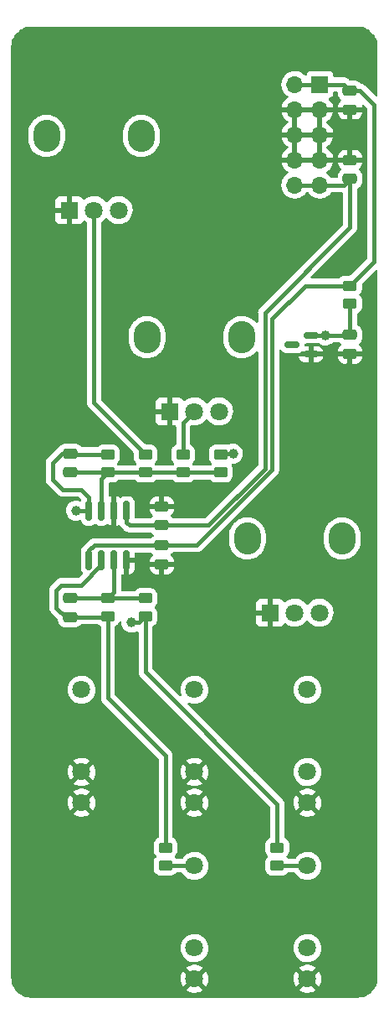
<source format=gbl>
G04 #@! TF.GenerationSoftware,KiCad,Pcbnew,6.0.0-d3dd2cf0fa~116~ubuntu20.04.1*
G04 #@! TF.CreationDate,2022-01-02T10:52:24-05:00*
G04 #@! TF.ProjectId,basic_mixer,62617369-635f-46d6-9978-65722e6b6963,0*
G04 #@! TF.SameCoordinates,Original*
G04 #@! TF.FileFunction,Copper,L2,Bot*
G04 #@! TF.FilePolarity,Positive*
%FSLAX46Y46*%
G04 Gerber Fmt 4.6, Leading zero omitted, Abs format (unit mm)*
G04 Created by KiCad (PCBNEW 6.0.0-d3dd2cf0fa~116~ubuntu20.04.1) date 2022-01-02 10:52:24*
%MOMM*%
%LPD*%
G01*
G04 APERTURE LIST*
G04 Aperture macros list*
%AMRoundRect*
0 Rectangle with rounded corners*
0 $1 Rounding radius*
0 $2 $3 $4 $5 $6 $7 $8 $9 X,Y pos of 4 corners*
0 Add a 4 corners polygon primitive as box body*
4,1,4,$2,$3,$4,$5,$6,$7,$8,$9,$2,$3,0*
0 Add four circle primitives for the rounded corners*
1,1,$1+$1,$2,$3*
1,1,$1+$1,$4,$5*
1,1,$1+$1,$6,$7*
1,1,$1+$1,$8,$9*
0 Add four rect primitives between the rounded corners*
20,1,$1+$1,$2,$3,$4,$5,0*
20,1,$1+$1,$4,$5,$6,$7,0*
20,1,$1+$1,$6,$7,$8,$9,0*
20,1,$1+$1,$8,$9,$2,$3,0*%
G04 Aperture macros list end*
G04 #@! TA.AperFunction,ComponentPad*
%ADD10C,1.800000*%
G04 #@! TD*
G04 #@! TA.AperFunction,ComponentPad*
%ADD11O,2.720000X3.240000*%
G04 #@! TD*
G04 #@! TA.AperFunction,ComponentPad*
%ADD12R,1.800000X1.800000*%
G04 #@! TD*
G04 #@! TA.AperFunction,SMDPad,CuDef*
%ADD13RoundRect,0.250000X-0.475000X0.250000X-0.475000X-0.250000X0.475000X-0.250000X0.475000X0.250000X0*%
G04 #@! TD*
G04 #@! TA.AperFunction,SMDPad,CuDef*
%ADD14RoundRect,0.250000X0.475000X-0.250000X0.475000X0.250000X-0.475000X0.250000X-0.475000X-0.250000X0*%
G04 #@! TD*
G04 #@! TA.AperFunction,SMDPad,CuDef*
%ADD15RoundRect,0.250000X0.450000X-0.262500X0.450000X0.262500X-0.450000X0.262500X-0.450000X-0.262500X0*%
G04 #@! TD*
G04 #@! TA.AperFunction,SMDPad,CuDef*
%ADD16RoundRect,0.250000X-0.450000X0.262500X-0.450000X-0.262500X0.450000X-0.262500X0.450000X0.262500X0*%
G04 #@! TD*
G04 #@! TA.AperFunction,SMDPad,CuDef*
%ADD17RoundRect,0.150000X-0.150000X0.825000X-0.150000X-0.825000X0.150000X-0.825000X0.150000X0.825000X0*%
G04 #@! TD*
G04 #@! TA.AperFunction,ComponentPad*
%ADD18R,1.700000X1.700000*%
G04 #@! TD*
G04 #@! TA.AperFunction,ComponentPad*
%ADD19O,1.700000X1.700000*%
G04 #@! TD*
G04 #@! TA.AperFunction,SMDPad,CuDef*
%ADD20RoundRect,0.150000X0.587500X0.150000X-0.587500X0.150000X-0.587500X-0.150000X0.587500X-0.150000X0*%
G04 #@! TD*
G04 #@! TA.AperFunction,ViaPad*
%ADD21C,1.000000*%
G04 #@! TD*
G04 #@! TA.AperFunction,Conductor*
%ADD22C,0.400000*%
G04 #@! TD*
G04 APERTURE END LIST*
D10*
X144780000Y-116970000D03*
X144780000Y-113870000D03*
X144780000Y-105570000D03*
X133350000Y-134750000D03*
X133350000Y-131650000D03*
X133350000Y-123350000D03*
D11*
X128550000Y-69970000D03*
X138150000Y-69970000D03*
D12*
X130850000Y-77470000D03*
D10*
X133350000Y-77470000D03*
X135850000Y-77470000D03*
X121920000Y-116970000D03*
X121920000Y-113870000D03*
X121920000Y-105570000D03*
X133350000Y-116970000D03*
X133350000Y-113870000D03*
X133350000Y-105570000D03*
D11*
X148310000Y-90290000D03*
X138710000Y-90290000D03*
D12*
X141010000Y-97790000D03*
D10*
X143510000Y-97790000D03*
X146010000Y-97790000D03*
X144780000Y-134750000D03*
X144780000Y-131650000D03*
X144780000Y-123350000D03*
D11*
X118390000Y-49650000D03*
X127990000Y-49650000D03*
D12*
X120690000Y-57150000D03*
D10*
X123190000Y-57150000D03*
X125690000Y-57150000D03*
D13*
X130048000Y-90998000D03*
X130048000Y-92898000D03*
D14*
X120777000Y-83632000D03*
X120777000Y-81732000D03*
D15*
X128397000Y-98157000D03*
X128397000Y-96332000D03*
D13*
X130048000Y-87061000D03*
X130048000Y-88961000D03*
D16*
X141732000Y-121492000D03*
X141732000Y-123317000D03*
D13*
X149098000Y-69751500D03*
X149098000Y-71651500D03*
D15*
X124587000Y-83632000D03*
X124587000Y-81807000D03*
D17*
X122682000Y-87507000D03*
X123952000Y-87507000D03*
X125222000Y-87507000D03*
X126492000Y-87507000D03*
X126492000Y-92457000D03*
X125222000Y-92457000D03*
X123952000Y-92457000D03*
X122682000Y-92457000D03*
D16*
X128397000Y-81807000D03*
X128397000Y-83632000D03*
D18*
X146050000Y-44450000D03*
D19*
X143510000Y-44450000D03*
X146050000Y-46990000D03*
X143510000Y-46990000D03*
X146050000Y-49530000D03*
X143510000Y-49530000D03*
X146050000Y-52070000D03*
X143510000Y-52070000D03*
X146050000Y-54610000D03*
X143510000Y-54610000D03*
D13*
X120777000Y-96332000D03*
X120777000Y-98232000D03*
D16*
X124587000Y-96332000D03*
X124587000Y-98157000D03*
X149098000Y-64770000D03*
X149098000Y-66595000D03*
D20*
X145131000Y-69789000D03*
X145131000Y-71689000D03*
X143256000Y-70739000D03*
D13*
X149098000Y-52075000D03*
X149098000Y-53975000D03*
D16*
X130429000Y-121492000D03*
X130429000Y-123317000D03*
X132207000Y-81807000D03*
X132207000Y-83632000D03*
D13*
X149098000Y-45085000D03*
X149098000Y-46985000D03*
D16*
X136017000Y-81807000D03*
X136017000Y-83632000D03*
D21*
X121350000Y-87500000D03*
X126975000Y-98800000D03*
X146614000Y-69789000D03*
X130048000Y-85344000D03*
X145034000Y-73279000D03*
X128143000Y-94361000D03*
X125730000Y-85344000D03*
X148082000Y-73533000D03*
X130048000Y-94742000D03*
X137250000Y-81750000D03*
D22*
X123952000Y-84267000D02*
X124587000Y-83632000D01*
X123952000Y-87507000D02*
X123952000Y-84267000D01*
X120777000Y-83632000D02*
X136017000Y-83632000D01*
X122682000Y-86106000D02*
X121920000Y-85344000D01*
X119944000Y-81732000D02*
X120777000Y-81732000D01*
X118999000Y-84328000D02*
X118999000Y-82677000D01*
X122682000Y-87507000D02*
X121357000Y-87507000D01*
X141732000Y-121492000D02*
X141732000Y-117119400D01*
X118999000Y-82677000D02*
X119944000Y-81732000D01*
X128397000Y-103784400D02*
X128397000Y-98157000D01*
X120015000Y-85344000D02*
X118999000Y-84328000D01*
X122682000Y-87507000D02*
X122682000Y-86106000D01*
X141732000Y-117119400D02*
X128397000Y-103784400D01*
X120852000Y-81807000D02*
X120777000Y-81732000D01*
X121920000Y-85344000D02*
X120015000Y-85344000D01*
X127754000Y-98800000D02*
X128397000Y-98157000D01*
X121357000Y-87507000D02*
X121350000Y-87500000D01*
X124587000Y-81807000D02*
X120852000Y-81807000D01*
X126975000Y-98800000D02*
X127754000Y-98800000D01*
X125222000Y-95697000D02*
X124587000Y-96332000D01*
X128397000Y-96332000D02*
X120777000Y-96332000D01*
X125222000Y-92457000D02*
X125222000Y-95697000D01*
X119380000Y-97282000D02*
X120330000Y-98232000D01*
X119380000Y-95504000D02*
X119380000Y-97282000D01*
X123952000Y-92939138D02*
X121895138Y-94996000D01*
X130429000Y-121492000D02*
X130429000Y-112241213D01*
X121895138Y-94996000D02*
X119888000Y-94996000D01*
X120330000Y-98232000D02*
X120777000Y-98232000D01*
X123952000Y-92457000D02*
X123952000Y-92939138D01*
X120777000Y-98232000D02*
X124512000Y-98232000D01*
X124587000Y-106399213D02*
X124587000Y-98157000D01*
X119888000Y-94996000D02*
X119380000Y-95504000D01*
X130429000Y-112241213D02*
X124587000Y-106399213D01*
X124512000Y-98232000D02*
X124587000Y-98157000D01*
X145131000Y-69789000D02*
X146614000Y-69789000D01*
X149098000Y-69751500D02*
X149098000Y-66595000D01*
X146614000Y-69789000D02*
X149060500Y-69789000D01*
X149060500Y-69789000D02*
X149098000Y-69751500D01*
X145131000Y-71689000D02*
X145131000Y-73182000D01*
X145131000Y-73182000D02*
X145034000Y-73279000D01*
X125222000Y-87507000D02*
X125222000Y-85852000D01*
X149098000Y-71651500D02*
X149098000Y-72517000D01*
X126492000Y-93980000D02*
X126873000Y-94361000D01*
X126873000Y-94361000D02*
X128143000Y-94361000D01*
X126492000Y-92457000D02*
X126492000Y-93980000D01*
X149098000Y-72517000D02*
X148082000Y-73533000D01*
X130048000Y-87061000D02*
X130048000Y-85344000D01*
X130048000Y-92898000D02*
X130048000Y-94742000D01*
X125222000Y-85852000D02*
X125730000Y-85344000D01*
X146050000Y-44450000D02*
X148463000Y-44450000D01*
X151525000Y-46500000D02*
X150110000Y-45085000D01*
X141200000Y-83375000D02*
X133600000Y-90975000D01*
X151525000Y-62343000D02*
X151525000Y-46500000D01*
X122682000Y-91518000D02*
X122682000Y-92457000D01*
X141200000Y-68125000D02*
X141200000Y-83375000D01*
X130071000Y-90975000D02*
X130048000Y-90998000D01*
X146050000Y-44450000D02*
X143510000Y-44450000D01*
X130048000Y-90998000D02*
X123202000Y-90998000D01*
X144555000Y-64770000D02*
X141200000Y-68125000D01*
X133600000Y-90975000D02*
X130071000Y-90975000D01*
X148463000Y-44450000D02*
X149098000Y-45085000D01*
X149098000Y-64770000D02*
X151525000Y-62343000D01*
X149098000Y-64770000D02*
X144555000Y-64770000D01*
X123202000Y-90998000D02*
X122682000Y-91518000D01*
X150110000Y-45085000D02*
X149098000Y-45085000D01*
X146050000Y-54610000D02*
X148463000Y-54610000D01*
X140500000Y-83227164D02*
X134766164Y-88961000D01*
X148463000Y-54610000D02*
X149098000Y-53975000D01*
X149098000Y-53975000D02*
X149098000Y-58902000D01*
X149098000Y-58902000D02*
X140500000Y-67500000D01*
X134766164Y-88961000D02*
X130048000Y-88961000D01*
X130048000Y-88961000D02*
X126756200Y-88961000D01*
X126756200Y-88961000D02*
X126492000Y-88696800D01*
X140500000Y-67500000D02*
X140500000Y-83227164D01*
X146050000Y-54610000D02*
X143510000Y-54610000D01*
X126492000Y-88696800D02*
X126492000Y-87507000D01*
X133317000Y-123317000D02*
X133350000Y-123350000D01*
X130429000Y-123317000D02*
X133317000Y-123317000D01*
X141732000Y-123317000D02*
X144747000Y-123317000D01*
X144747000Y-123317000D02*
X144780000Y-123350000D01*
X128397000Y-81807000D02*
X123190000Y-76600000D01*
X123190000Y-76600000D02*
X123190000Y-57150000D01*
X132207000Y-78613000D02*
X132207000Y-81807000D01*
X133350000Y-77470000D02*
X132207000Y-78613000D01*
X136074000Y-81750000D02*
X137250000Y-81750000D01*
X136017000Y-81807000D02*
X136074000Y-81750000D01*
G04 #@! TA.AperFunction,Conductor*
G36*
X149830057Y-38609500D02*
G01*
X149844858Y-38611805D01*
X149844861Y-38611805D01*
X149853730Y-38613186D01*
X149869999Y-38611059D01*
X149894567Y-38610266D01*
X150116985Y-38624844D01*
X150133326Y-38626995D01*
X150377824Y-38675629D01*
X150393743Y-38679895D01*
X150629790Y-38760022D01*
X150645017Y-38766329D01*
X150868592Y-38876584D01*
X150882865Y-38884825D01*
X151090133Y-39023316D01*
X151103210Y-39033349D01*
X151290632Y-39197714D01*
X151302286Y-39209368D01*
X151466651Y-39396790D01*
X151476684Y-39409867D01*
X151615175Y-39617135D01*
X151623416Y-39631408D01*
X151733671Y-39854983D01*
X151739978Y-39870210D01*
X151820105Y-40106257D01*
X151824371Y-40122176D01*
X151873005Y-40366673D01*
X151875156Y-40383014D01*
X151889264Y-40598268D01*
X151888239Y-40621304D01*
X151888196Y-40624854D01*
X151886814Y-40633730D01*
X151888454Y-40646270D01*
X151890936Y-40665251D01*
X151892000Y-40681589D01*
X151892000Y-45560840D01*
X151871998Y-45628961D01*
X151818342Y-45675454D01*
X151748068Y-45685558D01*
X151683488Y-45656064D01*
X151676905Y-45649935D01*
X150631450Y-44604480D01*
X150625596Y-44598215D01*
X150625201Y-44597762D01*
X150587561Y-44554615D01*
X150535280Y-44517871D01*
X150529986Y-44513939D01*
X150485693Y-44479209D01*
X150479718Y-44474524D01*
X150472802Y-44471401D01*
X150470516Y-44470017D01*
X150455835Y-44461643D01*
X150453475Y-44460378D01*
X150447261Y-44456010D01*
X150440182Y-44453250D01*
X150440180Y-44453249D01*
X150387725Y-44432798D01*
X150381656Y-44430247D01*
X150323427Y-44403955D01*
X150315960Y-44402571D01*
X150313405Y-44401770D01*
X150297152Y-44397141D01*
X150294572Y-44396478D01*
X150287491Y-44393718D01*
X150279960Y-44392727D01*
X150279958Y-44392726D01*
X150234354Y-44386722D01*
X150169427Y-44357999D01*
X150161784Y-44350973D01*
X150051488Y-44240870D01*
X150051483Y-44240866D01*
X150046303Y-44235695D01*
X149987920Y-44199707D01*
X149901968Y-44146725D01*
X149901966Y-44146724D01*
X149895738Y-44142885D01*
X149815995Y-44116436D01*
X149734389Y-44089368D01*
X149734387Y-44089368D01*
X149727861Y-44087203D01*
X149721025Y-44086503D01*
X149721022Y-44086502D01*
X149677969Y-44082091D01*
X149623400Y-44076500D01*
X149143660Y-44076500D01*
X149075539Y-44056498D01*
X149054565Y-44039595D01*
X148984442Y-43969472D01*
X148978588Y-43963206D01*
X148945556Y-43925340D01*
X148945553Y-43925337D01*
X148940561Y-43919615D01*
X148888280Y-43882871D01*
X148882986Y-43878939D01*
X148838693Y-43844209D01*
X148832718Y-43839524D01*
X148825802Y-43836401D01*
X148823516Y-43835017D01*
X148808835Y-43826643D01*
X148806475Y-43825378D01*
X148800261Y-43821010D01*
X148793182Y-43818250D01*
X148793180Y-43818249D01*
X148740725Y-43797798D01*
X148734656Y-43795247D01*
X148676427Y-43768955D01*
X148668960Y-43767571D01*
X148666405Y-43766770D01*
X148650152Y-43762141D01*
X148647572Y-43761478D01*
X148640491Y-43758718D01*
X148632960Y-43757727D01*
X148632958Y-43757726D01*
X148603339Y-43753827D01*
X148577139Y-43750378D01*
X148570641Y-43749348D01*
X148507814Y-43737704D01*
X148500234Y-43738141D01*
X148500233Y-43738141D01*
X148445608Y-43741291D01*
X148438354Y-43741500D01*
X147534500Y-43741500D01*
X147466379Y-43721498D01*
X147419886Y-43667842D01*
X147408500Y-43615500D01*
X147408500Y-43551866D01*
X147401745Y-43489684D01*
X147350615Y-43353295D01*
X147263261Y-43236739D01*
X147146705Y-43149385D01*
X147010316Y-43098255D01*
X146948134Y-43091500D01*
X145151866Y-43091500D01*
X145089684Y-43098255D01*
X144953295Y-43149385D01*
X144836739Y-43236739D01*
X144749385Y-43353295D01*
X144746233Y-43361703D01*
X144704919Y-43471907D01*
X144662277Y-43528671D01*
X144595716Y-43553371D01*
X144526367Y-43538163D01*
X144493743Y-43512476D01*
X144443151Y-43456875D01*
X144443142Y-43456866D01*
X144439670Y-43453051D01*
X144435619Y-43449852D01*
X144435615Y-43449848D01*
X144268414Y-43317800D01*
X144268410Y-43317798D01*
X144264359Y-43314598D01*
X144068789Y-43206638D01*
X144063920Y-43204914D01*
X144063916Y-43204912D01*
X143863087Y-43133795D01*
X143863083Y-43133794D01*
X143858212Y-43132069D01*
X143853119Y-43131162D01*
X143853116Y-43131161D01*
X143643373Y-43093800D01*
X143643367Y-43093799D01*
X143638284Y-43092894D01*
X143564452Y-43091992D01*
X143420081Y-43090228D01*
X143420079Y-43090228D01*
X143414911Y-43090165D01*
X143194091Y-43123955D01*
X142981756Y-43193357D01*
X142783607Y-43296507D01*
X142779474Y-43299610D01*
X142779471Y-43299612D01*
X142609100Y-43427530D01*
X142604965Y-43430635D01*
X142565525Y-43471907D01*
X142511280Y-43528671D01*
X142450629Y-43592138D01*
X142447715Y-43596410D01*
X142447714Y-43596411D01*
X142432798Y-43618277D01*
X142324743Y-43776680D01*
X142304166Y-43821010D01*
X142255738Y-43925340D01*
X142230688Y-43979305D01*
X142170989Y-44194570D01*
X142147251Y-44416695D01*
X142147548Y-44421848D01*
X142147548Y-44421851D01*
X142153085Y-44517872D01*
X142160110Y-44639715D01*
X142161247Y-44644761D01*
X142161248Y-44644767D01*
X142185304Y-44751508D01*
X142209222Y-44857639D01*
X142293266Y-45064616D01*
X142295965Y-45069020D01*
X142395936Y-45232158D01*
X142409987Y-45255088D01*
X142556250Y-45423938D01*
X142728126Y-45566632D01*
X142801955Y-45609774D01*
X142850679Y-45661412D01*
X142863750Y-45731195D01*
X142837019Y-45796967D01*
X142796562Y-45830327D01*
X142788457Y-45834546D01*
X142779738Y-45840036D01*
X142609433Y-45967905D01*
X142601726Y-45974748D01*
X142454590Y-46128717D01*
X142448104Y-46136727D01*
X142328098Y-46312649D01*
X142323000Y-46321623D01*
X142233338Y-46514783D01*
X142229775Y-46524470D01*
X142174389Y-46724183D01*
X142175912Y-46732607D01*
X142188292Y-46736000D01*
X147368344Y-46736000D01*
X147381875Y-46732027D01*
X147383180Y-46722947D01*
X147341214Y-46555875D01*
X147337894Y-46546124D01*
X147252972Y-46350814D01*
X147248105Y-46341739D01*
X147132426Y-46162926D01*
X147126136Y-46154757D01*
X146982293Y-45996677D01*
X146951241Y-45932831D01*
X146959635Y-45862333D01*
X147004812Y-45807564D01*
X147031256Y-45793895D01*
X147138297Y-45753767D01*
X147146705Y-45750615D01*
X147263261Y-45663261D01*
X147350615Y-45546705D01*
X147401745Y-45410316D01*
X147408500Y-45348134D01*
X147408500Y-45284500D01*
X147428502Y-45216379D01*
X147482158Y-45169886D01*
X147534500Y-45158500D01*
X147738500Y-45158500D01*
X147806621Y-45178502D01*
X147853114Y-45232158D01*
X147864500Y-45284500D01*
X147864500Y-45385400D01*
X147864837Y-45388646D01*
X147864837Y-45388650D01*
X147868499Y-45423938D01*
X147875474Y-45491166D01*
X147877655Y-45497702D01*
X147877655Y-45497704D01*
X147901522Y-45569242D01*
X147931450Y-45658946D01*
X148024522Y-45809348D01*
X148149697Y-45934305D01*
X148154235Y-45937102D01*
X148194824Y-45994353D01*
X148198054Y-46065276D01*
X148162428Y-46126687D01*
X148153932Y-46134062D01*
X148143793Y-46142098D01*
X148029261Y-46256829D01*
X148020249Y-46268240D01*
X147935184Y-46406243D01*
X147929037Y-46419424D01*
X147877862Y-46573710D01*
X147874995Y-46587086D01*
X147865328Y-46681438D01*
X147865000Y-46687855D01*
X147865000Y-46712885D01*
X147869475Y-46728124D01*
X147870865Y-46729329D01*
X147878548Y-46731000D01*
X150312884Y-46731000D01*
X150328123Y-46726525D01*
X150329328Y-46725135D01*
X150330999Y-46717452D01*
X150330999Y-46687905D01*
X150330662Y-46681386D01*
X150324036Y-46617528D01*
X150336901Y-46547707D01*
X150385472Y-46495925D01*
X150454328Y-46478623D01*
X150521608Y-46501294D01*
X150538458Y-46515430D01*
X150779595Y-46756567D01*
X150813621Y-46818879D01*
X150816500Y-46845662D01*
X150816500Y-61997340D01*
X150796498Y-62065461D01*
X150779595Y-62086435D01*
X149153935Y-63712095D01*
X149091623Y-63746121D01*
X149064840Y-63749000D01*
X148597600Y-63749000D01*
X148594354Y-63749337D01*
X148594350Y-63749337D01*
X148498692Y-63759262D01*
X148498688Y-63759263D01*
X148491834Y-63759974D01*
X148485298Y-63762155D01*
X148485296Y-63762155D01*
X148353194Y-63806228D01*
X148324054Y-63815950D01*
X148173652Y-63909022D01*
X148168479Y-63914204D01*
X148058357Y-64024518D01*
X147996074Y-64058597D01*
X147969184Y-64061500D01*
X145244660Y-64061500D01*
X145176539Y-64041498D01*
X145130046Y-63987842D01*
X145119942Y-63917568D01*
X145149436Y-63852988D01*
X145155565Y-63846405D01*
X149578528Y-59423443D01*
X149584793Y-59417589D01*
X149622664Y-59384552D01*
X149622665Y-59384551D01*
X149628385Y-59379561D01*
X149665136Y-59327271D01*
X149669028Y-59322029D01*
X149708476Y-59271718D01*
X149711600Y-59264799D01*
X149712988Y-59262507D01*
X149721357Y-59247835D01*
X149722622Y-59245475D01*
X149726990Y-59239261D01*
X149750203Y-59179723D01*
X149752759Y-59173642D01*
X149775918Y-59122352D01*
X149779045Y-59115427D01*
X149780430Y-59107954D01*
X149781234Y-59105388D01*
X149785855Y-59089165D01*
X149786520Y-59086573D01*
X149789282Y-59079491D01*
X149797622Y-59016139D01*
X149798654Y-59009623D01*
X149808911Y-58954281D01*
X149810295Y-58946814D01*
X149806709Y-58884620D01*
X149806500Y-58877367D01*
X149806500Y-55037516D01*
X149826502Y-54969395D01*
X149880158Y-54922902D01*
X149887874Y-54919863D01*
X149889997Y-54918868D01*
X149896946Y-54916550D01*
X150047348Y-54823478D01*
X150172305Y-54698303D01*
X150176146Y-54692072D01*
X150261275Y-54553968D01*
X150261276Y-54553966D01*
X150265115Y-54547738D01*
X150320797Y-54379861D01*
X150331500Y-54275400D01*
X150331500Y-53674600D01*
X150320526Y-53568834D01*
X150264550Y-53401054D01*
X150171478Y-53250652D01*
X150046303Y-53125695D01*
X150041765Y-53122898D01*
X150001176Y-53065647D01*
X149997946Y-52994724D01*
X150033572Y-52933313D01*
X150042068Y-52925938D01*
X150052207Y-52917902D01*
X150166739Y-52803171D01*
X150175751Y-52791760D01*
X150260816Y-52653757D01*
X150266963Y-52640576D01*
X150318138Y-52486290D01*
X150321005Y-52472914D01*
X150330672Y-52378562D01*
X150331000Y-52372146D01*
X150331000Y-52347115D01*
X150326525Y-52331876D01*
X150325135Y-52330671D01*
X150317452Y-52329000D01*
X147883116Y-52329000D01*
X147867877Y-52333475D01*
X147866672Y-52334865D01*
X147865001Y-52342548D01*
X147865001Y-52372095D01*
X147865338Y-52378614D01*
X147875257Y-52474206D01*
X147878149Y-52487600D01*
X147929588Y-52641784D01*
X147935761Y-52654962D01*
X148021063Y-52792807D01*
X148030099Y-52804208D01*
X148144828Y-52918738D01*
X148153762Y-52925794D01*
X148194823Y-52983712D01*
X148198053Y-53054635D01*
X148162426Y-53116046D01*
X148154593Y-53122846D01*
X148148652Y-53126522D01*
X148023695Y-53251697D01*
X148019855Y-53257927D01*
X148019854Y-53257928D01*
X147961031Y-53353357D01*
X147930885Y-53402262D01*
X147875203Y-53570139D01*
X147864500Y-53674600D01*
X147864500Y-53775500D01*
X147844498Y-53843621D01*
X147790842Y-53890114D01*
X147738500Y-53901500D01*
X147278286Y-53901500D01*
X147210165Y-53881498D01*
X147172494Y-53843941D01*
X147132818Y-53782612D01*
X147130014Y-53778277D01*
X146979670Y-53613051D01*
X146975619Y-53609852D01*
X146975615Y-53609848D01*
X146808414Y-53477800D01*
X146808410Y-53477798D01*
X146804359Y-53474598D01*
X146762569Y-53451529D01*
X146712598Y-53401097D01*
X146697826Y-53331654D01*
X146722942Y-53265248D01*
X146750294Y-53238641D01*
X146925328Y-53113792D01*
X146933200Y-53107139D01*
X147084052Y-52956812D01*
X147090730Y-52948965D01*
X147215003Y-52776020D01*
X147220313Y-52767183D01*
X147314670Y-52576267D01*
X147318469Y-52566672D01*
X147380377Y-52362910D01*
X147382555Y-52352837D01*
X147383986Y-52341962D01*
X147381775Y-52327778D01*
X147368617Y-52324000D01*
X142193225Y-52324000D01*
X142179694Y-52327973D01*
X142178257Y-52337966D01*
X142208565Y-52472446D01*
X142211645Y-52482275D01*
X142291770Y-52679603D01*
X142296413Y-52688794D01*
X142407694Y-52870388D01*
X142413777Y-52878699D01*
X142553213Y-53039667D01*
X142560580Y-53046883D01*
X142724434Y-53182916D01*
X142732881Y-53188831D01*
X142801969Y-53229203D01*
X142850693Y-53280842D01*
X142863764Y-53350625D01*
X142837033Y-53416396D01*
X142796584Y-53449752D01*
X142783607Y-53456507D01*
X142779474Y-53459610D01*
X142779471Y-53459612D01*
X142634001Y-53568834D01*
X142604965Y-53590635D01*
X142450629Y-53752138D01*
X142447715Y-53756410D01*
X142447714Y-53756411D01*
X142388005Y-53843941D01*
X142324743Y-53936680D01*
X142230688Y-54139305D01*
X142170989Y-54354570D01*
X142147251Y-54576695D01*
X142160110Y-54799715D01*
X142161247Y-54804761D01*
X142161248Y-54804767D01*
X142185304Y-54911508D01*
X142209222Y-55017639D01*
X142293266Y-55224616D01*
X142295965Y-55229020D01*
X142407291Y-55410688D01*
X142409987Y-55415088D01*
X142556250Y-55583938D01*
X142728126Y-55726632D01*
X142921000Y-55839338D01*
X143129692Y-55919030D01*
X143134760Y-55920061D01*
X143134763Y-55920062D01*
X143242017Y-55941883D01*
X143348597Y-55963567D01*
X143353772Y-55963757D01*
X143353774Y-55963757D01*
X143566673Y-55971564D01*
X143566677Y-55971564D01*
X143571837Y-55971753D01*
X143576957Y-55971097D01*
X143576959Y-55971097D01*
X143788288Y-55944025D01*
X143788289Y-55944025D01*
X143793416Y-55943368D01*
X143798366Y-55941883D01*
X144002429Y-55880661D01*
X144002434Y-55880659D01*
X144007384Y-55879174D01*
X144207994Y-55780896D01*
X144389860Y-55651173D01*
X144548096Y-55493489D01*
X144607594Y-55410689D01*
X144636132Y-55370974D01*
X144692127Y-55327326D01*
X144738455Y-55318500D01*
X144820234Y-55318500D01*
X144888355Y-55338502D01*
X144927667Y-55378665D01*
X144949987Y-55415088D01*
X145096250Y-55583938D01*
X145268126Y-55726632D01*
X145461000Y-55839338D01*
X145669692Y-55919030D01*
X145674760Y-55920061D01*
X145674763Y-55920062D01*
X145782017Y-55941883D01*
X145888597Y-55963567D01*
X145893772Y-55963757D01*
X145893774Y-55963757D01*
X146106673Y-55971564D01*
X146106677Y-55971564D01*
X146111837Y-55971753D01*
X146116957Y-55971097D01*
X146116959Y-55971097D01*
X146328288Y-55944025D01*
X146328289Y-55944025D01*
X146333416Y-55943368D01*
X146338366Y-55941883D01*
X146542429Y-55880661D01*
X146542434Y-55880659D01*
X146547384Y-55879174D01*
X146747994Y-55780896D01*
X146929860Y-55651173D01*
X147088096Y-55493489D01*
X147147594Y-55410689D01*
X147176132Y-55370974D01*
X147232127Y-55327326D01*
X147278455Y-55318500D01*
X148263500Y-55318500D01*
X148331621Y-55338502D01*
X148378114Y-55392158D01*
X148389500Y-55444500D01*
X148389500Y-58556340D01*
X148369498Y-58624461D01*
X148352595Y-58645435D01*
X140019480Y-66978550D01*
X140013215Y-66984404D01*
X139969615Y-67022439D01*
X139965248Y-67028653D01*
X139932872Y-67074719D01*
X139928939Y-67080014D01*
X139889524Y-67130282D01*
X139886401Y-67137198D01*
X139885017Y-67139484D01*
X139876643Y-67154165D01*
X139875378Y-67156525D01*
X139871010Y-67162739D01*
X139868250Y-67169818D01*
X139868249Y-67169820D01*
X139847798Y-67222275D01*
X139845247Y-67228344D01*
X139818955Y-67286573D01*
X139817571Y-67294040D01*
X139816770Y-67296595D01*
X139812141Y-67312848D01*
X139811478Y-67315428D01*
X139808718Y-67322509D01*
X139807727Y-67330040D01*
X139807726Y-67330042D01*
X139800379Y-67385852D01*
X139799348Y-67392359D01*
X139787704Y-67455186D01*
X139788141Y-67462766D01*
X139788141Y-67462767D01*
X139791291Y-67517392D01*
X139791500Y-67524646D01*
X139791500Y-68408087D01*
X139771498Y-68476208D01*
X139717842Y-68522701D01*
X139647568Y-68532805D01*
X139582988Y-68503311D01*
X139565338Y-68484531D01*
X139558986Y-68476208D01*
X139553167Y-68468583D01*
X139359264Y-68279030D01*
X139140028Y-68119453D01*
X138900053Y-67993196D01*
X138895752Y-67991677D01*
X138895747Y-67991675D01*
X138717998Y-67928906D01*
X138644366Y-67902904D01*
X138546347Y-67883585D01*
X138382794Y-67851348D01*
X138382788Y-67851347D01*
X138378322Y-67850467D01*
X138373768Y-67850240D01*
X138373766Y-67850240D01*
X138112064Y-67837211D01*
X138112058Y-67837211D01*
X138107495Y-67836984D01*
X137837559Y-67862738D01*
X137833130Y-67863822D01*
X137833123Y-67863823D01*
X137703069Y-67895648D01*
X137574168Y-67927190D01*
X137569933Y-67928905D01*
X137569931Y-67928906D01*
X137327069Y-68027275D01*
X137322840Y-68028988D01*
X137088839Y-68166001D01*
X136877068Y-68335359D01*
X136873947Y-68338700D01*
X136737719Y-68484531D01*
X136691963Y-68533512D01*
X136537402Y-68756312D01*
X136535374Y-68760388D01*
X136535373Y-68760390D01*
X136439651Y-68952799D01*
X136416621Y-68999090D01*
X136332153Y-69256760D01*
X136331373Y-69261251D01*
X136331373Y-69261252D01*
X136297843Y-69454366D01*
X136285765Y-69523925D01*
X136281500Y-69609600D01*
X136281500Y-70298884D01*
X136281665Y-70301152D01*
X136281665Y-70301164D01*
X136289725Y-70412238D01*
X136296125Y-70500451D01*
X136297109Y-70504906D01*
X136297109Y-70504909D01*
X136353429Y-70760000D01*
X136354585Y-70765237D01*
X136450655Y-71018810D01*
X136582324Y-71255859D01*
X136617092Y-71301416D01*
X136698316Y-71407844D01*
X136746833Y-71471417D01*
X136750099Y-71474610D01*
X136750101Y-71474612D01*
X136822173Y-71545067D01*
X136940736Y-71660970D01*
X137159972Y-71820547D01*
X137399947Y-71946804D01*
X137404248Y-71948323D01*
X137404253Y-71948325D01*
X137537087Y-71995233D01*
X137655634Y-72037096D01*
X137718131Y-72049414D01*
X137917206Y-72088652D01*
X137917212Y-72088653D01*
X137921678Y-72089533D01*
X137926232Y-72089760D01*
X137926234Y-72089760D01*
X138187936Y-72102789D01*
X138187942Y-72102789D01*
X138192505Y-72103016D01*
X138462441Y-72077262D01*
X138466870Y-72076178D01*
X138466877Y-72076177D01*
X138626584Y-72037096D01*
X138725832Y-72012810D01*
X138853462Y-71961115D01*
X138972931Y-71912725D01*
X138972932Y-71912725D01*
X138977160Y-71911012D01*
X139211161Y-71773999D01*
X139422932Y-71604641D01*
X139520349Y-71500357D01*
X139573425Y-71443540D01*
X139634543Y-71407414D01*
X139705490Y-71410067D01*
X139763741Y-71450655D01*
X139790800Y-71516292D01*
X139791500Y-71529552D01*
X139791500Y-82881503D01*
X139771498Y-82949624D01*
X139754595Y-82970598D01*
X134509599Y-88215595D01*
X134447287Y-88249621D01*
X134420504Y-88252500D01*
X131189480Y-88252500D01*
X131121359Y-88232498D01*
X131100462Y-88215673D01*
X131083884Y-88199123D01*
X130996303Y-88111695D01*
X130991765Y-88108898D01*
X130951176Y-88051647D01*
X130947946Y-87980724D01*
X130983572Y-87919313D01*
X130992068Y-87911938D01*
X131002207Y-87903902D01*
X131116739Y-87789171D01*
X131125751Y-87777760D01*
X131210816Y-87639757D01*
X131216963Y-87626576D01*
X131268138Y-87472290D01*
X131271005Y-87458914D01*
X131280672Y-87364562D01*
X131281000Y-87358146D01*
X131281000Y-87333115D01*
X131276525Y-87317876D01*
X131275135Y-87316671D01*
X131267452Y-87315000D01*
X128833116Y-87315000D01*
X128817877Y-87319475D01*
X128816672Y-87320865D01*
X128815001Y-87328548D01*
X128815001Y-87358095D01*
X128815338Y-87364614D01*
X128825257Y-87460206D01*
X128828149Y-87473600D01*
X128879588Y-87627784D01*
X128885761Y-87640962D01*
X128971063Y-87778807D01*
X128980099Y-87790208D01*
X129094828Y-87904738D01*
X129103762Y-87911794D01*
X129144823Y-87969712D01*
X129148053Y-88040635D01*
X129112426Y-88102046D01*
X129104593Y-88108846D01*
X129098652Y-88112522D01*
X129093479Y-88117704D01*
X128995835Y-88215518D01*
X128933552Y-88249597D01*
X128906662Y-88252500D01*
X127426500Y-88252500D01*
X127358379Y-88232498D01*
X127311886Y-88178842D01*
X127300500Y-88126500D01*
X127300500Y-86788885D01*
X128815000Y-86788885D01*
X128819475Y-86804124D01*
X128820865Y-86805329D01*
X128828548Y-86807000D01*
X129775885Y-86807000D01*
X129791124Y-86802525D01*
X129792329Y-86801135D01*
X129794000Y-86793452D01*
X129794000Y-86788885D01*
X130302000Y-86788885D01*
X130306475Y-86804124D01*
X130307865Y-86805329D01*
X130315548Y-86807000D01*
X131262884Y-86807000D01*
X131278123Y-86802525D01*
X131279328Y-86801135D01*
X131280999Y-86793452D01*
X131280999Y-86763905D01*
X131280662Y-86757386D01*
X131270743Y-86661794D01*
X131267851Y-86648400D01*
X131216412Y-86494216D01*
X131210239Y-86481038D01*
X131124937Y-86343193D01*
X131115901Y-86331792D01*
X131001171Y-86217261D01*
X130989760Y-86208249D01*
X130851757Y-86123184D01*
X130838576Y-86117037D01*
X130684290Y-86065862D01*
X130670914Y-86062995D01*
X130576562Y-86053328D01*
X130570145Y-86053000D01*
X130320115Y-86053000D01*
X130304876Y-86057475D01*
X130303671Y-86058865D01*
X130302000Y-86066548D01*
X130302000Y-86788885D01*
X129794000Y-86788885D01*
X129794000Y-86071116D01*
X129789525Y-86055877D01*
X129788135Y-86054672D01*
X129780452Y-86053001D01*
X129525905Y-86053001D01*
X129519386Y-86053338D01*
X129423794Y-86063257D01*
X129410400Y-86066149D01*
X129256216Y-86117588D01*
X129243038Y-86123761D01*
X129105193Y-86209063D01*
X129093792Y-86218099D01*
X128979261Y-86332829D01*
X128970249Y-86344240D01*
X128885184Y-86482243D01*
X128879037Y-86495424D01*
X128827862Y-86649710D01*
X128824995Y-86663086D01*
X128815328Y-86757438D01*
X128815000Y-86763855D01*
X128815000Y-86788885D01*
X127300500Y-86788885D01*
X127300500Y-86615498D01*
X127297562Y-86578169D01*
X127251145Y-86418399D01*
X127224952Y-86374109D01*
X127170491Y-86282020D01*
X127170489Y-86282017D01*
X127166453Y-86275193D01*
X127048807Y-86157547D01*
X127041983Y-86153511D01*
X127041980Y-86153509D01*
X126912427Y-86076892D01*
X126912428Y-86076892D01*
X126905601Y-86072855D01*
X126897990Y-86070644D01*
X126897988Y-86070643D01*
X126810142Y-86045122D01*
X126745831Y-86026438D01*
X126739426Y-86025934D01*
X126739421Y-86025933D01*
X126710958Y-86023693D01*
X126710950Y-86023693D01*
X126708502Y-86023500D01*
X126275498Y-86023500D01*
X126273050Y-86023693D01*
X126273042Y-86023693D01*
X126244579Y-86025933D01*
X126244574Y-86025934D01*
X126238169Y-86026438D01*
X126173858Y-86045122D01*
X126086012Y-86070643D01*
X126086010Y-86070644D01*
X126078399Y-86072855D01*
X125935193Y-86157547D01*
X125932253Y-86160487D01*
X125867729Y-86185821D01*
X125798106Y-86171920D01*
X125779360Y-86159871D01*
X125771677Y-86153911D01*
X125642221Y-86077352D01*
X125627790Y-86071107D01*
X125493395Y-86032061D01*
X125479294Y-86032101D01*
X125476000Y-86039370D01*
X125476000Y-88968878D01*
X125479973Y-88982409D01*
X125487871Y-88983544D01*
X125627790Y-88942893D01*
X125642226Y-88936646D01*
X125662759Y-88924503D01*
X125731576Y-88907044D01*
X125798907Y-88929562D01*
X125844763Y-88988420D01*
X125856827Y-89020349D01*
X125856829Y-89020353D01*
X125859513Y-89027456D01*
X125863817Y-89033718D01*
X125865054Y-89036085D01*
X125873299Y-89050897D01*
X125874632Y-89053151D01*
X125877685Y-89060105D01*
X125890122Y-89076312D01*
X125916579Y-89110791D01*
X125920459Y-89116132D01*
X125952339Y-89162520D01*
X125952344Y-89162525D01*
X125956643Y-89168781D01*
X125962312Y-89173831D01*
X125962312Y-89173832D01*
X126003169Y-89210234D01*
X126008446Y-89215216D01*
X126234764Y-89441535D01*
X126240617Y-89447800D01*
X126278639Y-89491385D01*
X126330929Y-89528136D01*
X126336171Y-89532028D01*
X126386482Y-89571476D01*
X126393401Y-89574600D01*
X126395693Y-89575988D01*
X126410365Y-89584357D01*
X126412725Y-89585622D01*
X126418939Y-89589990D01*
X126426018Y-89592750D01*
X126426020Y-89592751D01*
X126478475Y-89613202D01*
X126484544Y-89615753D01*
X126542773Y-89642045D01*
X126550246Y-89643430D01*
X126552812Y-89644234D01*
X126569035Y-89648855D01*
X126571627Y-89649520D01*
X126578709Y-89652282D01*
X126586244Y-89653274D01*
X126642061Y-89660622D01*
X126648577Y-89661654D01*
X126686970Y-89668770D01*
X126711386Y-89673295D01*
X126718966Y-89672858D01*
X126718967Y-89672858D01*
X126773580Y-89669709D01*
X126780833Y-89669500D01*
X128906520Y-89669500D01*
X128974641Y-89689502D01*
X128995536Y-89706325D01*
X129099697Y-89810305D01*
X129200125Y-89872210D01*
X129247617Y-89924981D01*
X129259041Y-89995053D01*
X129230767Y-90060177D01*
X129200311Y-90086613D01*
X129113101Y-90140581D01*
X129098652Y-90149522D01*
X129093479Y-90154704D01*
X128995835Y-90252518D01*
X128933552Y-90286597D01*
X128906662Y-90289500D01*
X123230912Y-90289500D01*
X123222342Y-90289208D01*
X123172224Y-90285791D01*
X123172220Y-90285791D01*
X123164648Y-90285275D01*
X123157171Y-90286580D01*
X123157170Y-90286580D01*
X123130692Y-90291201D01*
X123101697Y-90296262D01*
X123095179Y-90297223D01*
X123031758Y-90304898D01*
X123024657Y-90307581D01*
X123022048Y-90308222D01*
X123005738Y-90312685D01*
X123003202Y-90313450D01*
X122995716Y-90314757D01*
X122988759Y-90317811D01*
X122937205Y-90340442D01*
X122931101Y-90342933D01*
X122871344Y-90365513D01*
X122865081Y-90369817D01*
X122862715Y-90371054D01*
X122847903Y-90379299D01*
X122845649Y-90380632D01*
X122838695Y-90383685D01*
X122787998Y-90422587D01*
X122782668Y-90426459D01*
X122736280Y-90458339D01*
X122736275Y-90458344D01*
X122730019Y-90462643D01*
X122724968Y-90468313D01*
X122724966Y-90468314D01*
X122688565Y-90509170D01*
X122683584Y-90514446D01*
X122201480Y-90996550D01*
X122195215Y-91002404D01*
X122151615Y-91040439D01*
X122147248Y-91046653D01*
X122114872Y-91092719D01*
X122110939Y-91098014D01*
X122071524Y-91148282D01*
X122068400Y-91155200D01*
X122064461Y-91161705D01*
X122063341Y-91161026D01*
X122044603Y-91188137D01*
X122007547Y-91225193D01*
X122003511Y-91232017D01*
X122003509Y-91232020D01*
X121988989Y-91256572D01*
X121922855Y-91368399D01*
X121876438Y-91528169D01*
X121875934Y-91534574D01*
X121875933Y-91534579D01*
X121873693Y-91563042D01*
X121873500Y-91565498D01*
X121873500Y-93348502D01*
X121873693Y-93350950D01*
X121873693Y-93350958D01*
X121875927Y-93379333D01*
X121876438Y-93385831D01*
X121878233Y-93392008D01*
X121920586Y-93537790D01*
X121922855Y-93545601D01*
X121926892Y-93552427D01*
X122003509Y-93681980D01*
X122003511Y-93681983D01*
X122007547Y-93688807D01*
X122014859Y-93696119D01*
X122015767Y-93697783D01*
X122018011Y-93700675D01*
X122017544Y-93701037D01*
X122048885Y-93758431D01*
X122043820Y-93829246D01*
X122014859Y-93874309D01*
X121638573Y-94250595D01*
X121576261Y-94284621D01*
X121549478Y-94287500D01*
X119916911Y-94287500D01*
X119908342Y-94287208D01*
X119858223Y-94283791D01*
X119858219Y-94283791D01*
X119850647Y-94283275D01*
X119787685Y-94294264D01*
X119781195Y-94295221D01*
X119717758Y-94302898D01*
X119710649Y-94305584D01*
X119708078Y-94306216D01*
X119691772Y-94310676D01*
X119689204Y-94311451D01*
X119681716Y-94312758D01*
X119646722Y-94328119D01*
X119623212Y-94338439D01*
X119617105Y-94340931D01*
X119564452Y-94360827D01*
X119557344Y-94363513D01*
X119551083Y-94367816D01*
X119548717Y-94369053D01*
X119533937Y-94377280D01*
X119531652Y-94378631D01*
X119524695Y-94381685D01*
X119518675Y-94386305D01*
X119518669Y-94386308D01*
X119487542Y-94410194D01*
X119473998Y-94420587D01*
X119468668Y-94424459D01*
X119422280Y-94456339D01*
X119422275Y-94456344D01*
X119416019Y-94460643D01*
X119410968Y-94466313D01*
X119410966Y-94466314D01*
X119374565Y-94507170D01*
X119369584Y-94512446D01*
X118899480Y-94982550D01*
X118893215Y-94988404D01*
X118849615Y-95026439D01*
X118845248Y-95032653D01*
X118812872Y-95078719D01*
X118808939Y-95084014D01*
X118769524Y-95134282D01*
X118766401Y-95141198D01*
X118765017Y-95143484D01*
X118756643Y-95158165D01*
X118755378Y-95160525D01*
X118751010Y-95166739D01*
X118748250Y-95173818D01*
X118748249Y-95173820D01*
X118727798Y-95226275D01*
X118725247Y-95232344D01*
X118698955Y-95290573D01*
X118697571Y-95298040D01*
X118696770Y-95300595D01*
X118692141Y-95316848D01*
X118691478Y-95319428D01*
X118688718Y-95326509D01*
X118687727Y-95334040D01*
X118687726Y-95334042D01*
X118680379Y-95389852D01*
X118679348Y-95396359D01*
X118667704Y-95459186D01*
X118668141Y-95466766D01*
X118668141Y-95466767D01*
X118671291Y-95521392D01*
X118671500Y-95528646D01*
X118671500Y-97253088D01*
X118671208Y-97261658D01*
X118668922Y-97295195D01*
X118667275Y-97319352D01*
X118678015Y-97380887D01*
X118678261Y-97382299D01*
X118679223Y-97388821D01*
X118686898Y-97452242D01*
X118689581Y-97459343D01*
X118690222Y-97461952D01*
X118694685Y-97478262D01*
X118695450Y-97480798D01*
X118696757Y-97488284D01*
X118699811Y-97495241D01*
X118722442Y-97546795D01*
X118724933Y-97552899D01*
X118747513Y-97612656D01*
X118751817Y-97618919D01*
X118753054Y-97621285D01*
X118761299Y-97636097D01*
X118762632Y-97638351D01*
X118765685Y-97645305D01*
X118770307Y-97651328D01*
X118804579Y-97695991D01*
X118808459Y-97701332D01*
X118840339Y-97747720D01*
X118840344Y-97747725D01*
X118844643Y-97753981D01*
X118850313Y-97759032D01*
X118850314Y-97759034D01*
X118891170Y-97795435D01*
X118896446Y-97800416D01*
X119506595Y-98410565D01*
X119540621Y-98472877D01*
X119543500Y-98499660D01*
X119543500Y-98532400D01*
X119543837Y-98535646D01*
X119543837Y-98535650D01*
X119553484Y-98628622D01*
X119554474Y-98638166D01*
X119556655Y-98644702D01*
X119556655Y-98644704D01*
X119588946Y-98741490D01*
X119610450Y-98805946D01*
X119703522Y-98956348D01*
X119828697Y-99081305D01*
X119834927Y-99085145D01*
X119834928Y-99085146D01*
X119972090Y-99169694D01*
X119979262Y-99174115D01*
X120059005Y-99200564D01*
X120140611Y-99227632D01*
X120140613Y-99227632D01*
X120147139Y-99229797D01*
X120153975Y-99230497D01*
X120153978Y-99230498D01*
X120197031Y-99234909D01*
X120251600Y-99240500D01*
X121302400Y-99240500D01*
X121305646Y-99240163D01*
X121305650Y-99240163D01*
X121401308Y-99230238D01*
X121401312Y-99230237D01*
X121408166Y-99229526D01*
X121414702Y-99227345D01*
X121414704Y-99227345D01*
X121561004Y-99178535D01*
X121575946Y-99173550D01*
X121726348Y-99080478D01*
X121748502Y-99058285D01*
X121829165Y-98977482D01*
X121891448Y-98943403D01*
X121918338Y-98940500D01*
X123533128Y-98940500D01*
X123601249Y-98960502D01*
X123622145Y-98977326D01*
X123645854Y-99000993D01*
X123663697Y-99018805D01*
X123669927Y-99022645D01*
X123669928Y-99022646D01*
X123814262Y-99111615D01*
X123813226Y-99113295D01*
X123859031Y-99153621D01*
X123878500Y-99220905D01*
X123878500Y-106370301D01*
X123878208Y-106378871D01*
X123874275Y-106436565D01*
X123875580Y-106444042D01*
X123875580Y-106444043D01*
X123885261Y-106499512D01*
X123886223Y-106506034D01*
X123893898Y-106569455D01*
X123896581Y-106576556D01*
X123897222Y-106579165D01*
X123901685Y-106595475D01*
X123902450Y-106598011D01*
X123903757Y-106605497D01*
X123906811Y-106612454D01*
X123929442Y-106664008D01*
X123931933Y-106670112D01*
X123954513Y-106729869D01*
X123958817Y-106736132D01*
X123960054Y-106738498D01*
X123968299Y-106753310D01*
X123969632Y-106755564D01*
X123972685Y-106762518D01*
X123989163Y-106783991D01*
X124011579Y-106813204D01*
X124015459Y-106818545D01*
X124047339Y-106864933D01*
X124047344Y-106864938D01*
X124051643Y-106871194D01*
X124057313Y-106876245D01*
X124057314Y-106876247D01*
X124098170Y-106912648D01*
X124103446Y-106917629D01*
X129683595Y-112497778D01*
X129717621Y-112560090D01*
X129720500Y-112586873D01*
X129720500Y-120428113D01*
X129700498Y-120496234D01*
X129654270Y-120536684D01*
X129655054Y-120537950D01*
X129504652Y-120631022D01*
X129379695Y-120756197D01*
X129286885Y-120906762D01*
X129231203Y-121074639D01*
X129220500Y-121179100D01*
X129220500Y-121804900D01*
X129231474Y-121910666D01*
X129233655Y-121917202D01*
X129233655Y-121917204D01*
X129253524Y-121976757D01*
X129287450Y-122078446D01*
X129380522Y-122228848D01*
X129385704Y-122234021D01*
X129467109Y-122315284D01*
X129501188Y-122377566D01*
X129496185Y-122448386D01*
X129467264Y-122493475D01*
X129407340Y-122553504D01*
X129379695Y-122581197D01*
X129375855Y-122587427D01*
X129375854Y-122587428D01*
X129375195Y-122588498D01*
X129286885Y-122731762D01*
X129231203Y-122899639D01*
X129220500Y-123004100D01*
X129220500Y-123629900D01*
X129220837Y-123633146D01*
X129220837Y-123633150D01*
X129222448Y-123648671D01*
X129231474Y-123735666D01*
X129287450Y-123903446D01*
X129380522Y-124053848D01*
X129385704Y-124059021D01*
X129447451Y-124120661D01*
X129505697Y-124178805D01*
X129511927Y-124182645D01*
X129511928Y-124182646D01*
X129649090Y-124267194D01*
X129656262Y-124271615D01*
X129736005Y-124298064D01*
X129817611Y-124325132D01*
X129817613Y-124325132D01*
X129824139Y-124327297D01*
X129830975Y-124327997D01*
X129830978Y-124327998D01*
X129874031Y-124332409D01*
X129928600Y-124338000D01*
X130929400Y-124338000D01*
X130932646Y-124337663D01*
X130932650Y-124337663D01*
X131028308Y-124327738D01*
X131028312Y-124327737D01*
X131035166Y-124327026D01*
X131041702Y-124324845D01*
X131041704Y-124324845D01*
X131173806Y-124280772D01*
X131202946Y-124271050D01*
X131353348Y-124177978D01*
X131468643Y-124062482D01*
X131530926Y-124028403D01*
X131557816Y-124025500D01*
X132041368Y-124025500D01*
X132109489Y-124045502D01*
X132148801Y-124085665D01*
X132209501Y-124184719D01*
X132361147Y-124359784D01*
X132539349Y-124507730D01*
X132739322Y-124624584D01*
X132955694Y-124707209D01*
X132960760Y-124708240D01*
X132960761Y-124708240D01*
X133013846Y-124719040D01*
X133182656Y-124753385D01*
X133313324Y-124758176D01*
X133408949Y-124761683D01*
X133408953Y-124761683D01*
X133414113Y-124761872D01*
X133419233Y-124761216D01*
X133419235Y-124761216D01*
X133492270Y-124751860D01*
X133643847Y-124732442D01*
X133648795Y-124730957D01*
X133648802Y-124730956D01*
X133860747Y-124667369D01*
X133865690Y-124665886D01*
X133946236Y-124626427D01*
X134069049Y-124566262D01*
X134069052Y-124566260D01*
X134073684Y-124563991D01*
X134262243Y-124429494D01*
X134426303Y-124266005D01*
X134561458Y-124077917D01*
X134569087Y-124062482D01*
X134661784Y-123874922D01*
X134661785Y-123874920D01*
X134664078Y-123870280D01*
X134731408Y-123648671D01*
X134761640Y-123419041D01*
X134763327Y-123350000D01*
X134757032Y-123273434D01*
X134744773Y-123124318D01*
X134744772Y-123124312D01*
X134744349Y-123119167D01*
X134714643Y-123000902D01*
X134689184Y-122899544D01*
X134689183Y-122899540D01*
X134687925Y-122894533D01*
X134617150Y-122731762D01*
X134597630Y-122686868D01*
X134597628Y-122686865D01*
X134595570Y-122682131D01*
X134469764Y-122487665D01*
X134313887Y-122316358D01*
X134309836Y-122313159D01*
X134309832Y-122313155D01*
X134136177Y-122176011D01*
X134136172Y-122176008D01*
X134132123Y-122172810D01*
X134127607Y-122170317D01*
X134127604Y-122170315D01*
X133933879Y-122063373D01*
X133933875Y-122063371D01*
X133929355Y-122060876D01*
X133924486Y-122059152D01*
X133924482Y-122059150D01*
X133715903Y-121985288D01*
X133715899Y-121985287D01*
X133711028Y-121983562D01*
X133705935Y-121982655D01*
X133705932Y-121982654D01*
X133488095Y-121943851D01*
X133488089Y-121943850D01*
X133483006Y-121942945D01*
X133410096Y-121942054D01*
X133256581Y-121940179D01*
X133256579Y-121940179D01*
X133251411Y-121940116D01*
X133022464Y-121975150D01*
X132802314Y-122047106D01*
X132797726Y-122049494D01*
X132797722Y-122049496D01*
X132730142Y-122084676D01*
X132596872Y-122154052D01*
X132592739Y-122157155D01*
X132592736Y-122157157D01*
X132490363Y-122234021D01*
X132411655Y-122293117D01*
X132389445Y-122316358D01*
X132263277Y-122448386D01*
X132251639Y-122460564D01*
X132188238Y-122553506D01*
X132133329Y-122598507D01*
X132084152Y-122608500D01*
X131558002Y-122608500D01*
X131489881Y-122588498D01*
X131468984Y-122571673D01*
X131450784Y-122553504D01*
X131390891Y-122493716D01*
X131356812Y-122431434D01*
X131361815Y-122360613D01*
X131390736Y-122315525D01*
X131473134Y-122232983D01*
X131478305Y-122227803D01*
X131571115Y-122077238D01*
X131615679Y-121942882D01*
X131624632Y-121915889D01*
X131624632Y-121915887D01*
X131626797Y-121909361D01*
X131637500Y-121804900D01*
X131637500Y-121179100D01*
X131626526Y-121073334D01*
X131570550Y-120905554D01*
X131477478Y-120755152D01*
X131352303Y-120630195D01*
X131201738Y-120537385D01*
X131202774Y-120535705D01*
X131156969Y-120495379D01*
X131137500Y-120428095D01*
X131137500Y-118131406D01*
X132553423Y-118131406D01*
X132558704Y-118138461D01*
X132735080Y-118241527D01*
X132744363Y-118245974D01*
X132951003Y-118324883D01*
X132960901Y-118327759D01*
X133177653Y-118371857D01*
X133187883Y-118373076D01*
X133408914Y-118381182D01*
X133419223Y-118380714D01*
X133638623Y-118352608D01*
X133648688Y-118350468D01*
X133860557Y-118286905D01*
X133870152Y-118283144D01*
X134068778Y-118185838D01*
X134077636Y-118180559D01*
X134135097Y-118139572D01*
X134143497Y-118128874D01*
X134136510Y-118115721D01*
X133362811Y-117342021D01*
X133348868Y-117334408D01*
X133347034Y-117334539D01*
X133340420Y-117338790D01*
X132560180Y-118119031D01*
X132553423Y-118131406D01*
X131137500Y-118131406D01*
X131137500Y-116940638D01*
X131937893Y-116940638D01*
X131950627Y-117161468D01*
X131952061Y-117171670D01*
X132000685Y-117387439D01*
X132003773Y-117397292D01*
X132086986Y-117602220D01*
X132091634Y-117611421D01*
X132180097Y-117755781D01*
X132190553Y-117765242D01*
X132199331Y-117761458D01*
X132977979Y-116982811D01*
X132984356Y-116971132D01*
X133714408Y-116971132D01*
X133714539Y-116972966D01*
X133718790Y-116979580D01*
X134496307Y-117757096D01*
X134508313Y-117763652D01*
X134520052Y-117754684D01*
X134558010Y-117701859D01*
X134563321Y-117693020D01*
X134661318Y-117494737D01*
X134665117Y-117485142D01*
X134729415Y-117273517D01*
X134731594Y-117263436D01*
X134760702Y-117042338D01*
X134761221Y-117035663D01*
X134762744Y-116973364D01*
X134762550Y-116966646D01*
X134744279Y-116744400D01*
X134742596Y-116734238D01*
X134688710Y-116519708D01*
X134685389Y-116509953D01*
X134597193Y-116307118D01*
X134592315Y-116298020D01*
X134519224Y-116185038D01*
X134508538Y-116175835D01*
X134498973Y-116180238D01*
X133722021Y-116957189D01*
X133714408Y-116971132D01*
X132984356Y-116971132D01*
X132985592Y-116968868D01*
X132985461Y-116967034D01*
X132981210Y-116960420D01*
X132203862Y-116183073D01*
X132192330Y-116176776D01*
X132180048Y-116186399D01*
X132124467Y-116267877D01*
X132119379Y-116276833D01*
X132026252Y-116477459D01*
X132022689Y-116487146D01*
X131963581Y-116700280D01*
X131961650Y-116710400D01*
X131938145Y-116930349D01*
X131937893Y-116940638D01*
X131137500Y-116940638D01*
X131137500Y-115810711D01*
X132555508Y-115810711D01*
X132562251Y-115823040D01*
X133337189Y-116597979D01*
X133351132Y-116605592D01*
X133352966Y-116605461D01*
X133359580Y-116601210D01*
X134138994Y-115821795D01*
X134146011Y-115808944D01*
X134138237Y-115798274D01*
X134135902Y-115796430D01*
X134127320Y-115790729D01*
X133933678Y-115683833D01*
X133924272Y-115679606D01*
X133715772Y-115605772D01*
X133705809Y-115603140D01*
X133488047Y-115564350D01*
X133477796Y-115563381D01*
X133256616Y-115560679D01*
X133246332Y-115561399D01*
X133027693Y-115594855D01*
X133017666Y-115597244D01*
X132807426Y-115665961D01*
X132797916Y-115669958D01*
X132601725Y-115772089D01*
X132593007Y-115777578D01*
X132563961Y-115799386D01*
X132555508Y-115810711D01*
X131137500Y-115810711D01*
X131137500Y-115031406D01*
X132553423Y-115031406D01*
X132558704Y-115038461D01*
X132735080Y-115141527D01*
X132744363Y-115145974D01*
X132951003Y-115224883D01*
X132960901Y-115227759D01*
X133177653Y-115271857D01*
X133187883Y-115273076D01*
X133408914Y-115281182D01*
X133419223Y-115280714D01*
X133638623Y-115252608D01*
X133648688Y-115250468D01*
X133860557Y-115186905D01*
X133870152Y-115183144D01*
X134068778Y-115085838D01*
X134077636Y-115080559D01*
X134135097Y-115039572D01*
X134143497Y-115028874D01*
X134136510Y-115015721D01*
X133362811Y-114242021D01*
X133348868Y-114234408D01*
X133347034Y-114234539D01*
X133340420Y-114238790D01*
X132560180Y-115019031D01*
X132553423Y-115031406D01*
X131137500Y-115031406D01*
X131137500Y-113840638D01*
X131937893Y-113840638D01*
X131950627Y-114061468D01*
X131952061Y-114071670D01*
X132000685Y-114287439D01*
X132003773Y-114297292D01*
X132086986Y-114502220D01*
X132091634Y-114511421D01*
X132180097Y-114655781D01*
X132190553Y-114665242D01*
X132199331Y-114661458D01*
X132977979Y-113882811D01*
X132984356Y-113871132D01*
X133714408Y-113871132D01*
X133714539Y-113872966D01*
X133718790Y-113879580D01*
X134496307Y-114657096D01*
X134508313Y-114663652D01*
X134520052Y-114654684D01*
X134558010Y-114601859D01*
X134563321Y-114593020D01*
X134661318Y-114394737D01*
X134665117Y-114385142D01*
X134729415Y-114173517D01*
X134731594Y-114163436D01*
X134760702Y-113942338D01*
X134761221Y-113935663D01*
X134762744Y-113873364D01*
X134762550Y-113866646D01*
X134744279Y-113644400D01*
X134742596Y-113634238D01*
X134688710Y-113419708D01*
X134685389Y-113409953D01*
X134597193Y-113207118D01*
X134592315Y-113198020D01*
X134519224Y-113085038D01*
X134508538Y-113075835D01*
X134498973Y-113080238D01*
X133722021Y-113857189D01*
X133714408Y-113871132D01*
X132984356Y-113871132D01*
X132985592Y-113868868D01*
X132985461Y-113867034D01*
X132981210Y-113860420D01*
X132203862Y-113083073D01*
X132192330Y-113076776D01*
X132180048Y-113086399D01*
X132124467Y-113167877D01*
X132119379Y-113176833D01*
X132026252Y-113377459D01*
X132022689Y-113387146D01*
X131963581Y-113600280D01*
X131961650Y-113610400D01*
X131938145Y-113830349D01*
X131937893Y-113840638D01*
X131137500Y-113840638D01*
X131137500Y-112710711D01*
X132555508Y-112710711D01*
X132562251Y-112723040D01*
X133337189Y-113497979D01*
X133351132Y-113505592D01*
X133352966Y-113505461D01*
X133359580Y-113501210D01*
X134138994Y-112721795D01*
X134146011Y-112708944D01*
X134138237Y-112698274D01*
X134135902Y-112696430D01*
X134127320Y-112690729D01*
X133933678Y-112583833D01*
X133924272Y-112579606D01*
X133715772Y-112505772D01*
X133705809Y-112503140D01*
X133488047Y-112464350D01*
X133477796Y-112463381D01*
X133256616Y-112460679D01*
X133246332Y-112461399D01*
X133027693Y-112494855D01*
X133017666Y-112497244D01*
X132807426Y-112565961D01*
X132797916Y-112569958D01*
X132601725Y-112672089D01*
X132593007Y-112677578D01*
X132563961Y-112699386D01*
X132555508Y-112710711D01*
X131137500Y-112710711D01*
X131137500Y-112270140D01*
X131137792Y-112261571D01*
X131141210Y-112211438D01*
X131141210Y-112211434D01*
X131141726Y-112203861D01*
X131130736Y-112140894D01*
X131129775Y-112134378D01*
X131123014Y-112078511D01*
X131122102Y-112070971D01*
X131119419Y-112063870D01*
X131118778Y-112061261D01*
X131114313Y-112044941D01*
X131113548Y-112042408D01*
X131112243Y-112034930D01*
X131086552Y-111976403D01*
X131084067Y-111970315D01*
X131064172Y-111917662D01*
X131064171Y-111917660D01*
X131061487Y-111910557D01*
X131057186Y-111904298D01*
X131055949Y-111901933D01*
X131047727Y-111887161D01*
X131046372Y-111884869D01*
X131043316Y-111877908D01*
X131038691Y-111871881D01*
X131038689Y-111871877D01*
X131004407Y-111827200D01*
X131000529Y-111821863D01*
X130968659Y-111775491D01*
X130968658Y-111775490D01*
X130964357Y-111769232D01*
X130917838Y-111727785D01*
X130912563Y-111722805D01*
X125332405Y-106142648D01*
X125298379Y-106080336D01*
X125295500Y-106053553D01*
X125295500Y-99220887D01*
X125315502Y-99152766D01*
X125361730Y-99112316D01*
X125360946Y-99111050D01*
X125505120Y-99021832D01*
X125511348Y-99017978D01*
X125636305Y-98892803D01*
X125694128Y-98798998D01*
X125729115Y-98742238D01*
X125731574Y-98743753D01*
X125769791Y-98700368D01*
X125838072Y-98680922D01*
X125906028Y-98701479D01*
X125952082Y-98755512D01*
X125962603Y-98796373D01*
X125968994Y-98872492D01*
X125976036Y-98956348D01*
X125978268Y-98982934D01*
X125984306Y-99003991D01*
X126027212Y-99153621D01*
X126032783Y-99173050D01*
X126123187Y-99348956D01*
X126246035Y-99503953D01*
X126396650Y-99632136D01*
X126569294Y-99728624D01*
X126757392Y-99789740D01*
X126953777Y-99813158D01*
X126959912Y-99812686D01*
X126959914Y-99812686D01*
X127144830Y-99798457D01*
X127144834Y-99798456D01*
X127150972Y-99797984D01*
X127341463Y-99744798D01*
X127505691Y-99661841D01*
X127575512Y-99648981D01*
X127641203Y-99675910D01*
X127681906Y-99734080D01*
X127688500Y-99774307D01*
X127688500Y-103755488D01*
X127688208Y-103764058D01*
X127684275Y-103821752D01*
X127685580Y-103829229D01*
X127685580Y-103829230D01*
X127695261Y-103884699D01*
X127696223Y-103891221D01*
X127703898Y-103954642D01*
X127706581Y-103961743D01*
X127707222Y-103964352D01*
X127711685Y-103980662D01*
X127712450Y-103983198D01*
X127713757Y-103990684D01*
X127716811Y-103997641D01*
X127739442Y-104049195D01*
X127741933Y-104055299D01*
X127764513Y-104115056D01*
X127768817Y-104121319D01*
X127770054Y-104123685D01*
X127778299Y-104138497D01*
X127779632Y-104140751D01*
X127782685Y-104147705D01*
X127794380Y-104162945D01*
X127821579Y-104198391D01*
X127825459Y-104203732D01*
X127857339Y-104250120D01*
X127857344Y-104250125D01*
X127861643Y-104256381D01*
X127867313Y-104261432D01*
X127867314Y-104261434D01*
X127908170Y-104297835D01*
X127913446Y-104302816D01*
X140986595Y-117375965D01*
X141020621Y-117438277D01*
X141023500Y-117465060D01*
X141023500Y-120428113D01*
X141003498Y-120496234D01*
X140957270Y-120536684D01*
X140958054Y-120537950D01*
X140807652Y-120631022D01*
X140682695Y-120756197D01*
X140589885Y-120906762D01*
X140534203Y-121074639D01*
X140523500Y-121179100D01*
X140523500Y-121804900D01*
X140534474Y-121910666D01*
X140536655Y-121917202D01*
X140536655Y-121917204D01*
X140556524Y-121976757D01*
X140590450Y-122078446D01*
X140683522Y-122228848D01*
X140688704Y-122234021D01*
X140770109Y-122315284D01*
X140804188Y-122377566D01*
X140799185Y-122448386D01*
X140770264Y-122493475D01*
X140710340Y-122553504D01*
X140682695Y-122581197D01*
X140678855Y-122587427D01*
X140678854Y-122587428D01*
X140678195Y-122588498D01*
X140589885Y-122731762D01*
X140534203Y-122899639D01*
X140523500Y-123004100D01*
X140523500Y-123629900D01*
X140523837Y-123633146D01*
X140523837Y-123633150D01*
X140525448Y-123648671D01*
X140534474Y-123735666D01*
X140590450Y-123903446D01*
X140683522Y-124053848D01*
X140688704Y-124059021D01*
X140750451Y-124120661D01*
X140808697Y-124178805D01*
X140814927Y-124182645D01*
X140814928Y-124182646D01*
X140952090Y-124267194D01*
X140959262Y-124271615D01*
X141039005Y-124298064D01*
X141120611Y-124325132D01*
X141120613Y-124325132D01*
X141127139Y-124327297D01*
X141133975Y-124327997D01*
X141133978Y-124327998D01*
X141177031Y-124332409D01*
X141231600Y-124338000D01*
X142232400Y-124338000D01*
X142235646Y-124337663D01*
X142235650Y-124337663D01*
X142331308Y-124327738D01*
X142331312Y-124327737D01*
X142338166Y-124327026D01*
X142344702Y-124324845D01*
X142344704Y-124324845D01*
X142476806Y-124280772D01*
X142505946Y-124271050D01*
X142656348Y-124177978D01*
X142771643Y-124062482D01*
X142833926Y-124028403D01*
X142860816Y-124025500D01*
X143471368Y-124025500D01*
X143539489Y-124045502D01*
X143578801Y-124085665D01*
X143639501Y-124184719D01*
X143791147Y-124359784D01*
X143969349Y-124507730D01*
X144169322Y-124624584D01*
X144385694Y-124707209D01*
X144390760Y-124708240D01*
X144390761Y-124708240D01*
X144443846Y-124719040D01*
X144612656Y-124753385D01*
X144743324Y-124758176D01*
X144838949Y-124761683D01*
X144838953Y-124761683D01*
X144844113Y-124761872D01*
X144849233Y-124761216D01*
X144849235Y-124761216D01*
X144922270Y-124751860D01*
X145073847Y-124732442D01*
X145078795Y-124730957D01*
X145078802Y-124730956D01*
X145290747Y-124667369D01*
X145295690Y-124665886D01*
X145376236Y-124626427D01*
X145499049Y-124566262D01*
X145499052Y-124566260D01*
X145503684Y-124563991D01*
X145692243Y-124429494D01*
X145856303Y-124266005D01*
X145991458Y-124077917D01*
X145999087Y-124062482D01*
X146091784Y-123874922D01*
X146091785Y-123874920D01*
X146094078Y-123870280D01*
X146161408Y-123648671D01*
X146191640Y-123419041D01*
X146193327Y-123350000D01*
X146187032Y-123273434D01*
X146174773Y-123124318D01*
X146174772Y-123124312D01*
X146174349Y-123119167D01*
X146144643Y-123000902D01*
X146119184Y-122899544D01*
X146119183Y-122899540D01*
X146117925Y-122894533D01*
X146047150Y-122731762D01*
X146027630Y-122686868D01*
X146027628Y-122686865D01*
X146025570Y-122682131D01*
X145899764Y-122487665D01*
X145743887Y-122316358D01*
X145739836Y-122313159D01*
X145739832Y-122313155D01*
X145566177Y-122176011D01*
X145566172Y-122176008D01*
X145562123Y-122172810D01*
X145557607Y-122170317D01*
X145557604Y-122170315D01*
X145363879Y-122063373D01*
X145363875Y-122063371D01*
X145359355Y-122060876D01*
X145354486Y-122059152D01*
X145354482Y-122059150D01*
X145145903Y-121985288D01*
X145145899Y-121985287D01*
X145141028Y-121983562D01*
X145135935Y-121982655D01*
X145135932Y-121982654D01*
X144918095Y-121943851D01*
X144918089Y-121943850D01*
X144913006Y-121942945D01*
X144840096Y-121942054D01*
X144686581Y-121940179D01*
X144686579Y-121940179D01*
X144681411Y-121940116D01*
X144452464Y-121975150D01*
X144232314Y-122047106D01*
X144227726Y-122049494D01*
X144227722Y-122049496D01*
X144160142Y-122084676D01*
X144026872Y-122154052D01*
X144022739Y-122157155D01*
X144022736Y-122157157D01*
X143920363Y-122234021D01*
X143841655Y-122293117D01*
X143819445Y-122316358D01*
X143693277Y-122448386D01*
X143681639Y-122460564D01*
X143618238Y-122553506D01*
X143563329Y-122598507D01*
X143514152Y-122608500D01*
X142861002Y-122608500D01*
X142792881Y-122588498D01*
X142771984Y-122571673D01*
X142753784Y-122553504D01*
X142693891Y-122493716D01*
X142659812Y-122431434D01*
X142664815Y-122360613D01*
X142693736Y-122315525D01*
X142776134Y-122232983D01*
X142781305Y-122227803D01*
X142874115Y-122077238D01*
X142918679Y-121942882D01*
X142927632Y-121915889D01*
X142927632Y-121915887D01*
X142929797Y-121909361D01*
X142940500Y-121804900D01*
X142940500Y-121179100D01*
X142929526Y-121073334D01*
X142873550Y-120905554D01*
X142780478Y-120755152D01*
X142655303Y-120630195D01*
X142504738Y-120537385D01*
X142505774Y-120535705D01*
X142459969Y-120495379D01*
X142440500Y-120428095D01*
X142440500Y-118131406D01*
X143983423Y-118131406D01*
X143988704Y-118138461D01*
X144165080Y-118241527D01*
X144174363Y-118245974D01*
X144381003Y-118324883D01*
X144390901Y-118327759D01*
X144607653Y-118371857D01*
X144617883Y-118373076D01*
X144838914Y-118381182D01*
X144849223Y-118380714D01*
X145068623Y-118352608D01*
X145078688Y-118350468D01*
X145290557Y-118286905D01*
X145300152Y-118283144D01*
X145498778Y-118185838D01*
X145507636Y-118180559D01*
X145565097Y-118139572D01*
X145573497Y-118128874D01*
X145566510Y-118115721D01*
X144792811Y-117342021D01*
X144778868Y-117334408D01*
X144777034Y-117334539D01*
X144770420Y-117338790D01*
X143990180Y-118119031D01*
X143983423Y-118131406D01*
X142440500Y-118131406D01*
X142440500Y-117148327D01*
X142440792Y-117139758D01*
X142444210Y-117089625D01*
X142444210Y-117089621D01*
X142444726Y-117082048D01*
X142433736Y-117019081D01*
X142432775Y-117012565D01*
X142427218Y-116966646D01*
X142425102Y-116949158D01*
X142422419Y-116942057D01*
X142422070Y-116940638D01*
X143367893Y-116940638D01*
X143380627Y-117161468D01*
X143382061Y-117171670D01*
X143430685Y-117387439D01*
X143433773Y-117397292D01*
X143516986Y-117602220D01*
X143521634Y-117611421D01*
X143610097Y-117755781D01*
X143620553Y-117765242D01*
X143629331Y-117761458D01*
X144407979Y-116982811D01*
X144414356Y-116971132D01*
X145144408Y-116971132D01*
X145144539Y-116972966D01*
X145148790Y-116979580D01*
X145926307Y-117757096D01*
X145938313Y-117763652D01*
X145950052Y-117754684D01*
X145988010Y-117701859D01*
X145993321Y-117693020D01*
X146091318Y-117494737D01*
X146095117Y-117485142D01*
X146159415Y-117273517D01*
X146161594Y-117263436D01*
X146190702Y-117042338D01*
X146191221Y-117035663D01*
X146192744Y-116973364D01*
X146192550Y-116966646D01*
X146174279Y-116744400D01*
X146172596Y-116734238D01*
X146118710Y-116519708D01*
X146115389Y-116509953D01*
X146027193Y-116307118D01*
X146022315Y-116298020D01*
X145949224Y-116185038D01*
X145938538Y-116175835D01*
X145928973Y-116180238D01*
X145152021Y-116957189D01*
X145144408Y-116971132D01*
X144414356Y-116971132D01*
X144415592Y-116968868D01*
X144415461Y-116967034D01*
X144411210Y-116960420D01*
X143633862Y-116183073D01*
X143622330Y-116176776D01*
X143610048Y-116186399D01*
X143554467Y-116267877D01*
X143549379Y-116276833D01*
X143456252Y-116477459D01*
X143452689Y-116487146D01*
X143393581Y-116700280D01*
X143391650Y-116710400D01*
X143368145Y-116930349D01*
X143367893Y-116940638D01*
X142422070Y-116940638D01*
X142421778Y-116939448D01*
X142417309Y-116923115D01*
X142416548Y-116920595D01*
X142415243Y-116913117D01*
X142412191Y-116906164D01*
X142389559Y-116854604D01*
X142387068Y-116848499D01*
X142367175Y-116795856D01*
X142367173Y-116795852D01*
X142364487Y-116788744D01*
X142360184Y-116782483D01*
X142358947Y-116780117D01*
X142350720Y-116765337D01*
X142349369Y-116763052D01*
X142346315Y-116756095D01*
X142341695Y-116750075D01*
X142341692Y-116750069D01*
X142307421Y-116705409D01*
X142303541Y-116700068D01*
X142271661Y-116653680D01*
X142271656Y-116653675D01*
X142267357Y-116647419D01*
X142220829Y-116605964D01*
X142215554Y-116600984D01*
X141425281Y-115810711D01*
X143985508Y-115810711D01*
X143992251Y-115823040D01*
X144767189Y-116597979D01*
X144781132Y-116605592D01*
X144782966Y-116605461D01*
X144789580Y-116601210D01*
X145568994Y-115821795D01*
X145576011Y-115808944D01*
X145568237Y-115798274D01*
X145565902Y-115796430D01*
X145557320Y-115790729D01*
X145363678Y-115683833D01*
X145354272Y-115679606D01*
X145145772Y-115605772D01*
X145135809Y-115603140D01*
X144918047Y-115564350D01*
X144907796Y-115563381D01*
X144686616Y-115560679D01*
X144676332Y-115561399D01*
X144457693Y-115594855D01*
X144447666Y-115597244D01*
X144237426Y-115665961D01*
X144227916Y-115669958D01*
X144031725Y-115772089D01*
X144023007Y-115777578D01*
X143993961Y-115799386D01*
X143985508Y-115810711D01*
X141425281Y-115810711D01*
X139450039Y-113835469D01*
X143367095Y-113835469D01*
X143367392Y-113840622D01*
X143367392Y-113840625D01*
X143380129Y-114061529D01*
X143380427Y-114066697D01*
X143381564Y-114071743D01*
X143381565Y-114071749D01*
X143413741Y-114214523D01*
X143431346Y-114292642D01*
X143433288Y-114297424D01*
X143433289Y-114297428D01*
X143516447Y-114502220D01*
X143518484Y-114507237D01*
X143639501Y-114704719D01*
X143791147Y-114879784D01*
X143969349Y-115027730D01*
X144169322Y-115144584D01*
X144385694Y-115227209D01*
X144390760Y-115228240D01*
X144390761Y-115228240D01*
X144443846Y-115239040D01*
X144612656Y-115273385D01*
X144743324Y-115278176D01*
X144838949Y-115281683D01*
X144838953Y-115281683D01*
X144844113Y-115281872D01*
X144849233Y-115281216D01*
X144849235Y-115281216D01*
X144922291Y-115271857D01*
X145073847Y-115252442D01*
X145078795Y-115250957D01*
X145078802Y-115250956D01*
X145290747Y-115187369D01*
X145295690Y-115185886D01*
X145377161Y-115145974D01*
X145499049Y-115086262D01*
X145499052Y-115086260D01*
X145503684Y-115083991D01*
X145692243Y-114949494D01*
X145856303Y-114786005D01*
X145991458Y-114597917D01*
X145993879Y-114593020D01*
X146091784Y-114394922D01*
X146091785Y-114394920D01*
X146094078Y-114390280D01*
X146161408Y-114168671D01*
X146191640Y-113939041D01*
X146193327Y-113870000D01*
X146187032Y-113793434D01*
X146174773Y-113644318D01*
X146174772Y-113644312D01*
X146174349Y-113639167D01*
X146140797Y-113505592D01*
X146119184Y-113419544D01*
X146119183Y-113419540D01*
X146117925Y-113414533D01*
X146106017Y-113387146D01*
X146027630Y-113206868D01*
X146027628Y-113206865D01*
X146025570Y-113202131D01*
X145899764Y-113007665D01*
X145743887Y-112836358D01*
X145739836Y-112833159D01*
X145739832Y-112833155D01*
X145566177Y-112696011D01*
X145566172Y-112696008D01*
X145562123Y-112692810D01*
X145557607Y-112690317D01*
X145557604Y-112690315D01*
X145363879Y-112583373D01*
X145363875Y-112583371D01*
X145359355Y-112580876D01*
X145354486Y-112579152D01*
X145354482Y-112579150D01*
X145145903Y-112505288D01*
X145145899Y-112505287D01*
X145141028Y-112503562D01*
X145135935Y-112502655D01*
X145135932Y-112502654D01*
X144918095Y-112463851D01*
X144918089Y-112463850D01*
X144913006Y-112462945D01*
X144840096Y-112462054D01*
X144686581Y-112460179D01*
X144686579Y-112460179D01*
X144681411Y-112460116D01*
X144452464Y-112495150D01*
X144232314Y-112567106D01*
X144227726Y-112569494D01*
X144227722Y-112569496D01*
X144031461Y-112671663D01*
X144026872Y-112674052D01*
X144022739Y-112677155D01*
X144022736Y-112677157D01*
X143963284Y-112721795D01*
X143841655Y-112813117D01*
X143681639Y-112980564D01*
X143678725Y-112984836D01*
X143678724Y-112984837D01*
X143663152Y-113007665D01*
X143551119Y-113171899D01*
X143453602Y-113381981D01*
X143391707Y-113605169D01*
X143367095Y-113835469D01*
X139450039Y-113835469D01*
X132703446Y-107088876D01*
X132669420Y-107026564D01*
X132674485Y-106955749D01*
X132717032Y-106898913D01*
X132783552Y-106874102D01*
X132837490Y-106882071D01*
X132851158Y-106887290D01*
X132955694Y-106927209D01*
X132960760Y-106928240D01*
X132960761Y-106928240D01*
X133013846Y-106939040D01*
X133182656Y-106973385D01*
X133313324Y-106978176D01*
X133408949Y-106981683D01*
X133408953Y-106981683D01*
X133414113Y-106981872D01*
X133419233Y-106981216D01*
X133419235Y-106981216D01*
X133492270Y-106971860D01*
X133643847Y-106952442D01*
X133648795Y-106950957D01*
X133648802Y-106950956D01*
X133860747Y-106887369D01*
X133865690Y-106885886D01*
X133870324Y-106883616D01*
X134069049Y-106786262D01*
X134069052Y-106786260D01*
X134073684Y-106783991D01*
X134262243Y-106649494D01*
X134426303Y-106486005D01*
X134561458Y-106297917D01*
X134585360Y-106249556D01*
X134661784Y-106094922D01*
X134661785Y-106094920D01*
X134664078Y-106090280D01*
X134731408Y-105868671D01*
X134761640Y-105639041D01*
X134763327Y-105570000D01*
X134760488Y-105535469D01*
X143367095Y-105535469D01*
X143367392Y-105540622D01*
X143367392Y-105540625D01*
X143373067Y-105639041D01*
X143380427Y-105766697D01*
X143381564Y-105771743D01*
X143381565Y-105771749D01*
X143413741Y-105914523D01*
X143431346Y-105992642D01*
X143433288Y-105997424D01*
X143433289Y-105997428D01*
X143492257Y-106142648D01*
X143518484Y-106207237D01*
X143639501Y-106404719D01*
X143791147Y-106579784D01*
X143969349Y-106727730D01*
X144169322Y-106844584D01*
X144385694Y-106927209D01*
X144390760Y-106928240D01*
X144390761Y-106928240D01*
X144443846Y-106939040D01*
X144612656Y-106973385D01*
X144743324Y-106978176D01*
X144838949Y-106981683D01*
X144838953Y-106981683D01*
X144844113Y-106981872D01*
X144849233Y-106981216D01*
X144849235Y-106981216D01*
X144922270Y-106971860D01*
X145073847Y-106952442D01*
X145078795Y-106950957D01*
X145078802Y-106950956D01*
X145290747Y-106887369D01*
X145295690Y-106885886D01*
X145300324Y-106883616D01*
X145499049Y-106786262D01*
X145499052Y-106786260D01*
X145503684Y-106783991D01*
X145692243Y-106649494D01*
X145856303Y-106486005D01*
X145991458Y-106297917D01*
X146015360Y-106249556D01*
X146091784Y-106094922D01*
X146091785Y-106094920D01*
X146094078Y-106090280D01*
X146161408Y-105868671D01*
X146191640Y-105639041D01*
X146193327Y-105570000D01*
X146187032Y-105493434D01*
X146174773Y-105344318D01*
X146174772Y-105344312D01*
X146174349Y-105339167D01*
X146117925Y-105114533D01*
X146115866Y-105109797D01*
X146027630Y-104906868D01*
X146027628Y-104906865D01*
X146025570Y-104902131D01*
X145899764Y-104707665D01*
X145743887Y-104536358D01*
X145739836Y-104533159D01*
X145739832Y-104533155D01*
X145566177Y-104396011D01*
X145566172Y-104396008D01*
X145562123Y-104392810D01*
X145557607Y-104390317D01*
X145557604Y-104390315D01*
X145363879Y-104283373D01*
X145363875Y-104283371D01*
X145359355Y-104280876D01*
X145354486Y-104279152D01*
X145354482Y-104279150D01*
X145145903Y-104205288D01*
X145145899Y-104205287D01*
X145141028Y-104203562D01*
X145135935Y-104202655D01*
X145135932Y-104202654D01*
X144918095Y-104163851D01*
X144918089Y-104163850D01*
X144913006Y-104162945D01*
X144840096Y-104162054D01*
X144686581Y-104160179D01*
X144686579Y-104160179D01*
X144681411Y-104160116D01*
X144452464Y-104195150D01*
X144232314Y-104267106D01*
X144227726Y-104269494D01*
X144227722Y-104269496D01*
X144031461Y-104371663D01*
X144026872Y-104374052D01*
X144022739Y-104377155D01*
X144022736Y-104377157D01*
X143997625Y-104396011D01*
X143841655Y-104513117D01*
X143681639Y-104680564D01*
X143678725Y-104684836D01*
X143678724Y-104684837D01*
X143663152Y-104707665D01*
X143551119Y-104871899D01*
X143453602Y-105081981D01*
X143391707Y-105305169D01*
X143367095Y-105535469D01*
X134760488Y-105535469D01*
X134757032Y-105493434D01*
X134744773Y-105344318D01*
X134744772Y-105344312D01*
X134744349Y-105339167D01*
X134687925Y-105114533D01*
X134685866Y-105109797D01*
X134597630Y-104906868D01*
X134597628Y-104906865D01*
X134595570Y-104902131D01*
X134469764Y-104707665D01*
X134313887Y-104536358D01*
X134309836Y-104533159D01*
X134309832Y-104533155D01*
X134136177Y-104396011D01*
X134136172Y-104396008D01*
X134132123Y-104392810D01*
X134127607Y-104390317D01*
X134127604Y-104390315D01*
X133933879Y-104283373D01*
X133933875Y-104283371D01*
X133929355Y-104280876D01*
X133924486Y-104279152D01*
X133924482Y-104279150D01*
X133715903Y-104205288D01*
X133715899Y-104205287D01*
X133711028Y-104203562D01*
X133705935Y-104202655D01*
X133705932Y-104202654D01*
X133488095Y-104163851D01*
X133488089Y-104163850D01*
X133483006Y-104162945D01*
X133410096Y-104162054D01*
X133256581Y-104160179D01*
X133256579Y-104160179D01*
X133251411Y-104160116D01*
X133022464Y-104195150D01*
X132802314Y-104267106D01*
X132797726Y-104269494D01*
X132797722Y-104269496D01*
X132601461Y-104371663D01*
X132596872Y-104374052D01*
X132592739Y-104377155D01*
X132592736Y-104377157D01*
X132567625Y-104396011D01*
X132411655Y-104513117D01*
X132251639Y-104680564D01*
X132248725Y-104684836D01*
X132248724Y-104684837D01*
X132233152Y-104707665D01*
X132121119Y-104871899D01*
X132023602Y-105081981D01*
X131961707Y-105305169D01*
X131937095Y-105535469D01*
X131937392Y-105540622D01*
X131937392Y-105540625D01*
X131943067Y-105639041D01*
X131950427Y-105766697D01*
X131951564Y-105771743D01*
X131951565Y-105771749D01*
X131983741Y-105914523D01*
X132001346Y-105992642D01*
X132003288Y-105997424D01*
X132003289Y-105997428D01*
X132036758Y-106079851D01*
X132043854Y-106150492D01*
X132011632Y-106213755D01*
X131950323Y-106249556D01*
X131879391Y-106246526D01*
X131830920Y-106216350D01*
X129142405Y-103527835D01*
X129108379Y-103465523D01*
X129105500Y-103438740D01*
X129105500Y-99220887D01*
X129125502Y-99152766D01*
X129171730Y-99112316D01*
X129170946Y-99111050D01*
X129315120Y-99021832D01*
X129321348Y-99017978D01*
X129446305Y-98892803D01*
X129485074Y-98829909D01*
X129535275Y-98748468D01*
X129535276Y-98748466D01*
X129539115Y-98742238D01*
X129541625Y-98734669D01*
X139602001Y-98734669D01*
X139602371Y-98741490D01*
X139607895Y-98792352D01*
X139611521Y-98807604D01*
X139656676Y-98928054D01*
X139665214Y-98943649D01*
X139741715Y-99045724D01*
X139754276Y-99058285D01*
X139856351Y-99134786D01*
X139871946Y-99143324D01*
X139992394Y-99188478D01*
X140007649Y-99192105D01*
X140058514Y-99197631D01*
X140065328Y-99198000D01*
X140737885Y-99198000D01*
X140753124Y-99193525D01*
X140754329Y-99192135D01*
X140756000Y-99184452D01*
X140756000Y-99179884D01*
X141264000Y-99179884D01*
X141268475Y-99195123D01*
X141269865Y-99196328D01*
X141277548Y-99197999D01*
X141954669Y-99197999D01*
X141961490Y-99197629D01*
X142012352Y-99192105D01*
X142027604Y-99188479D01*
X142148054Y-99143324D01*
X142163649Y-99134786D01*
X142265724Y-99058285D01*
X142278285Y-99045724D01*
X142354786Y-98943649D01*
X142363325Y-98928052D01*
X142375278Y-98896167D01*
X142417919Y-98839402D01*
X142484480Y-98814702D01*
X142553829Y-98829909D01*
X142573741Y-98843448D01*
X142699349Y-98947730D01*
X142899322Y-99064584D01*
X142904147Y-99066426D01*
X142904148Y-99066427D01*
X142953168Y-99085146D01*
X143115694Y-99147209D01*
X143120760Y-99148240D01*
X143120761Y-99148240D01*
X143143007Y-99152766D01*
X143342656Y-99193385D01*
X143473324Y-99198176D01*
X143568949Y-99201683D01*
X143568953Y-99201683D01*
X143574113Y-99201872D01*
X143579233Y-99201216D01*
X143579235Y-99201216D01*
X143678668Y-99188478D01*
X143803847Y-99172442D01*
X143808795Y-99170957D01*
X143808802Y-99170956D01*
X144020747Y-99107369D01*
X144025690Y-99105886D01*
X144068026Y-99085146D01*
X144229049Y-99006262D01*
X144229052Y-99006260D01*
X144233684Y-99003991D01*
X144422243Y-98869494D01*
X144586303Y-98706005D01*
X144655370Y-98609888D01*
X144711365Y-98566240D01*
X144782068Y-98559794D01*
X144845033Y-98592597D01*
X144865128Y-98617584D01*
X144866799Y-98620311D01*
X144866804Y-98620317D01*
X144869501Y-98624719D01*
X145021147Y-98799784D01*
X145199349Y-98947730D01*
X145399322Y-99064584D01*
X145404147Y-99066426D01*
X145404148Y-99066427D01*
X145453168Y-99085146D01*
X145615694Y-99147209D01*
X145620760Y-99148240D01*
X145620761Y-99148240D01*
X145643007Y-99152766D01*
X145842656Y-99193385D01*
X145973324Y-99198176D01*
X146068949Y-99201683D01*
X146068953Y-99201683D01*
X146074113Y-99201872D01*
X146079233Y-99201216D01*
X146079235Y-99201216D01*
X146178668Y-99188478D01*
X146303847Y-99172442D01*
X146308795Y-99170957D01*
X146308802Y-99170956D01*
X146520747Y-99107369D01*
X146525690Y-99105886D01*
X146568026Y-99085146D01*
X146729049Y-99006262D01*
X146729052Y-99006260D01*
X146733684Y-99003991D01*
X146922243Y-98869494D01*
X147086303Y-98706005D01*
X147221458Y-98517917D01*
X147245190Y-98469900D01*
X147321784Y-98314922D01*
X147321785Y-98314920D01*
X147324078Y-98310280D01*
X147391408Y-98088671D01*
X147421640Y-97859041D01*
X147422005Y-97844100D01*
X147423245Y-97793365D01*
X147423245Y-97793361D01*
X147423327Y-97790000D01*
X147418521Y-97731547D01*
X147404773Y-97564318D01*
X147404772Y-97564312D01*
X147404349Y-97559167D01*
X147370995Y-97426380D01*
X147349184Y-97339544D01*
X147349183Y-97339540D01*
X147347925Y-97334533D01*
X147344576Y-97326830D01*
X147257630Y-97126868D01*
X147257628Y-97126865D01*
X147255570Y-97122131D01*
X147129764Y-96927665D01*
X146973887Y-96756358D01*
X146969836Y-96753159D01*
X146969832Y-96753155D01*
X146796177Y-96616011D01*
X146796172Y-96616008D01*
X146792123Y-96612810D01*
X146787607Y-96610317D01*
X146787604Y-96610315D01*
X146593879Y-96503373D01*
X146593875Y-96503371D01*
X146589355Y-96500876D01*
X146584486Y-96499152D01*
X146584482Y-96499150D01*
X146375903Y-96425288D01*
X146375899Y-96425287D01*
X146371028Y-96423562D01*
X146365935Y-96422655D01*
X146365932Y-96422654D01*
X146148095Y-96383851D01*
X146148089Y-96383850D01*
X146143006Y-96382945D01*
X146065644Y-96382000D01*
X145916581Y-96380179D01*
X145916579Y-96380179D01*
X145911411Y-96380116D01*
X145682464Y-96415150D01*
X145462314Y-96487106D01*
X145457726Y-96489494D01*
X145457722Y-96489496D01*
X145261461Y-96591663D01*
X145256872Y-96594052D01*
X145252739Y-96597155D01*
X145252736Y-96597157D01*
X145075790Y-96730012D01*
X145071655Y-96733117D01*
X144911639Y-96900564D01*
X144864836Y-96969174D01*
X144809927Y-97014175D01*
X144739402Y-97022346D01*
X144675655Y-96991092D01*
X144654959Y-96966609D01*
X144632577Y-96932013D01*
X144632574Y-96932009D01*
X144629764Y-96927665D01*
X144473887Y-96756358D01*
X144469836Y-96753159D01*
X144469832Y-96753155D01*
X144296177Y-96616011D01*
X144296172Y-96616008D01*
X144292123Y-96612810D01*
X144287607Y-96610317D01*
X144287604Y-96610315D01*
X144093879Y-96503373D01*
X144093875Y-96503371D01*
X144089355Y-96500876D01*
X144084486Y-96499152D01*
X144084482Y-96499150D01*
X143875903Y-96425288D01*
X143875899Y-96425287D01*
X143871028Y-96423562D01*
X143865935Y-96422655D01*
X143865932Y-96422654D01*
X143648095Y-96383851D01*
X143648089Y-96383850D01*
X143643006Y-96382945D01*
X143565644Y-96382000D01*
X143416581Y-96380179D01*
X143416579Y-96380179D01*
X143411411Y-96380116D01*
X143182464Y-96415150D01*
X142962314Y-96487106D01*
X142957726Y-96489494D01*
X142957722Y-96489496D01*
X142761461Y-96591663D01*
X142756872Y-96594052D01*
X142752739Y-96597155D01*
X142752736Y-96597157D01*
X142575790Y-96730012D01*
X142571655Y-96733117D01*
X142571066Y-96732333D01*
X142511346Y-96760484D01*
X142440955Y-96751231D01*
X142386741Y-96705391D01*
X142373925Y-96680224D01*
X142363323Y-96651944D01*
X142354786Y-96636351D01*
X142278285Y-96534276D01*
X142265724Y-96521715D01*
X142163649Y-96445214D01*
X142148054Y-96436676D01*
X142027606Y-96391522D01*
X142012351Y-96387895D01*
X141961486Y-96382369D01*
X141954672Y-96382000D01*
X141282115Y-96382000D01*
X141266876Y-96386475D01*
X141265671Y-96387865D01*
X141264000Y-96395548D01*
X141264000Y-99179884D01*
X140756000Y-99179884D01*
X140756000Y-98062115D01*
X140751525Y-98046876D01*
X140750135Y-98045671D01*
X140742452Y-98044000D01*
X139620116Y-98044000D01*
X139604877Y-98048475D01*
X139603672Y-98049865D01*
X139602001Y-98057548D01*
X139602001Y-98734669D01*
X129541625Y-98734669D01*
X129583013Y-98609888D01*
X129592632Y-98580889D01*
X129592632Y-98580887D01*
X129594797Y-98574361D01*
X129605500Y-98469900D01*
X129605500Y-97844100D01*
X129601579Y-97806309D01*
X129595238Y-97745192D01*
X129595237Y-97745188D01*
X129594526Y-97738334D01*
X129581274Y-97698611D01*
X129540868Y-97577502D01*
X129538550Y-97570554D01*
X129505957Y-97517885D01*
X139602000Y-97517885D01*
X139606475Y-97533124D01*
X139607865Y-97534329D01*
X139615548Y-97536000D01*
X140737885Y-97536000D01*
X140753124Y-97531525D01*
X140754329Y-97530135D01*
X140756000Y-97522452D01*
X140756000Y-96400116D01*
X140751525Y-96384877D01*
X140750135Y-96383672D01*
X140742452Y-96382001D01*
X140065331Y-96382001D01*
X140058510Y-96382371D01*
X140007648Y-96387895D01*
X139992396Y-96391521D01*
X139871946Y-96436676D01*
X139856351Y-96445214D01*
X139754276Y-96521715D01*
X139741715Y-96534276D01*
X139665214Y-96636351D01*
X139656676Y-96651946D01*
X139611522Y-96772394D01*
X139607895Y-96787649D01*
X139602369Y-96838514D01*
X139602000Y-96845328D01*
X139602000Y-97517885D01*
X129505957Y-97517885D01*
X129445478Y-97420152D01*
X129358891Y-97333716D01*
X129324812Y-97271434D01*
X129329815Y-97200614D01*
X129358736Y-97155525D01*
X129441134Y-97072983D01*
X129446305Y-97067803D01*
X129450146Y-97061572D01*
X129535275Y-96923468D01*
X129535276Y-96923466D01*
X129539115Y-96917238D01*
X129582098Y-96787649D01*
X129592632Y-96755889D01*
X129592632Y-96755887D01*
X129594797Y-96749361D01*
X129596079Y-96736855D01*
X129605172Y-96648098D01*
X129605500Y-96644900D01*
X129605500Y-96019100D01*
X129594526Y-95913334D01*
X129538550Y-95745554D01*
X129445478Y-95595152D01*
X129320303Y-95470195D01*
X129200534Y-95396368D01*
X129175968Y-95381225D01*
X129175966Y-95381224D01*
X129169738Y-95377385D01*
X129089995Y-95350936D01*
X129008389Y-95323868D01*
X129008387Y-95323868D01*
X129001861Y-95321703D01*
X128995025Y-95321003D01*
X128995022Y-95321002D01*
X128951969Y-95316591D01*
X128897400Y-95311000D01*
X127896600Y-95311000D01*
X127893354Y-95311337D01*
X127893350Y-95311337D01*
X127797692Y-95321262D01*
X127797688Y-95321263D01*
X127790834Y-95321974D01*
X127784298Y-95324155D01*
X127784296Y-95324155D01*
X127652194Y-95368228D01*
X127623054Y-95377950D01*
X127472652Y-95471022D01*
X127467479Y-95476204D01*
X127357357Y-95586518D01*
X127295074Y-95620597D01*
X127268184Y-95623500D01*
X126056500Y-95623500D01*
X125988379Y-95603498D01*
X125941886Y-95549842D01*
X125930500Y-95497500D01*
X125930500Y-94015472D01*
X125950502Y-93947351D01*
X126004158Y-93900858D01*
X126074432Y-93890754D01*
X126091653Y-93894475D01*
X126220604Y-93931939D01*
X126234706Y-93931899D01*
X126238000Y-93924630D01*
X126238000Y-93918878D01*
X126746000Y-93918878D01*
X126749973Y-93932409D01*
X126757871Y-93933544D01*
X126897790Y-93892893D01*
X126912221Y-93886648D01*
X127041678Y-93810089D01*
X127054104Y-93800449D01*
X127160449Y-93694104D01*
X127170089Y-93681678D01*
X127246648Y-93552221D01*
X127252893Y-93537790D01*
X127295269Y-93391935D01*
X127297570Y-93379333D01*
X127299807Y-93350916D01*
X127300000Y-93345986D01*
X127300000Y-93195095D01*
X128815001Y-93195095D01*
X128815338Y-93201614D01*
X128825257Y-93297206D01*
X128828149Y-93310600D01*
X128879588Y-93464784D01*
X128885761Y-93477962D01*
X128971063Y-93615807D01*
X128980099Y-93627208D01*
X129094829Y-93741739D01*
X129106240Y-93750751D01*
X129244243Y-93835816D01*
X129257424Y-93841963D01*
X129411710Y-93893138D01*
X129425086Y-93896005D01*
X129519438Y-93905672D01*
X129525854Y-93906000D01*
X129775885Y-93906000D01*
X129791124Y-93901525D01*
X129792329Y-93900135D01*
X129794000Y-93892452D01*
X129794000Y-93887884D01*
X130302000Y-93887884D01*
X130306475Y-93903123D01*
X130307865Y-93904328D01*
X130315548Y-93905999D01*
X130570095Y-93905999D01*
X130576614Y-93905662D01*
X130672206Y-93895743D01*
X130685600Y-93892851D01*
X130839784Y-93841412D01*
X130852962Y-93835239D01*
X130990807Y-93749937D01*
X131002208Y-93740901D01*
X131116739Y-93626171D01*
X131125751Y-93614760D01*
X131210816Y-93476757D01*
X131216963Y-93463576D01*
X131268138Y-93309290D01*
X131271005Y-93295914D01*
X131280672Y-93201562D01*
X131281000Y-93195146D01*
X131281000Y-93170115D01*
X131276525Y-93154876D01*
X131275135Y-93153671D01*
X131267452Y-93152000D01*
X130320115Y-93152000D01*
X130304876Y-93156475D01*
X130303671Y-93157865D01*
X130302000Y-93165548D01*
X130302000Y-93887884D01*
X129794000Y-93887884D01*
X129794000Y-93170115D01*
X129789525Y-93154876D01*
X129788135Y-93153671D01*
X129780452Y-93152000D01*
X128833116Y-93152000D01*
X128817877Y-93156475D01*
X128816672Y-93157865D01*
X128815001Y-93165548D01*
X128815001Y-93195095D01*
X127300000Y-93195095D01*
X127300000Y-92729115D01*
X127295525Y-92713876D01*
X127294135Y-92712671D01*
X127286452Y-92711000D01*
X126764115Y-92711000D01*
X126748876Y-92715475D01*
X126747671Y-92716865D01*
X126746000Y-92724548D01*
X126746000Y-93918878D01*
X126238000Y-93918878D01*
X126238000Y-92329000D01*
X126258002Y-92260879D01*
X126311658Y-92214386D01*
X126364000Y-92203000D01*
X127281884Y-92203000D01*
X127297123Y-92198525D01*
X127298328Y-92197135D01*
X127299999Y-92189452D01*
X127299999Y-91832500D01*
X127320001Y-91764379D01*
X127373657Y-91717886D01*
X127425999Y-91706500D01*
X128906520Y-91706500D01*
X128974641Y-91726502D01*
X128995536Y-91743325D01*
X129099697Y-91847305D01*
X129104235Y-91850102D01*
X129144824Y-91907353D01*
X129148054Y-91978276D01*
X129112428Y-92039687D01*
X129103932Y-92047062D01*
X129093793Y-92055098D01*
X128979261Y-92169829D01*
X128970249Y-92181240D01*
X128885184Y-92319243D01*
X128879037Y-92332424D01*
X128827862Y-92486710D01*
X128824995Y-92500086D01*
X128815328Y-92594438D01*
X128815000Y-92600855D01*
X128815000Y-92625885D01*
X128819475Y-92641124D01*
X128820865Y-92642329D01*
X128828548Y-92644000D01*
X131262884Y-92644000D01*
X131278123Y-92639525D01*
X131279328Y-92638135D01*
X131280999Y-92630452D01*
X131280999Y-92600905D01*
X131280662Y-92594386D01*
X131270743Y-92498794D01*
X131267851Y-92485400D01*
X131216412Y-92331216D01*
X131210239Y-92318038D01*
X131124937Y-92180193D01*
X131115901Y-92168792D01*
X131001172Y-92054262D01*
X130992238Y-92047206D01*
X130951177Y-91989288D01*
X130947947Y-91918365D01*
X130983574Y-91856954D01*
X130991407Y-91850154D01*
X130997348Y-91846478D01*
X131122305Y-91721303D01*
X131124466Y-91723460D01*
X131171127Y-91690357D01*
X131212126Y-91683500D01*
X133571088Y-91683500D01*
X133579658Y-91683792D01*
X133629776Y-91687209D01*
X133629780Y-91687209D01*
X133637352Y-91687725D01*
X133644829Y-91686420D01*
X133644830Y-91686420D01*
X133671308Y-91681799D01*
X133700303Y-91676738D01*
X133706821Y-91675777D01*
X133770242Y-91668102D01*
X133777343Y-91665419D01*
X133779952Y-91664778D01*
X133796262Y-91660315D01*
X133798798Y-91659550D01*
X133806284Y-91658243D01*
X133864800Y-91632556D01*
X133870904Y-91630065D01*
X133923548Y-91610173D01*
X133923549Y-91610172D01*
X133930656Y-91607487D01*
X133936919Y-91603183D01*
X133939285Y-91601946D01*
X133954097Y-91593701D01*
X133956351Y-91592368D01*
X133963305Y-91589315D01*
X134014002Y-91550413D01*
X134019332Y-91546541D01*
X134065720Y-91514661D01*
X134065725Y-91514656D01*
X134071981Y-91510357D01*
X134081557Y-91499610D01*
X134113435Y-91463830D01*
X134118416Y-91458554D01*
X134958086Y-90618884D01*
X136841500Y-90618884D01*
X136841665Y-90621152D01*
X136841665Y-90621164D01*
X136849725Y-90732238D01*
X136856125Y-90820451D01*
X136857109Y-90824906D01*
X136857109Y-90824909D01*
X136896482Y-91003240D01*
X136914585Y-91085237D01*
X137010655Y-91338810D01*
X137142324Y-91575859D01*
X137306833Y-91791417D01*
X137310099Y-91794610D01*
X137310101Y-91794612D01*
X137366182Y-91849435D01*
X137500736Y-91980970D01*
X137504428Y-91983657D01*
X137504430Y-91983659D01*
X137581405Y-92039687D01*
X137719972Y-92140547D01*
X137959947Y-92266804D01*
X137964248Y-92268323D01*
X137964253Y-92268325D01*
X138097087Y-92315233D01*
X138215634Y-92357096D01*
X138313653Y-92376415D01*
X138477206Y-92408652D01*
X138477212Y-92408653D01*
X138481678Y-92409533D01*
X138486232Y-92409760D01*
X138486234Y-92409760D01*
X138747936Y-92422789D01*
X138747942Y-92422789D01*
X138752505Y-92423016D01*
X139022441Y-92397262D01*
X139026870Y-92396178D01*
X139026877Y-92396177D01*
X139186584Y-92357096D01*
X139285832Y-92332810D01*
X139295239Y-92329000D01*
X139532931Y-92232725D01*
X139532932Y-92232725D01*
X139537160Y-92231012D01*
X139771161Y-92093999D01*
X139982932Y-91924641D01*
X140104399Y-91794612D01*
X140164921Y-91729824D01*
X140164923Y-91729821D01*
X140168037Y-91726488D01*
X140322598Y-91503688D01*
X140342427Y-91463830D01*
X140441346Y-91264997D01*
X140441347Y-91264994D01*
X140443379Y-91260910D01*
X140527847Y-91003240D01*
X140574235Y-90736075D01*
X140578500Y-90650400D01*
X140578500Y-90618884D01*
X146441500Y-90618884D01*
X146441665Y-90621152D01*
X146441665Y-90621164D01*
X146449725Y-90732238D01*
X146456125Y-90820451D01*
X146457109Y-90824906D01*
X146457109Y-90824909D01*
X146496482Y-91003240D01*
X146514585Y-91085237D01*
X146610655Y-91338810D01*
X146742324Y-91575859D01*
X146906833Y-91791417D01*
X146910099Y-91794610D01*
X146910101Y-91794612D01*
X146966182Y-91849435D01*
X147100736Y-91980970D01*
X147104428Y-91983657D01*
X147104430Y-91983659D01*
X147181405Y-92039687D01*
X147319972Y-92140547D01*
X147559947Y-92266804D01*
X147564248Y-92268323D01*
X147564253Y-92268325D01*
X147697087Y-92315233D01*
X147815634Y-92357096D01*
X147913653Y-92376415D01*
X148077206Y-92408652D01*
X148077212Y-92408653D01*
X148081678Y-92409533D01*
X148086232Y-92409760D01*
X148086234Y-92409760D01*
X148347936Y-92422789D01*
X148347942Y-92422789D01*
X148352505Y-92423016D01*
X148622441Y-92397262D01*
X148626870Y-92396178D01*
X148626877Y-92396177D01*
X148786584Y-92357096D01*
X148885832Y-92332810D01*
X148895239Y-92329000D01*
X149132931Y-92232725D01*
X149132932Y-92232725D01*
X149137160Y-92231012D01*
X149371161Y-92093999D01*
X149582932Y-91924641D01*
X149704399Y-91794612D01*
X149764921Y-91729824D01*
X149764923Y-91729821D01*
X149768037Y-91726488D01*
X149922598Y-91503688D01*
X149942427Y-91463830D01*
X150041346Y-91264997D01*
X150041347Y-91264994D01*
X150043379Y-91260910D01*
X150127847Y-91003240D01*
X150174235Y-90736075D01*
X150178500Y-90650400D01*
X150178500Y-89961116D01*
X150178313Y-89958526D01*
X150164205Y-89764100D01*
X150163875Y-89759549D01*
X150142034Y-89660622D01*
X150106400Y-89499223D01*
X150106399Y-89499219D01*
X150105415Y-89494763D01*
X150009345Y-89241190D01*
X149877676Y-89004141D01*
X149743386Y-88828179D01*
X149715939Y-88792215D01*
X149715938Y-88792214D01*
X149713167Y-88788583D01*
X149667987Y-88744416D01*
X149522531Y-88602224D01*
X149519264Y-88599030D01*
X149378164Y-88496326D01*
X149303721Y-88442141D01*
X149300028Y-88439453D01*
X149060053Y-88313196D01*
X149055752Y-88311677D01*
X149055747Y-88311675D01*
X148888175Y-88252500D01*
X148804366Y-88222904D01*
X148683711Y-88199123D01*
X148542794Y-88171348D01*
X148542788Y-88171347D01*
X148538322Y-88170467D01*
X148533768Y-88170240D01*
X148533766Y-88170240D01*
X148272064Y-88157211D01*
X148272058Y-88157211D01*
X148267495Y-88156984D01*
X147997559Y-88182738D01*
X147993130Y-88183822D01*
X147993123Y-88183823D01*
X147910861Y-88203953D01*
X147734168Y-88247190D01*
X147729933Y-88248905D01*
X147729931Y-88248906D01*
X147487069Y-88347275D01*
X147482840Y-88348988D01*
X147248839Y-88486001D01*
X147037068Y-88655359D01*
X147033947Y-88658700D01*
X146901637Y-88800337D01*
X146851963Y-88853512D01*
X146697402Y-89076312D01*
X146695374Y-89080388D01*
X146695373Y-89080390D01*
X146613252Y-89245460D01*
X146576621Y-89319090D01*
X146492153Y-89576760D01*
X146491373Y-89581251D01*
X146491373Y-89581252D01*
X146450936Y-89814146D01*
X146445765Y-89843925D01*
X146445574Y-89847762D01*
X146442847Y-89902550D01*
X146441500Y-89929600D01*
X146441500Y-90618884D01*
X140578500Y-90618884D01*
X140578500Y-89961116D01*
X140578313Y-89958526D01*
X140564205Y-89764100D01*
X140563875Y-89759549D01*
X140542034Y-89660622D01*
X140506400Y-89499223D01*
X140506399Y-89499219D01*
X140505415Y-89494763D01*
X140409345Y-89241190D01*
X140277676Y-89004141D01*
X140143386Y-88828179D01*
X140115939Y-88792215D01*
X140115938Y-88792214D01*
X140113167Y-88788583D01*
X140067987Y-88744416D01*
X139922531Y-88602224D01*
X139919264Y-88599030D01*
X139778164Y-88496326D01*
X139703721Y-88442141D01*
X139700028Y-88439453D01*
X139460053Y-88313196D01*
X139455752Y-88311677D01*
X139455747Y-88311675D01*
X139288175Y-88252500D01*
X139204366Y-88222904D01*
X139083711Y-88199123D01*
X138942794Y-88171348D01*
X138942788Y-88171347D01*
X138938322Y-88170467D01*
X138933768Y-88170240D01*
X138933766Y-88170240D01*
X138672064Y-88157211D01*
X138672058Y-88157211D01*
X138667495Y-88156984D01*
X138397559Y-88182738D01*
X138393130Y-88183822D01*
X138393123Y-88183823D01*
X138310861Y-88203953D01*
X138134168Y-88247190D01*
X138129933Y-88248905D01*
X138129931Y-88248906D01*
X137887069Y-88347275D01*
X137882840Y-88348988D01*
X137648839Y-88486001D01*
X137437068Y-88655359D01*
X137433947Y-88658700D01*
X137301637Y-88800337D01*
X137251963Y-88853512D01*
X137097402Y-89076312D01*
X137095374Y-89080388D01*
X137095373Y-89080390D01*
X137013252Y-89245460D01*
X136976621Y-89319090D01*
X136892153Y-89576760D01*
X136891373Y-89581251D01*
X136891373Y-89581252D01*
X136850936Y-89814146D01*
X136845765Y-89843925D01*
X136845574Y-89847762D01*
X136842847Y-89902550D01*
X136841500Y-89929600D01*
X136841500Y-90618884D01*
X134958086Y-90618884D01*
X141680520Y-83896450D01*
X141686785Y-83890596D01*
X141687238Y-83890201D01*
X141730385Y-83852561D01*
X141767129Y-83800280D01*
X141771061Y-83794986D01*
X141805791Y-83750693D01*
X141810476Y-83744718D01*
X141813599Y-83737802D01*
X141814983Y-83735516D01*
X141823357Y-83720835D01*
X141824622Y-83718475D01*
X141828990Y-83712261D01*
X141852203Y-83652723D01*
X141854759Y-83646642D01*
X141877918Y-83595352D01*
X141881045Y-83588427D01*
X141882430Y-83580954D01*
X141883234Y-83578388D01*
X141887855Y-83562165D01*
X141888520Y-83559573D01*
X141891282Y-83552491D01*
X141899622Y-83489139D01*
X141900654Y-83482623D01*
X141910911Y-83427281D01*
X141912295Y-83419814D01*
X141908709Y-83357620D01*
X141908500Y-83350367D01*
X141908500Y-71954871D01*
X143891956Y-71954871D01*
X143932607Y-72094790D01*
X143938852Y-72109221D01*
X144015411Y-72238678D01*
X144025051Y-72251104D01*
X144131396Y-72357449D01*
X144143822Y-72367089D01*
X144273279Y-72443648D01*
X144287710Y-72449893D01*
X144433565Y-72492269D01*
X144446167Y-72494570D01*
X144474584Y-72496807D01*
X144479514Y-72497000D01*
X144858885Y-72497000D01*
X144874124Y-72492525D01*
X144875329Y-72491135D01*
X144877000Y-72483452D01*
X144877000Y-72478884D01*
X145385000Y-72478884D01*
X145389475Y-72494123D01*
X145390865Y-72495328D01*
X145398548Y-72496999D01*
X145782484Y-72496999D01*
X145787420Y-72496805D01*
X145815836Y-72494570D01*
X145828431Y-72492270D01*
X145974290Y-72449893D01*
X145988721Y-72443648D01*
X146118178Y-72367089D01*
X146130604Y-72357449D01*
X146236949Y-72251104D01*
X146246589Y-72238678D01*
X146323148Y-72109221D01*
X146329393Y-72094790D01*
X146368439Y-71960395D01*
X146368406Y-71948595D01*
X147865001Y-71948595D01*
X147865338Y-71955114D01*
X147875257Y-72050706D01*
X147878149Y-72064100D01*
X147929588Y-72218284D01*
X147935761Y-72231462D01*
X148021063Y-72369307D01*
X148030099Y-72380708D01*
X148144829Y-72495239D01*
X148156240Y-72504251D01*
X148294243Y-72589316D01*
X148307424Y-72595463D01*
X148461710Y-72646638D01*
X148475086Y-72649505D01*
X148569438Y-72659172D01*
X148575854Y-72659500D01*
X148825885Y-72659500D01*
X148841124Y-72655025D01*
X148842329Y-72653635D01*
X148844000Y-72645952D01*
X148844000Y-72641384D01*
X149352000Y-72641384D01*
X149356475Y-72656623D01*
X149357865Y-72657828D01*
X149365548Y-72659499D01*
X149620095Y-72659499D01*
X149626614Y-72659162D01*
X149722206Y-72649243D01*
X149735600Y-72646351D01*
X149889784Y-72594912D01*
X149902962Y-72588739D01*
X150040807Y-72503437D01*
X150052208Y-72494401D01*
X150166739Y-72379671D01*
X150175751Y-72368260D01*
X150260816Y-72230257D01*
X150266963Y-72217076D01*
X150318138Y-72062790D01*
X150321005Y-72049414D01*
X150330672Y-71955062D01*
X150331000Y-71948646D01*
X150331000Y-71923615D01*
X150326525Y-71908376D01*
X150325135Y-71907171D01*
X150317452Y-71905500D01*
X149370115Y-71905500D01*
X149354876Y-71909975D01*
X149353671Y-71911365D01*
X149352000Y-71919048D01*
X149352000Y-72641384D01*
X148844000Y-72641384D01*
X148844000Y-71923615D01*
X148839525Y-71908376D01*
X148838135Y-71907171D01*
X148830452Y-71905500D01*
X147883116Y-71905500D01*
X147867877Y-71909975D01*
X147866672Y-71911365D01*
X147865001Y-71919048D01*
X147865001Y-71948595D01*
X146368406Y-71948595D01*
X146368399Y-71946294D01*
X146361130Y-71943000D01*
X145403115Y-71943000D01*
X145387876Y-71947475D01*
X145386671Y-71948865D01*
X145385000Y-71956548D01*
X145385000Y-72478884D01*
X144877000Y-72478884D01*
X144877000Y-71961115D01*
X144872525Y-71945876D01*
X144871135Y-71944671D01*
X144863452Y-71943000D01*
X143906622Y-71943000D01*
X143893091Y-71946973D01*
X143891956Y-71954871D01*
X141908500Y-71954871D01*
X141908500Y-71358096D01*
X141928502Y-71289975D01*
X141982158Y-71243482D01*
X142052432Y-71233378D01*
X142117012Y-71262872D01*
X142134195Y-71283462D01*
X142135153Y-71282719D01*
X142140009Y-71288980D01*
X142144047Y-71295807D01*
X142261693Y-71413453D01*
X142268517Y-71417489D01*
X142268520Y-71417491D01*
X142365107Y-71474612D01*
X142404899Y-71498145D01*
X142412510Y-71500356D01*
X142412512Y-71500357D01*
X142464731Y-71515528D01*
X142564669Y-71544562D01*
X142571074Y-71545066D01*
X142571079Y-71545067D01*
X142599542Y-71547307D01*
X142599550Y-71547307D01*
X142601998Y-71547500D01*
X143910002Y-71547500D01*
X143912450Y-71547307D01*
X143912458Y-71547307D01*
X143940921Y-71545067D01*
X143940926Y-71545066D01*
X143947331Y-71544562D01*
X144047269Y-71515528D01*
X144099488Y-71500357D01*
X144099490Y-71500356D01*
X144107101Y-71498145D01*
X144184203Y-71452547D01*
X144248342Y-71435000D01*
X144858885Y-71435000D01*
X144874124Y-71430525D01*
X144875329Y-71429135D01*
X144877000Y-71421452D01*
X144877000Y-71416885D01*
X145385000Y-71416885D01*
X145389475Y-71432124D01*
X145390865Y-71433329D01*
X145398548Y-71435000D01*
X146355378Y-71435000D01*
X146368909Y-71431027D01*
X146370044Y-71423129D01*
X146329393Y-71283210D01*
X146323148Y-71268779D01*
X146246589Y-71139322D01*
X146236949Y-71126896D01*
X146130604Y-71020551D01*
X146118178Y-71010911D01*
X145988721Y-70934352D01*
X145974290Y-70928107D01*
X145828435Y-70885731D01*
X145815833Y-70883430D01*
X145787416Y-70881193D01*
X145782486Y-70881000D01*
X145403115Y-70881000D01*
X145387876Y-70885475D01*
X145386671Y-70886865D01*
X145385000Y-70894548D01*
X145385000Y-71416885D01*
X144877000Y-71416885D01*
X144877000Y-70899116D01*
X144872525Y-70883877D01*
X144871135Y-70882672D01*
X144863452Y-70881001D01*
X144628000Y-70881001D01*
X144559879Y-70860999D01*
X144513386Y-70807343D01*
X144502000Y-70755001D01*
X144502000Y-70723500D01*
X144522002Y-70655379D01*
X144575658Y-70608886D01*
X144628000Y-70597500D01*
X145785002Y-70597500D01*
X145787450Y-70597307D01*
X145787458Y-70597307D01*
X145815921Y-70595067D01*
X145815926Y-70595066D01*
X145822331Y-70594562D01*
X145892934Y-70574050D01*
X145963931Y-70574253D01*
X146009750Y-70599094D01*
X146035650Y-70621136D01*
X146208294Y-70717624D01*
X146396392Y-70778740D01*
X146592777Y-70802158D01*
X146598912Y-70801686D01*
X146598914Y-70801686D01*
X146783830Y-70787457D01*
X146783834Y-70787456D01*
X146789972Y-70786984D01*
X146980463Y-70733798D01*
X146985967Y-70731018D01*
X146985969Y-70731017D01*
X147151495Y-70647404D01*
X147151497Y-70647403D01*
X147156996Y-70644625D01*
X147311119Y-70524211D01*
X147377113Y-70498033D01*
X147388692Y-70497500D01*
X147994085Y-70497500D01*
X148062206Y-70517502D01*
X148083103Y-70534327D01*
X148149697Y-70600805D01*
X148154235Y-70603602D01*
X148194824Y-70660853D01*
X148198054Y-70731776D01*
X148162428Y-70793187D01*
X148153932Y-70800562D01*
X148143793Y-70808598D01*
X148029261Y-70923329D01*
X148020249Y-70934740D01*
X147935184Y-71072743D01*
X147929037Y-71085924D01*
X147877862Y-71240210D01*
X147874995Y-71253586D01*
X147865328Y-71347938D01*
X147865000Y-71354355D01*
X147865000Y-71379385D01*
X147869475Y-71394624D01*
X147870865Y-71395829D01*
X147878548Y-71397500D01*
X150312884Y-71397500D01*
X150328123Y-71393025D01*
X150329328Y-71391635D01*
X150330999Y-71383952D01*
X150330999Y-71354405D01*
X150330662Y-71347886D01*
X150320743Y-71252294D01*
X150317851Y-71238900D01*
X150266412Y-71084716D01*
X150260239Y-71071538D01*
X150174937Y-70933693D01*
X150165901Y-70922292D01*
X150051172Y-70807762D01*
X150042238Y-70800706D01*
X150001177Y-70742788D01*
X149997947Y-70671865D01*
X150033574Y-70610454D01*
X150041407Y-70603654D01*
X150047348Y-70599978D01*
X150172305Y-70474803D01*
X150210871Y-70412238D01*
X150261275Y-70330468D01*
X150261276Y-70330466D01*
X150265115Y-70324238D01*
X150312229Y-70182193D01*
X150318632Y-70162889D01*
X150318632Y-70162887D01*
X150320797Y-70156361D01*
X150331500Y-70051900D01*
X150331500Y-69451100D01*
X150330774Y-69444100D01*
X150321238Y-69352192D01*
X150321237Y-69352188D01*
X150320526Y-69345334D01*
X150264550Y-69177554D01*
X150171478Y-69027152D01*
X150046303Y-68902195D01*
X149965302Y-68852265D01*
X149901968Y-68813225D01*
X149901966Y-68813224D01*
X149895738Y-68809385D01*
X149888791Y-68807081D01*
X149882156Y-68803987D01*
X149883199Y-68801751D01*
X149834462Y-68767977D01*
X149807234Y-68702409D01*
X149806500Y-68688828D01*
X149806500Y-67658887D01*
X149826502Y-67590766D01*
X149872730Y-67550316D01*
X149871946Y-67549050D01*
X150016120Y-67459832D01*
X150022348Y-67455978D01*
X150147305Y-67330803D01*
X150240115Y-67180238D01*
X150290393Y-67028653D01*
X150293632Y-67018889D01*
X150293632Y-67018887D01*
X150295797Y-67012361D01*
X150298662Y-66984404D01*
X150306172Y-66911098D01*
X150306500Y-66907900D01*
X150306500Y-66282100D01*
X150295526Y-66176334D01*
X150239550Y-66008554D01*
X150146478Y-65858152D01*
X150059891Y-65771716D01*
X150025812Y-65709434D01*
X150030815Y-65638614D01*
X150059736Y-65593525D01*
X150142134Y-65510983D01*
X150147305Y-65505803D01*
X150151146Y-65499572D01*
X150236275Y-65361468D01*
X150236276Y-65361466D01*
X150240115Y-65355238D01*
X150295797Y-65187361D01*
X150306500Y-65082900D01*
X150306500Y-64615660D01*
X150326502Y-64547539D01*
X150343405Y-64526565D01*
X151676905Y-63193066D01*
X151739217Y-63159040D01*
X151810033Y-63164105D01*
X151866868Y-63206652D01*
X151891679Y-63273172D01*
X151892000Y-63282161D01*
X151892000Y-134570672D01*
X151890500Y-134590056D01*
X151886814Y-134613730D01*
X151888941Y-134629999D01*
X151889734Y-134654567D01*
X151875156Y-134876985D01*
X151873005Y-134893326D01*
X151824371Y-135137824D01*
X151820105Y-135153743D01*
X151739978Y-135389790D01*
X151733671Y-135405017D01*
X151623416Y-135628592D01*
X151615175Y-135642865D01*
X151476684Y-135850133D01*
X151466654Y-135863206D01*
X151424384Y-135911406D01*
X151302286Y-136050632D01*
X151290632Y-136062286D01*
X151178397Y-136160714D01*
X151103210Y-136226651D01*
X151090133Y-136236684D01*
X150882865Y-136375175D01*
X150868592Y-136383416D01*
X150645017Y-136493671D01*
X150629790Y-136499978D01*
X150393743Y-136580105D01*
X150377824Y-136584371D01*
X150133327Y-136633005D01*
X150116986Y-136635156D01*
X149901732Y-136649264D01*
X149878696Y-136648239D01*
X149875146Y-136648196D01*
X149866270Y-136646814D01*
X149837762Y-136650542D01*
X149834749Y-136650936D01*
X149818411Y-136652000D01*
X116889328Y-136652000D01*
X116869943Y-136650500D01*
X116855142Y-136648195D01*
X116855139Y-136648195D01*
X116846270Y-136646814D01*
X116830001Y-136648941D01*
X116805433Y-136649734D01*
X116583015Y-136635156D01*
X116566674Y-136633005D01*
X116322176Y-136584371D01*
X116306257Y-136580105D01*
X116070210Y-136499978D01*
X116054983Y-136493671D01*
X115831408Y-136383416D01*
X115817135Y-136375175D01*
X115609867Y-136236684D01*
X115596790Y-136226651D01*
X115521604Y-136160714D01*
X115409368Y-136062286D01*
X115397714Y-136050632D01*
X115275616Y-135911406D01*
X132553423Y-135911406D01*
X132558704Y-135918461D01*
X132735080Y-136021527D01*
X132744363Y-136025974D01*
X132951003Y-136104883D01*
X132960901Y-136107759D01*
X133177653Y-136151857D01*
X133187883Y-136153076D01*
X133408914Y-136161182D01*
X133419223Y-136160714D01*
X133638623Y-136132608D01*
X133648688Y-136130468D01*
X133860557Y-136066905D01*
X133870152Y-136063144D01*
X134068778Y-135965838D01*
X134077636Y-135960559D01*
X134135097Y-135919572D01*
X134141509Y-135911406D01*
X143983423Y-135911406D01*
X143988704Y-135918461D01*
X144165080Y-136021527D01*
X144174363Y-136025974D01*
X144381003Y-136104883D01*
X144390901Y-136107759D01*
X144607653Y-136151857D01*
X144617883Y-136153076D01*
X144838914Y-136161182D01*
X144849223Y-136160714D01*
X145068623Y-136132608D01*
X145078688Y-136130468D01*
X145290557Y-136066905D01*
X145300152Y-136063144D01*
X145498778Y-135965838D01*
X145507636Y-135960559D01*
X145565097Y-135919572D01*
X145573497Y-135908874D01*
X145566510Y-135895721D01*
X144792811Y-135122021D01*
X144778868Y-135114408D01*
X144777034Y-135114539D01*
X144770420Y-135118790D01*
X143990180Y-135899031D01*
X143983423Y-135911406D01*
X134141509Y-135911406D01*
X134143497Y-135908874D01*
X134136510Y-135895721D01*
X133362811Y-135122021D01*
X133348868Y-135114408D01*
X133347034Y-135114539D01*
X133340420Y-135118790D01*
X132560180Y-135899031D01*
X132553423Y-135911406D01*
X115275616Y-135911406D01*
X115233346Y-135863206D01*
X115223316Y-135850133D01*
X115084825Y-135642865D01*
X115076584Y-135628592D01*
X114966329Y-135405017D01*
X114960022Y-135389790D01*
X114879895Y-135153743D01*
X114875629Y-135137824D01*
X114826995Y-134893327D01*
X114824844Y-134876986D01*
X114814597Y-134720638D01*
X131937893Y-134720638D01*
X131950627Y-134941468D01*
X131952061Y-134951670D01*
X132000685Y-135167439D01*
X132003773Y-135177292D01*
X132086986Y-135382220D01*
X132091634Y-135391421D01*
X132180097Y-135535781D01*
X132190553Y-135545242D01*
X132199331Y-135541458D01*
X132977979Y-134762811D01*
X132984356Y-134751132D01*
X133714408Y-134751132D01*
X133714539Y-134752966D01*
X133718790Y-134759580D01*
X134496307Y-135537096D01*
X134508313Y-135543652D01*
X134520052Y-135534684D01*
X134558010Y-135481859D01*
X134563321Y-135473020D01*
X134661318Y-135274737D01*
X134665117Y-135265142D01*
X134729415Y-135053517D01*
X134731594Y-135043436D01*
X134760702Y-134822338D01*
X134761221Y-134815663D01*
X134762744Y-134753364D01*
X134762550Y-134746646D01*
X134760412Y-134720638D01*
X143367893Y-134720638D01*
X143380627Y-134941468D01*
X143382061Y-134951670D01*
X143430685Y-135167439D01*
X143433773Y-135177292D01*
X143516986Y-135382220D01*
X143521634Y-135391421D01*
X143610097Y-135535781D01*
X143620553Y-135545242D01*
X143629331Y-135541458D01*
X144407979Y-134762811D01*
X144414356Y-134751132D01*
X145144408Y-134751132D01*
X145144539Y-134752966D01*
X145148790Y-134759580D01*
X145926307Y-135537096D01*
X145938313Y-135543652D01*
X145950052Y-135534684D01*
X145988010Y-135481859D01*
X145993321Y-135473020D01*
X146091318Y-135274737D01*
X146095117Y-135265142D01*
X146159415Y-135053517D01*
X146161594Y-135043436D01*
X146190702Y-134822338D01*
X146191221Y-134815663D01*
X146192744Y-134753364D01*
X146192550Y-134746646D01*
X146174279Y-134524400D01*
X146172596Y-134514238D01*
X146118710Y-134299708D01*
X146115389Y-134289953D01*
X146027193Y-134087118D01*
X146022315Y-134078020D01*
X145949224Y-133965038D01*
X145938538Y-133955835D01*
X145928973Y-133960238D01*
X145152021Y-134737189D01*
X145144408Y-134751132D01*
X144414356Y-134751132D01*
X144415592Y-134748868D01*
X144415461Y-134747034D01*
X144411210Y-134740420D01*
X143633862Y-133963073D01*
X143622330Y-133956776D01*
X143610048Y-133966399D01*
X143554467Y-134047877D01*
X143549379Y-134056833D01*
X143456252Y-134257459D01*
X143452689Y-134267146D01*
X143393581Y-134480280D01*
X143391650Y-134490400D01*
X143368145Y-134710349D01*
X143367893Y-134720638D01*
X134760412Y-134720638D01*
X134744279Y-134524400D01*
X134742596Y-134514238D01*
X134688710Y-134299708D01*
X134685389Y-134289953D01*
X134597193Y-134087118D01*
X134592315Y-134078020D01*
X134519224Y-133965038D01*
X134508538Y-133955835D01*
X134498973Y-133960238D01*
X133722021Y-134737189D01*
X133714408Y-134751132D01*
X132984356Y-134751132D01*
X132985592Y-134748868D01*
X132985461Y-134747034D01*
X132981210Y-134740420D01*
X132203862Y-133963073D01*
X132192330Y-133956776D01*
X132180048Y-133966399D01*
X132124467Y-134047877D01*
X132119379Y-134056833D01*
X132026252Y-134257459D01*
X132022689Y-134267146D01*
X131963581Y-134480280D01*
X131961650Y-134490400D01*
X131938145Y-134710349D01*
X131937893Y-134720638D01*
X114814597Y-134720638D01*
X114810736Y-134661732D01*
X114811761Y-134638696D01*
X114811804Y-134635146D01*
X114813186Y-134626270D01*
X114809064Y-134594748D01*
X114808000Y-134578411D01*
X114808000Y-133590711D01*
X132555508Y-133590711D01*
X132562251Y-133603040D01*
X133337189Y-134377979D01*
X133351132Y-134385592D01*
X133352966Y-134385461D01*
X133359580Y-134381210D01*
X134138994Y-133601795D01*
X134145046Y-133590711D01*
X143985508Y-133590711D01*
X143992251Y-133603040D01*
X144767189Y-134377979D01*
X144781132Y-134385592D01*
X144782966Y-134385461D01*
X144789580Y-134381210D01*
X145568994Y-133601795D01*
X145576011Y-133588944D01*
X145568237Y-133578274D01*
X145565902Y-133576430D01*
X145557320Y-133570729D01*
X145363678Y-133463833D01*
X145354272Y-133459606D01*
X145145772Y-133385772D01*
X145135809Y-133383140D01*
X144918047Y-133344350D01*
X144907796Y-133343381D01*
X144686616Y-133340679D01*
X144676332Y-133341399D01*
X144457693Y-133374855D01*
X144447666Y-133377244D01*
X144237426Y-133445961D01*
X144227916Y-133449958D01*
X144031725Y-133552089D01*
X144023007Y-133557578D01*
X143993961Y-133579386D01*
X143985508Y-133590711D01*
X134145046Y-133590711D01*
X134146011Y-133588944D01*
X134138237Y-133578274D01*
X134135902Y-133576430D01*
X134127320Y-133570729D01*
X133933678Y-133463833D01*
X133924272Y-133459606D01*
X133715772Y-133385772D01*
X133705809Y-133383140D01*
X133488047Y-133344350D01*
X133477796Y-133343381D01*
X133256616Y-133340679D01*
X133246332Y-133341399D01*
X133027693Y-133374855D01*
X133017666Y-133377244D01*
X132807426Y-133445961D01*
X132797916Y-133449958D01*
X132601725Y-133552089D01*
X132593007Y-133557578D01*
X132563961Y-133579386D01*
X132555508Y-133590711D01*
X114808000Y-133590711D01*
X114808000Y-131615469D01*
X131937095Y-131615469D01*
X131937392Y-131620622D01*
X131937392Y-131620625D01*
X131943067Y-131719041D01*
X131950427Y-131846697D01*
X131951564Y-131851743D01*
X131951565Y-131851749D01*
X131983741Y-131994523D01*
X132001346Y-132072642D01*
X132003288Y-132077424D01*
X132003289Y-132077428D01*
X132086540Y-132282450D01*
X132088484Y-132287237D01*
X132209501Y-132484719D01*
X132361147Y-132659784D01*
X132539349Y-132807730D01*
X132739322Y-132924584D01*
X132955694Y-133007209D01*
X132960760Y-133008240D01*
X132960761Y-133008240D01*
X133013846Y-133019040D01*
X133182656Y-133053385D01*
X133313324Y-133058176D01*
X133408949Y-133061683D01*
X133408953Y-133061683D01*
X133414113Y-133061872D01*
X133419233Y-133061216D01*
X133419235Y-133061216D01*
X133492270Y-133051860D01*
X133643847Y-133032442D01*
X133648795Y-133030957D01*
X133648802Y-133030956D01*
X133860747Y-132967369D01*
X133865690Y-132965886D01*
X133946236Y-132926427D01*
X134069049Y-132866262D01*
X134069052Y-132866260D01*
X134073684Y-132863991D01*
X134262243Y-132729494D01*
X134426303Y-132566005D01*
X134561458Y-132377917D01*
X134608641Y-132282450D01*
X134661784Y-132174922D01*
X134661785Y-132174920D01*
X134664078Y-132170280D01*
X134731408Y-131948671D01*
X134761640Y-131719041D01*
X134763327Y-131650000D01*
X134760488Y-131615469D01*
X143367095Y-131615469D01*
X143367392Y-131620622D01*
X143367392Y-131620625D01*
X143373067Y-131719041D01*
X143380427Y-131846697D01*
X143381564Y-131851743D01*
X143381565Y-131851749D01*
X143413741Y-131994523D01*
X143431346Y-132072642D01*
X143433288Y-132077424D01*
X143433289Y-132077428D01*
X143516540Y-132282450D01*
X143518484Y-132287237D01*
X143639501Y-132484719D01*
X143791147Y-132659784D01*
X143969349Y-132807730D01*
X144169322Y-132924584D01*
X144385694Y-133007209D01*
X144390760Y-133008240D01*
X144390761Y-133008240D01*
X144443846Y-133019040D01*
X144612656Y-133053385D01*
X144743324Y-133058176D01*
X144838949Y-133061683D01*
X144838953Y-133061683D01*
X144844113Y-133061872D01*
X144849233Y-133061216D01*
X144849235Y-133061216D01*
X144922270Y-133051860D01*
X145073847Y-133032442D01*
X145078795Y-133030957D01*
X145078802Y-133030956D01*
X145290747Y-132967369D01*
X145295690Y-132965886D01*
X145376236Y-132926427D01*
X145499049Y-132866262D01*
X145499052Y-132866260D01*
X145503684Y-132863991D01*
X145692243Y-132729494D01*
X145856303Y-132566005D01*
X145991458Y-132377917D01*
X146038641Y-132282450D01*
X146091784Y-132174922D01*
X146091785Y-132174920D01*
X146094078Y-132170280D01*
X146161408Y-131948671D01*
X146191640Y-131719041D01*
X146193327Y-131650000D01*
X146187032Y-131573434D01*
X146174773Y-131424318D01*
X146174772Y-131424312D01*
X146174349Y-131419167D01*
X146117925Y-131194533D01*
X146115866Y-131189797D01*
X146027630Y-130986868D01*
X146027628Y-130986865D01*
X146025570Y-130982131D01*
X145899764Y-130787665D01*
X145743887Y-130616358D01*
X145739836Y-130613159D01*
X145739832Y-130613155D01*
X145566177Y-130476011D01*
X145566172Y-130476008D01*
X145562123Y-130472810D01*
X145557607Y-130470317D01*
X145557604Y-130470315D01*
X145363879Y-130363373D01*
X145363875Y-130363371D01*
X145359355Y-130360876D01*
X145354486Y-130359152D01*
X145354482Y-130359150D01*
X145145903Y-130285288D01*
X145145899Y-130285287D01*
X145141028Y-130283562D01*
X145135935Y-130282655D01*
X145135932Y-130282654D01*
X144918095Y-130243851D01*
X144918089Y-130243850D01*
X144913006Y-130242945D01*
X144840096Y-130242054D01*
X144686581Y-130240179D01*
X144686579Y-130240179D01*
X144681411Y-130240116D01*
X144452464Y-130275150D01*
X144232314Y-130347106D01*
X144227726Y-130349494D01*
X144227722Y-130349496D01*
X144201065Y-130363373D01*
X144026872Y-130454052D01*
X144022739Y-130457155D01*
X144022736Y-130457157D01*
X143997625Y-130476011D01*
X143841655Y-130593117D01*
X143681639Y-130760564D01*
X143678725Y-130764836D01*
X143678724Y-130764837D01*
X143663152Y-130787665D01*
X143551119Y-130951899D01*
X143453602Y-131161981D01*
X143391707Y-131385169D01*
X143367095Y-131615469D01*
X134760488Y-131615469D01*
X134757032Y-131573434D01*
X134744773Y-131424318D01*
X134744772Y-131424312D01*
X134744349Y-131419167D01*
X134687925Y-131194533D01*
X134685866Y-131189797D01*
X134597630Y-130986868D01*
X134597628Y-130986865D01*
X134595570Y-130982131D01*
X134469764Y-130787665D01*
X134313887Y-130616358D01*
X134309836Y-130613159D01*
X134309832Y-130613155D01*
X134136177Y-130476011D01*
X134136172Y-130476008D01*
X134132123Y-130472810D01*
X134127607Y-130470317D01*
X134127604Y-130470315D01*
X133933879Y-130363373D01*
X133933875Y-130363371D01*
X133929355Y-130360876D01*
X133924486Y-130359152D01*
X133924482Y-130359150D01*
X133715903Y-130285288D01*
X133715899Y-130285287D01*
X133711028Y-130283562D01*
X133705935Y-130282655D01*
X133705932Y-130282654D01*
X133488095Y-130243851D01*
X133488089Y-130243850D01*
X133483006Y-130242945D01*
X133410096Y-130242054D01*
X133256581Y-130240179D01*
X133256579Y-130240179D01*
X133251411Y-130240116D01*
X133022464Y-130275150D01*
X132802314Y-130347106D01*
X132797726Y-130349494D01*
X132797722Y-130349496D01*
X132771065Y-130363373D01*
X132596872Y-130454052D01*
X132592739Y-130457155D01*
X132592736Y-130457157D01*
X132567625Y-130476011D01*
X132411655Y-130593117D01*
X132251639Y-130760564D01*
X132248725Y-130764836D01*
X132248724Y-130764837D01*
X132233152Y-130787665D01*
X132121119Y-130951899D01*
X132023602Y-131161981D01*
X131961707Y-131385169D01*
X131937095Y-131615469D01*
X114808000Y-131615469D01*
X114808000Y-118131406D01*
X121123423Y-118131406D01*
X121128704Y-118138461D01*
X121305080Y-118241527D01*
X121314363Y-118245974D01*
X121521003Y-118324883D01*
X121530901Y-118327759D01*
X121747653Y-118371857D01*
X121757883Y-118373076D01*
X121978914Y-118381182D01*
X121989223Y-118380714D01*
X122208623Y-118352608D01*
X122218688Y-118350468D01*
X122430557Y-118286905D01*
X122440152Y-118283144D01*
X122638778Y-118185838D01*
X122647636Y-118180559D01*
X122705097Y-118139572D01*
X122713497Y-118128874D01*
X122706510Y-118115721D01*
X121932811Y-117342021D01*
X121918868Y-117334408D01*
X121917034Y-117334539D01*
X121910420Y-117338790D01*
X121130180Y-118119031D01*
X121123423Y-118131406D01*
X114808000Y-118131406D01*
X114808000Y-116940638D01*
X120507893Y-116940638D01*
X120520627Y-117161468D01*
X120522061Y-117171670D01*
X120570685Y-117387439D01*
X120573773Y-117397292D01*
X120656986Y-117602220D01*
X120661634Y-117611421D01*
X120750097Y-117755781D01*
X120760553Y-117765242D01*
X120769331Y-117761458D01*
X121547979Y-116982811D01*
X121554356Y-116971132D01*
X122284408Y-116971132D01*
X122284539Y-116972966D01*
X122288790Y-116979580D01*
X123066307Y-117757096D01*
X123078313Y-117763652D01*
X123090052Y-117754684D01*
X123128010Y-117701859D01*
X123133321Y-117693020D01*
X123231318Y-117494737D01*
X123235117Y-117485142D01*
X123299415Y-117273517D01*
X123301594Y-117263436D01*
X123330702Y-117042338D01*
X123331221Y-117035663D01*
X123332744Y-116973364D01*
X123332550Y-116966646D01*
X123314279Y-116744400D01*
X123312596Y-116734238D01*
X123258710Y-116519708D01*
X123255389Y-116509953D01*
X123167193Y-116307118D01*
X123162315Y-116298020D01*
X123089224Y-116185038D01*
X123078538Y-116175835D01*
X123068973Y-116180238D01*
X122292021Y-116957189D01*
X122284408Y-116971132D01*
X121554356Y-116971132D01*
X121555592Y-116968868D01*
X121555461Y-116967034D01*
X121551210Y-116960420D01*
X120773862Y-116183073D01*
X120762330Y-116176776D01*
X120750048Y-116186399D01*
X120694467Y-116267877D01*
X120689379Y-116276833D01*
X120596252Y-116477459D01*
X120592689Y-116487146D01*
X120533581Y-116700280D01*
X120531650Y-116710400D01*
X120508145Y-116930349D01*
X120507893Y-116940638D01*
X114808000Y-116940638D01*
X114808000Y-115810711D01*
X121125508Y-115810711D01*
X121132251Y-115823040D01*
X121907189Y-116597979D01*
X121921132Y-116605592D01*
X121922966Y-116605461D01*
X121929580Y-116601210D01*
X122708994Y-115821795D01*
X122716011Y-115808944D01*
X122708237Y-115798274D01*
X122705902Y-115796430D01*
X122697320Y-115790729D01*
X122503678Y-115683833D01*
X122494272Y-115679606D01*
X122285772Y-115605772D01*
X122275809Y-115603140D01*
X122058047Y-115564350D01*
X122047796Y-115563381D01*
X121826616Y-115560679D01*
X121816332Y-115561399D01*
X121597693Y-115594855D01*
X121587666Y-115597244D01*
X121377426Y-115665961D01*
X121367916Y-115669958D01*
X121171725Y-115772089D01*
X121163007Y-115777578D01*
X121133961Y-115799386D01*
X121125508Y-115810711D01*
X114808000Y-115810711D01*
X114808000Y-115031406D01*
X121123423Y-115031406D01*
X121128704Y-115038461D01*
X121305080Y-115141527D01*
X121314363Y-115145974D01*
X121521003Y-115224883D01*
X121530901Y-115227759D01*
X121747653Y-115271857D01*
X121757883Y-115273076D01*
X121978914Y-115281182D01*
X121989223Y-115280714D01*
X122208623Y-115252608D01*
X122218688Y-115250468D01*
X122430557Y-115186905D01*
X122440152Y-115183144D01*
X122638778Y-115085838D01*
X122647636Y-115080559D01*
X122705097Y-115039572D01*
X122713497Y-115028874D01*
X122706510Y-115015721D01*
X121932811Y-114242021D01*
X121918868Y-114234408D01*
X121917034Y-114234539D01*
X121910420Y-114238790D01*
X121130180Y-115019031D01*
X121123423Y-115031406D01*
X114808000Y-115031406D01*
X114808000Y-113840638D01*
X120507893Y-113840638D01*
X120520627Y-114061468D01*
X120522061Y-114071670D01*
X120570685Y-114287439D01*
X120573773Y-114297292D01*
X120656986Y-114502220D01*
X120661634Y-114511421D01*
X120750097Y-114655781D01*
X120760553Y-114665242D01*
X120769331Y-114661458D01*
X121547979Y-113882811D01*
X121554356Y-113871132D01*
X122284408Y-113871132D01*
X122284539Y-113872966D01*
X122288790Y-113879580D01*
X123066307Y-114657096D01*
X123078313Y-114663652D01*
X123090052Y-114654684D01*
X123128010Y-114601859D01*
X123133321Y-114593020D01*
X123231318Y-114394737D01*
X123235117Y-114385142D01*
X123299415Y-114173517D01*
X123301594Y-114163436D01*
X123330702Y-113942338D01*
X123331221Y-113935663D01*
X123332744Y-113873364D01*
X123332550Y-113866646D01*
X123314279Y-113644400D01*
X123312596Y-113634238D01*
X123258710Y-113419708D01*
X123255389Y-113409953D01*
X123167193Y-113207118D01*
X123162315Y-113198020D01*
X123089224Y-113085038D01*
X123078538Y-113075835D01*
X123068973Y-113080238D01*
X122292021Y-113857189D01*
X122284408Y-113871132D01*
X121554356Y-113871132D01*
X121555592Y-113868868D01*
X121555461Y-113867034D01*
X121551210Y-113860420D01*
X120773862Y-113083073D01*
X120762330Y-113076776D01*
X120750048Y-113086399D01*
X120694467Y-113167877D01*
X120689379Y-113176833D01*
X120596252Y-113377459D01*
X120592689Y-113387146D01*
X120533581Y-113600280D01*
X120531650Y-113610400D01*
X120508145Y-113830349D01*
X120507893Y-113840638D01*
X114808000Y-113840638D01*
X114808000Y-112710711D01*
X121125508Y-112710711D01*
X121132251Y-112723040D01*
X121907189Y-113497979D01*
X121921132Y-113505592D01*
X121922966Y-113505461D01*
X121929580Y-113501210D01*
X122708994Y-112721795D01*
X122716011Y-112708944D01*
X122708237Y-112698274D01*
X122705902Y-112696430D01*
X122697320Y-112690729D01*
X122503678Y-112583833D01*
X122494272Y-112579606D01*
X122285772Y-112505772D01*
X122275809Y-112503140D01*
X122058047Y-112464350D01*
X122047796Y-112463381D01*
X121826616Y-112460679D01*
X121816332Y-112461399D01*
X121597693Y-112494855D01*
X121587666Y-112497244D01*
X121377426Y-112565961D01*
X121367916Y-112569958D01*
X121171725Y-112672089D01*
X121163007Y-112677578D01*
X121133961Y-112699386D01*
X121125508Y-112710711D01*
X114808000Y-112710711D01*
X114808000Y-105535469D01*
X120507095Y-105535469D01*
X120507392Y-105540622D01*
X120507392Y-105540625D01*
X120513067Y-105639041D01*
X120520427Y-105766697D01*
X120521564Y-105771743D01*
X120521565Y-105771749D01*
X120553741Y-105914523D01*
X120571346Y-105992642D01*
X120573288Y-105997424D01*
X120573289Y-105997428D01*
X120632257Y-106142648D01*
X120658484Y-106207237D01*
X120779501Y-106404719D01*
X120931147Y-106579784D01*
X121109349Y-106727730D01*
X121309322Y-106844584D01*
X121525694Y-106927209D01*
X121530760Y-106928240D01*
X121530761Y-106928240D01*
X121583846Y-106939040D01*
X121752656Y-106973385D01*
X121883324Y-106978176D01*
X121978949Y-106981683D01*
X121978953Y-106981683D01*
X121984113Y-106981872D01*
X121989233Y-106981216D01*
X121989235Y-106981216D01*
X122062270Y-106971860D01*
X122213847Y-106952442D01*
X122218795Y-106950957D01*
X122218802Y-106950956D01*
X122430747Y-106887369D01*
X122435690Y-106885886D01*
X122440324Y-106883616D01*
X122639049Y-106786262D01*
X122639052Y-106786260D01*
X122643684Y-106783991D01*
X122832243Y-106649494D01*
X122996303Y-106486005D01*
X123131458Y-106297917D01*
X123155360Y-106249556D01*
X123231784Y-106094922D01*
X123231785Y-106094920D01*
X123234078Y-106090280D01*
X123301408Y-105868671D01*
X123331640Y-105639041D01*
X123333327Y-105570000D01*
X123327032Y-105493434D01*
X123314773Y-105344318D01*
X123314772Y-105344312D01*
X123314349Y-105339167D01*
X123257925Y-105114533D01*
X123255866Y-105109797D01*
X123167630Y-104906868D01*
X123167628Y-104906865D01*
X123165570Y-104902131D01*
X123039764Y-104707665D01*
X122883887Y-104536358D01*
X122879836Y-104533159D01*
X122879832Y-104533155D01*
X122706177Y-104396011D01*
X122706172Y-104396008D01*
X122702123Y-104392810D01*
X122697607Y-104390317D01*
X122697604Y-104390315D01*
X122503879Y-104283373D01*
X122503875Y-104283371D01*
X122499355Y-104280876D01*
X122494486Y-104279152D01*
X122494482Y-104279150D01*
X122285903Y-104205288D01*
X122285899Y-104205287D01*
X122281028Y-104203562D01*
X122275935Y-104202655D01*
X122275932Y-104202654D01*
X122058095Y-104163851D01*
X122058089Y-104163850D01*
X122053006Y-104162945D01*
X121980096Y-104162054D01*
X121826581Y-104160179D01*
X121826579Y-104160179D01*
X121821411Y-104160116D01*
X121592464Y-104195150D01*
X121372314Y-104267106D01*
X121367726Y-104269494D01*
X121367722Y-104269496D01*
X121171461Y-104371663D01*
X121166872Y-104374052D01*
X121162739Y-104377155D01*
X121162736Y-104377157D01*
X121137625Y-104396011D01*
X120981655Y-104513117D01*
X120821639Y-104680564D01*
X120818725Y-104684836D01*
X120818724Y-104684837D01*
X120803152Y-104707665D01*
X120691119Y-104871899D01*
X120593602Y-105081981D01*
X120531707Y-105305169D01*
X120507095Y-105535469D01*
X114808000Y-105535469D01*
X114808000Y-84365352D01*
X118286275Y-84365352D01*
X118287580Y-84372829D01*
X118287580Y-84372830D01*
X118297261Y-84428299D01*
X118298223Y-84434821D01*
X118305898Y-84498242D01*
X118308581Y-84505343D01*
X118309222Y-84507952D01*
X118313685Y-84524262D01*
X118314450Y-84526798D01*
X118315757Y-84534284D01*
X118339741Y-84588919D01*
X118341442Y-84592795D01*
X118343935Y-84598904D01*
X118360332Y-84642297D01*
X118366513Y-84658656D01*
X118370817Y-84664919D01*
X118372054Y-84667285D01*
X118380299Y-84682097D01*
X118381632Y-84684351D01*
X118384685Y-84691305D01*
X118420677Y-84738209D01*
X118423579Y-84741991D01*
X118427459Y-84747332D01*
X118459339Y-84793720D01*
X118459344Y-84793725D01*
X118463643Y-84799981D01*
X118469313Y-84805032D01*
X118469314Y-84805034D01*
X118510170Y-84841435D01*
X118515446Y-84846416D01*
X119493550Y-85824520D01*
X119499404Y-85830785D01*
X119537439Y-85874385D01*
X119543653Y-85878752D01*
X119589719Y-85911128D01*
X119595014Y-85915061D01*
X119645282Y-85954476D01*
X119652198Y-85957599D01*
X119654484Y-85958983D01*
X119669165Y-85967357D01*
X119671525Y-85968622D01*
X119677739Y-85972990D01*
X119684818Y-85975750D01*
X119684820Y-85975751D01*
X119737275Y-85996202D01*
X119743344Y-85998753D01*
X119801573Y-86025045D01*
X119809040Y-86026429D01*
X119811595Y-86027230D01*
X119827848Y-86031859D01*
X119830428Y-86032522D01*
X119837509Y-86035282D01*
X119845040Y-86036273D01*
X119845042Y-86036274D01*
X119874661Y-86040173D01*
X119900861Y-86043622D01*
X119907359Y-86044652D01*
X119970186Y-86056296D01*
X119977766Y-86055859D01*
X119977767Y-86055859D01*
X120032392Y-86052709D01*
X120039646Y-86052500D01*
X121574340Y-86052500D01*
X121642461Y-86072502D01*
X121663435Y-86089405D01*
X121885827Y-86311797D01*
X121919853Y-86374109D01*
X121917729Y-86436043D01*
X121904657Y-86481038D01*
X121904370Y-86482026D01*
X121866156Y-86541861D01*
X121801659Y-86571538D01*
X121743220Y-86564125D01*
X121742701Y-86565802D01*
X121553768Y-86507318D01*
X121547643Y-86506674D01*
X121547642Y-86506674D01*
X121363204Y-86487289D01*
X121363202Y-86487289D01*
X121357075Y-86486645D01*
X121274576Y-86494153D01*
X121166251Y-86504011D01*
X121166248Y-86504012D01*
X121160112Y-86504570D01*
X121154206Y-86506308D01*
X121154202Y-86506309D01*
X121049076Y-86537249D01*
X120970381Y-86560410D01*
X120964923Y-86563263D01*
X120964919Y-86563265D01*
X120936411Y-86578169D01*
X120795110Y-86652040D01*
X120640975Y-86775968D01*
X120513846Y-86927474D01*
X120510879Y-86932872D01*
X120510875Y-86932877D01*
X120432095Y-87076180D01*
X120418567Y-87100787D01*
X120358765Y-87289306D01*
X120336719Y-87485851D01*
X120337235Y-87491995D01*
X120349744Y-87640962D01*
X120353268Y-87682934D01*
X120407783Y-87873050D01*
X120410602Y-87878535D01*
X120493911Y-88040635D01*
X120498187Y-88048956D01*
X120621035Y-88203953D01*
X120625728Y-88207947D01*
X120625729Y-88207948D01*
X120749396Y-88313196D01*
X120771650Y-88332136D01*
X120944294Y-88428624D01*
X121132392Y-88489740D01*
X121328777Y-88513158D01*
X121334912Y-88512686D01*
X121334914Y-88512686D01*
X121519830Y-88498457D01*
X121519834Y-88498456D01*
X121525972Y-88497984D01*
X121716463Y-88444798D01*
X121721963Y-88442020D01*
X121722777Y-88441609D01*
X121723245Y-88441523D01*
X121727713Y-88439790D01*
X121728042Y-88440639D01*
X121792600Y-88428752D01*
X121858290Y-88455685D01*
X121900579Y-88518926D01*
X121922855Y-88595601D01*
X121926892Y-88602427D01*
X122003509Y-88731980D01*
X122003511Y-88731983D01*
X122007547Y-88738807D01*
X122125193Y-88856453D01*
X122132016Y-88860488D01*
X122132020Y-88860491D01*
X122210737Y-88907044D01*
X122268399Y-88941145D01*
X122276010Y-88943356D01*
X122276012Y-88943357D01*
X122328231Y-88958528D01*
X122428169Y-88987562D01*
X122434574Y-88988066D01*
X122434579Y-88988067D01*
X122463042Y-88990307D01*
X122463050Y-88990307D01*
X122465498Y-88990500D01*
X122898502Y-88990500D01*
X122900950Y-88990307D01*
X122900958Y-88990307D01*
X122929421Y-88988067D01*
X122929426Y-88988066D01*
X122935831Y-88987562D01*
X123035769Y-88958528D01*
X123087988Y-88943357D01*
X123087990Y-88943356D01*
X123095601Y-88941145D01*
X123238807Y-88856453D01*
X123241489Y-88853771D01*
X123305861Y-88828498D01*
X123375484Y-88842400D01*
X123391312Y-88852572D01*
X123395193Y-88856453D01*
X123538399Y-88941145D01*
X123546010Y-88943356D01*
X123546012Y-88943357D01*
X123598231Y-88958528D01*
X123698169Y-88987562D01*
X123704574Y-88988066D01*
X123704579Y-88988067D01*
X123733042Y-88990307D01*
X123733050Y-88990307D01*
X123735498Y-88990500D01*
X124168502Y-88990500D01*
X124170950Y-88990307D01*
X124170958Y-88990307D01*
X124199421Y-88988067D01*
X124199426Y-88988066D01*
X124205831Y-88987562D01*
X124305769Y-88958528D01*
X124357988Y-88943357D01*
X124357990Y-88943356D01*
X124365601Y-88941145D01*
X124508807Y-88856453D01*
X124511747Y-88853513D01*
X124576271Y-88828179D01*
X124645894Y-88842080D01*
X124664640Y-88854129D01*
X124672323Y-88860089D01*
X124801779Y-88936648D01*
X124816210Y-88942893D01*
X124950605Y-88981939D01*
X124964706Y-88981899D01*
X124968000Y-88974630D01*
X124968000Y-86045122D01*
X124964027Y-86031591D01*
X124956129Y-86030456D01*
X124821653Y-86069525D01*
X124750657Y-86069322D01*
X124691041Y-86030768D01*
X124661732Y-85966104D01*
X124660500Y-85948528D01*
X124660500Y-84779000D01*
X124680502Y-84710879D01*
X124734158Y-84664386D01*
X124786500Y-84653000D01*
X125087400Y-84653000D01*
X125090646Y-84652663D01*
X125090650Y-84652663D01*
X125186308Y-84642738D01*
X125186312Y-84642737D01*
X125193166Y-84642026D01*
X125199702Y-84639845D01*
X125199704Y-84639845D01*
X125340729Y-84592795D01*
X125360946Y-84586050D01*
X125511348Y-84492978D01*
X125626643Y-84377482D01*
X125688926Y-84343403D01*
X125715816Y-84340500D01*
X127267998Y-84340500D01*
X127336119Y-84360502D01*
X127357015Y-84377326D01*
X127473697Y-84493805D01*
X127479927Y-84497645D01*
X127479928Y-84497646D01*
X127617090Y-84582194D01*
X127624262Y-84586615D01*
X127704005Y-84613064D01*
X127785611Y-84640132D01*
X127785613Y-84640132D01*
X127792139Y-84642297D01*
X127798975Y-84642997D01*
X127798978Y-84642998D01*
X127842031Y-84647409D01*
X127896600Y-84653000D01*
X128897400Y-84653000D01*
X128900646Y-84652663D01*
X128900650Y-84652663D01*
X128996308Y-84642738D01*
X128996312Y-84642737D01*
X129003166Y-84642026D01*
X129009702Y-84639845D01*
X129009704Y-84639845D01*
X129150729Y-84592795D01*
X129170946Y-84586050D01*
X129321348Y-84492978D01*
X129436643Y-84377482D01*
X129498926Y-84343403D01*
X129525816Y-84340500D01*
X131077998Y-84340500D01*
X131146119Y-84360502D01*
X131167015Y-84377326D01*
X131283697Y-84493805D01*
X131289927Y-84497645D01*
X131289928Y-84497646D01*
X131427090Y-84582194D01*
X131434262Y-84586615D01*
X131514005Y-84613064D01*
X131595611Y-84640132D01*
X131595613Y-84640132D01*
X131602139Y-84642297D01*
X131608975Y-84642997D01*
X131608978Y-84642998D01*
X131652031Y-84647409D01*
X131706600Y-84653000D01*
X132707400Y-84653000D01*
X132710646Y-84652663D01*
X132710650Y-84652663D01*
X132806308Y-84642738D01*
X132806312Y-84642737D01*
X132813166Y-84642026D01*
X132819702Y-84639845D01*
X132819704Y-84639845D01*
X132960729Y-84592795D01*
X132980946Y-84586050D01*
X133131348Y-84492978D01*
X133246643Y-84377482D01*
X133308926Y-84343403D01*
X133335816Y-84340500D01*
X134887998Y-84340500D01*
X134956119Y-84360502D01*
X134977015Y-84377326D01*
X135093697Y-84493805D01*
X135099927Y-84497645D01*
X135099928Y-84497646D01*
X135237090Y-84582194D01*
X135244262Y-84586615D01*
X135324005Y-84613064D01*
X135405611Y-84640132D01*
X135405613Y-84640132D01*
X135412139Y-84642297D01*
X135418975Y-84642997D01*
X135418978Y-84642998D01*
X135462031Y-84647409D01*
X135516600Y-84653000D01*
X136517400Y-84653000D01*
X136520646Y-84652663D01*
X136520650Y-84652663D01*
X136616308Y-84642738D01*
X136616312Y-84642737D01*
X136623166Y-84642026D01*
X136629702Y-84639845D01*
X136629704Y-84639845D01*
X136770729Y-84592795D01*
X136790946Y-84586050D01*
X136941348Y-84492978D01*
X137066305Y-84367803D01*
X137070146Y-84361572D01*
X137155275Y-84223468D01*
X137155276Y-84223466D01*
X137159115Y-84217238D01*
X137214797Y-84049361D01*
X137225500Y-83944900D01*
X137225500Y-83319100D01*
X137214526Y-83213334D01*
X137158550Y-83045554D01*
X137101894Y-82953999D01*
X137083057Y-82885548D01*
X137104219Y-82817778D01*
X137158659Y-82772207D01*
X137216468Y-82763689D01*
X137216497Y-82762300D01*
X137222666Y-82762429D01*
X137228777Y-82763158D01*
X137234912Y-82762686D01*
X137234914Y-82762686D01*
X137419830Y-82748457D01*
X137419834Y-82748456D01*
X137425972Y-82747984D01*
X137616463Y-82694798D01*
X137621967Y-82692018D01*
X137621969Y-82692017D01*
X137787495Y-82608404D01*
X137787497Y-82608403D01*
X137792996Y-82605625D01*
X137948847Y-82483861D01*
X138067137Y-82346820D01*
X138074049Y-82338813D01*
X138074050Y-82338811D01*
X138078078Y-82334145D01*
X138175769Y-82162179D01*
X138238197Y-81974513D01*
X138262985Y-81778295D01*
X138263380Y-81750000D01*
X138244080Y-81553167D01*
X138186916Y-81363831D01*
X138094066Y-81189204D01*
X138003776Y-81078498D01*
X137972960Y-81040713D01*
X137972957Y-81040710D01*
X137969065Y-81035938D01*
X137964316Y-81032009D01*
X137821425Y-80913799D01*
X137821421Y-80913797D01*
X137816675Y-80909870D01*
X137642701Y-80815802D01*
X137453768Y-80757318D01*
X137447643Y-80756674D01*
X137447642Y-80756674D01*
X137263204Y-80737289D01*
X137263202Y-80737289D01*
X137257075Y-80736645D01*
X137174576Y-80744153D01*
X137066251Y-80754011D01*
X137066248Y-80754012D01*
X137060112Y-80754570D01*
X137054206Y-80756308D01*
X137054202Y-80756309D01*
X136876293Y-80808670D01*
X136870381Y-80810410D01*
X136864920Y-80813265D01*
X136864915Y-80813267D01*
X136837292Y-80827708D01*
X136767656Y-80841542D01*
X136739251Y-80835639D01*
X136628389Y-80798868D01*
X136628387Y-80798868D01*
X136621861Y-80796703D01*
X136615025Y-80796003D01*
X136615022Y-80796002D01*
X136571969Y-80791591D01*
X136517400Y-80786000D01*
X135516600Y-80786000D01*
X135513354Y-80786337D01*
X135513350Y-80786337D01*
X135417692Y-80796262D01*
X135417688Y-80796263D01*
X135410834Y-80796974D01*
X135404298Y-80799155D01*
X135404296Y-80799155D01*
X135318713Y-80827708D01*
X135243054Y-80852950D01*
X135092652Y-80946022D01*
X134967695Y-81071197D01*
X134963855Y-81077427D01*
X134963854Y-81077428D01*
X134890369Y-81196643D01*
X134874885Y-81221762D01*
X134819203Y-81389639D01*
X134808500Y-81494100D01*
X134808500Y-82119900D01*
X134808837Y-82123146D01*
X134808837Y-82123150D01*
X134817398Y-82205653D01*
X134819474Y-82225666D01*
X134821655Y-82232202D01*
X134821655Y-82232204D01*
X134844710Y-82301307D01*
X134875450Y-82393446D01*
X134968522Y-82543848D01*
X134973704Y-82549021D01*
X135055109Y-82630284D01*
X135089188Y-82692566D01*
X135084185Y-82763386D01*
X135055264Y-82808475D01*
X134977357Y-82886518D01*
X134915075Y-82920597D01*
X134888184Y-82923500D01*
X133336002Y-82923500D01*
X133267881Y-82903498D01*
X133246984Y-82886673D01*
X133168891Y-82808716D01*
X133134812Y-82746434D01*
X133139815Y-82675613D01*
X133168736Y-82630525D01*
X133251134Y-82547983D01*
X133256305Y-82542803D01*
X133260146Y-82536572D01*
X133345275Y-82398468D01*
X133345276Y-82398466D01*
X133349115Y-82392238D01*
X133375564Y-82312495D01*
X133402632Y-82230889D01*
X133402632Y-82230887D01*
X133404797Y-82224361D01*
X133407351Y-82199439D01*
X133411168Y-82162179D01*
X133415500Y-82119900D01*
X133415500Y-81494100D01*
X133404526Y-81388334D01*
X133348550Y-81220554D01*
X133255478Y-81070152D01*
X133130303Y-80945195D01*
X133079370Y-80913799D01*
X132979738Y-80852385D01*
X132980774Y-80850705D01*
X132934969Y-80810379D01*
X132915500Y-80743095D01*
X132915500Y-78973248D01*
X132935502Y-78905127D01*
X132989158Y-78858634D01*
X133059432Y-78848530D01*
X133066621Y-78849778D01*
X133177585Y-78872354D01*
X133177593Y-78872355D01*
X133182656Y-78873385D01*
X133313324Y-78878176D01*
X133408949Y-78881683D01*
X133408953Y-78881683D01*
X133414113Y-78881872D01*
X133419233Y-78881216D01*
X133419235Y-78881216D01*
X133518668Y-78868478D01*
X133643847Y-78852442D01*
X133648795Y-78850957D01*
X133648802Y-78850956D01*
X133860747Y-78787369D01*
X133865690Y-78785886D01*
X133946236Y-78746427D01*
X134069049Y-78686262D01*
X134069052Y-78686260D01*
X134073684Y-78683991D01*
X134262243Y-78549494D01*
X134426303Y-78386005D01*
X134495370Y-78289888D01*
X134551365Y-78246240D01*
X134622068Y-78239794D01*
X134685033Y-78272597D01*
X134705128Y-78297584D01*
X134706799Y-78300311D01*
X134706804Y-78300317D01*
X134709501Y-78304719D01*
X134861147Y-78479784D01*
X135039349Y-78627730D01*
X135239322Y-78744584D01*
X135455694Y-78827209D01*
X135460760Y-78828240D01*
X135460761Y-78828240D01*
X135513846Y-78839040D01*
X135682656Y-78873385D01*
X135813324Y-78878176D01*
X135908949Y-78881683D01*
X135908953Y-78881683D01*
X135914113Y-78881872D01*
X135919233Y-78881216D01*
X135919235Y-78881216D01*
X136018668Y-78868478D01*
X136143847Y-78852442D01*
X136148795Y-78850957D01*
X136148802Y-78850956D01*
X136360747Y-78787369D01*
X136365690Y-78785886D01*
X136446236Y-78746427D01*
X136569049Y-78686262D01*
X136569052Y-78686260D01*
X136573684Y-78683991D01*
X136762243Y-78549494D01*
X136926303Y-78386005D01*
X137061458Y-78197917D01*
X137092337Y-78135439D01*
X137161784Y-77994922D01*
X137161785Y-77994920D01*
X137164078Y-77990280D01*
X137231408Y-77768671D01*
X137261640Y-77539041D01*
X137263327Y-77470000D01*
X137257032Y-77393434D01*
X137244773Y-77244318D01*
X137244772Y-77244312D01*
X137244349Y-77239167D01*
X137187925Y-77014533D01*
X137173771Y-76981981D01*
X137097630Y-76806868D01*
X137097628Y-76806865D01*
X137095570Y-76802131D01*
X136969764Y-76607665D01*
X136940383Y-76575375D01*
X136888643Y-76518514D01*
X136813887Y-76436358D01*
X136809836Y-76433159D01*
X136809832Y-76433155D01*
X136636177Y-76296011D01*
X136636172Y-76296008D01*
X136632123Y-76292810D01*
X136627607Y-76290317D01*
X136627604Y-76290315D01*
X136433879Y-76183373D01*
X136433875Y-76183371D01*
X136429355Y-76180876D01*
X136424486Y-76179152D01*
X136424482Y-76179150D01*
X136215903Y-76105288D01*
X136215899Y-76105287D01*
X136211028Y-76103562D01*
X136205935Y-76102655D01*
X136205932Y-76102654D01*
X135988095Y-76063851D01*
X135988089Y-76063850D01*
X135983006Y-76062945D01*
X135905644Y-76062000D01*
X135756581Y-76060179D01*
X135756579Y-76060179D01*
X135751411Y-76060116D01*
X135522464Y-76095150D01*
X135302314Y-76167106D01*
X135297726Y-76169494D01*
X135297722Y-76169496D01*
X135101461Y-76271663D01*
X135096872Y-76274052D01*
X135092739Y-76277155D01*
X135092736Y-76277157D01*
X134915790Y-76410012D01*
X134911655Y-76413117D01*
X134751639Y-76580564D01*
X134704836Y-76649174D01*
X134649927Y-76694175D01*
X134579402Y-76702346D01*
X134515655Y-76671092D01*
X134494959Y-76646609D01*
X134472577Y-76612013D01*
X134472574Y-76612009D01*
X134469764Y-76607665D01*
X134440383Y-76575375D01*
X134388643Y-76518514D01*
X134313887Y-76436358D01*
X134309836Y-76433159D01*
X134309832Y-76433155D01*
X134136177Y-76296011D01*
X134136172Y-76296008D01*
X134132123Y-76292810D01*
X134127607Y-76290317D01*
X134127604Y-76290315D01*
X133933879Y-76183373D01*
X133933875Y-76183371D01*
X133929355Y-76180876D01*
X133924486Y-76179152D01*
X133924482Y-76179150D01*
X133715903Y-76105288D01*
X133715899Y-76105287D01*
X133711028Y-76103562D01*
X133705935Y-76102655D01*
X133705932Y-76102654D01*
X133488095Y-76063851D01*
X133488089Y-76063850D01*
X133483006Y-76062945D01*
X133405644Y-76062000D01*
X133256581Y-76060179D01*
X133256579Y-76060179D01*
X133251411Y-76060116D01*
X133022464Y-76095150D01*
X132802314Y-76167106D01*
X132797726Y-76169494D01*
X132797722Y-76169496D01*
X132601461Y-76271663D01*
X132596872Y-76274052D01*
X132592739Y-76277155D01*
X132592736Y-76277157D01*
X132415790Y-76410012D01*
X132411655Y-76413117D01*
X132411066Y-76412333D01*
X132351346Y-76440484D01*
X132280955Y-76431231D01*
X132226741Y-76385391D01*
X132213925Y-76360224D01*
X132203323Y-76331944D01*
X132194786Y-76316351D01*
X132118285Y-76214276D01*
X132105724Y-76201715D01*
X132003649Y-76125214D01*
X131988054Y-76116676D01*
X131867606Y-76071522D01*
X131852351Y-76067895D01*
X131801486Y-76062369D01*
X131794672Y-76062000D01*
X131122115Y-76062000D01*
X131106876Y-76066475D01*
X131105671Y-76067865D01*
X131104000Y-76075548D01*
X131104000Y-78859884D01*
X131108475Y-78875123D01*
X131109865Y-78876328D01*
X131117548Y-78877999D01*
X131372500Y-78877999D01*
X131440621Y-78898001D01*
X131487114Y-78951657D01*
X131498500Y-79003999D01*
X131498500Y-80743113D01*
X131478498Y-80811234D01*
X131432270Y-80851684D01*
X131433054Y-80852950D01*
X131282652Y-80946022D01*
X131157695Y-81071197D01*
X131153855Y-81077427D01*
X131153854Y-81077428D01*
X131080369Y-81196643D01*
X131064885Y-81221762D01*
X131009203Y-81389639D01*
X130998500Y-81494100D01*
X130998500Y-82119900D01*
X130998837Y-82123146D01*
X130998837Y-82123150D01*
X131007398Y-82205653D01*
X131009474Y-82225666D01*
X131011655Y-82232202D01*
X131011655Y-82232204D01*
X131034710Y-82301307D01*
X131065450Y-82393446D01*
X131158522Y-82543848D01*
X131163704Y-82549021D01*
X131245109Y-82630284D01*
X131279188Y-82692566D01*
X131274185Y-82763386D01*
X131245264Y-82808475D01*
X131167357Y-82886518D01*
X131105075Y-82920597D01*
X131078184Y-82923500D01*
X129526002Y-82923500D01*
X129457881Y-82903498D01*
X129436984Y-82886673D01*
X129358891Y-82808716D01*
X129324812Y-82746434D01*
X129329815Y-82675613D01*
X129358736Y-82630525D01*
X129441134Y-82547983D01*
X129446305Y-82542803D01*
X129450146Y-82536572D01*
X129535275Y-82398468D01*
X129535276Y-82398466D01*
X129539115Y-82392238D01*
X129565564Y-82312495D01*
X129592632Y-82230889D01*
X129592632Y-82230887D01*
X129594797Y-82224361D01*
X129597351Y-82199439D01*
X129601168Y-82162179D01*
X129605500Y-82119900D01*
X129605500Y-81494100D01*
X129594526Y-81388334D01*
X129538550Y-81220554D01*
X129445478Y-81070152D01*
X129320303Y-80945195D01*
X129314072Y-80941354D01*
X129175968Y-80856225D01*
X129175966Y-80856224D01*
X129169738Y-80852385D01*
X129053950Y-80813980D01*
X129008389Y-80798868D01*
X129008387Y-80798868D01*
X129001861Y-80796703D01*
X128995025Y-80796003D01*
X128995022Y-80796002D01*
X128951969Y-80791591D01*
X128897400Y-80786000D01*
X128430160Y-80786000D01*
X128362039Y-80765998D01*
X128341065Y-80749095D01*
X126006639Y-78414669D01*
X129442001Y-78414669D01*
X129442371Y-78421490D01*
X129447895Y-78472352D01*
X129451521Y-78487604D01*
X129496676Y-78608054D01*
X129505214Y-78623649D01*
X129581715Y-78725724D01*
X129594276Y-78738285D01*
X129696351Y-78814786D01*
X129711946Y-78823324D01*
X129832394Y-78868478D01*
X129847649Y-78872105D01*
X129898514Y-78877631D01*
X129905328Y-78878000D01*
X130577885Y-78878000D01*
X130593124Y-78873525D01*
X130594329Y-78872135D01*
X130596000Y-78864452D01*
X130596000Y-77742115D01*
X130591525Y-77726876D01*
X130590135Y-77725671D01*
X130582452Y-77724000D01*
X129460116Y-77724000D01*
X129444877Y-77728475D01*
X129443672Y-77729865D01*
X129442001Y-77737548D01*
X129442001Y-78414669D01*
X126006639Y-78414669D01*
X124789855Y-77197885D01*
X129442000Y-77197885D01*
X129446475Y-77213124D01*
X129447865Y-77214329D01*
X129455548Y-77216000D01*
X130577885Y-77216000D01*
X130593124Y-77211525D01*
X130594329Y-77210135D01*
X130596000Y-77202452D01*
X130596000Y-76080116D01*
X130591525Y-76064877D01*
X130590135Y-76063672D01*
X130582452Y-76062001D01*
X129905331Y-76062001D01*
X129898510Y-76062371D01*
X129847648Y-76067895D01*
X129832396Y-76071521D01*
X129711946Y-76116676D01*
X129696351Y-76125214D01*
X129594276Y-76201715D01*
X129581715Y-76214276D01*
X129505214Y-76316351D01*
X129496676Y-76331946D01*
X129451522Y-76452394D01*
X129447895Y-76467649D01*
X129442369Y-76518514D01*
X129442000Y-76525328D01*
X129442000Y-77197885D01*
X124789855Y-77197885D01*
X123935405Y-76343435D01*
X123901379Y-76281123D01*
X123898500Y-76254340D01*
X123898500Y-70298884D01*
X126681500Y-70298884D01*
X126681665Y-70301152D01*
X126681665Y-70301164D01*
X126689725Y-70412238D01*
X126696125Y-70500451D01*
X126697109Y-70504906D01*
X126697109Y-70504909D01*
X126753429Y-70760000D01*
X126754585Y-70765237D01*
X126850655Y-71018810D01*
X126982324Y-71255859D01*
X127017092Y-71301416D01*
X127098316Y-71407844D01*
X127146833Y-71471417D01*
X127150099Y-71474610D01*
X127150101Y-71474612D01*
X127222173Y-71545067D01*
X127340736Y-71660970D01*
X127559972Y-71820547D01*
X127799947Y-71946804D01*
X127804248Y-71948323D01*
X127804253Y-71948325D01*
X127937087Y-71995233D01*
X128055634Y-72037096D01*
X128118131Y-72049414D01*
X128317206Y-72088652D01*
X128317212Y-72088653D01*
X128321678Y-72089533D01*
X128326232Y-72089760D01*
X128326234Y-72089760D01*
X128587936Y-72102789D01*
X128587942Y-72102789D01*
X128592505Y-72103016D01*
X128862441Y-72077262D01*
X128866870Y-72076178D01*
X128866877Y-72076177D01*
X129026584Y-72037096D01*
X129125832Y-72012810D01*
X129253462Y-71961115D01*
X129372931Y-71912725D01*
X129372932Y-71912725D01*
X129377160Y-71911012D01*
X129611161Y-71773999D01*
X129822932Y-71604641D01*
X129893077Y-71529552D01*
X130004921Y-71409824D01*
X130004923Y-71409821D01*
X130008037Y-71406488D01*
X130162598Y-71183688D01*
X130244624Y-71018810D01*
X130281346Y-70944997D01*
X130281347Y-70944994D01*
X130283379Y-70940910D01*
X130367847Y-70683240D01*
X130375211Y-70640829D01*
X130413579Y-70419856D01*
X130413580Y-70419848D01*
X130414235Y-70416075D01*
X130418500Y-70330400D01*
X130418500Y-69641116D01*
X130416328Y-69611170D01*
X130404205Y-69444100D01*
X130403875Y-69439549D01*
X130381631Y-69338796D01*
X130346400Y-69179223D01*
X130346399Y-69179219D01*
X130345415Y-69174763D01*
X130287809Y-69022715D01*
X130250963Y-68925460D01*
X130250962Y-68925457D01*
X130249345Y-68921190D01*
X130117676Y-68684141D01*
X129953167Y-68468583D01*
X129759264Y-68279030D01*
X129540028Y-68119453D01*
X129300053Y-67993196D01*
X129295752Y-67991677D01*
X129295747Y-67991675D01*
X129117998Y-67928906D01*
X129044366Y-67902904D01*
X128946347Y-67883585D01*
X128782794Y-67851348D01*
X128782788Y-67851347D01*
X128778322Y-67850467D01*
X128773768Y-67850240D01*
X128773766Y-67850240D01*
X128512064Y-67837211D01*
X128512058Y-67837211D01*
X128507495Y-67836984D01*
X128237559Y-67862738D01*
X128233130Y-67863822D01*
X128233123Y-67863823D01*
X128103069Y-67895648D01*
X127974168Y-67927190D01*
X127969933Y-67928905D01*
X127969931Y-67928906D01*
X127727069Y-68027275D01*
X127722840Y-68028988D01*
X127488839Y-68166001D01*
X127277068Y-68335359D01*
X127273947Y-68338700D01*
X127137719Y-68484531D01*
X127091963Y-68533512D01*
X126937402Y-68756312D01*
X126935374Y-68760388D01*
X126935373Y-68760390D01*
X126839651Y-68952799D01*
X126816621Y-68999090D01*
X126732153Y-69256760D01*
X126731373Y-69261251D01*
X126731373Y-69261252D01*
X126697843Y-69454366D01*
X126685765Y-69523925D01*
X126681500Y-69609600D01*
X126681500Y-70298884D01*
X123898500Y-70298884D01*
X123898500Y-58439716D01*
X123918502Y-58371595D01*
X123951332Y-58337137D01*
X124102243Y-58229494D01*
X124266303Y-58066005D01*
X124335370Y-57969888D01*
X124391365Y-57926240D01*
X124462068Y-57919794D01*
X124525033Y-57952597D01*
X124545128Y-57977584D01*
X124546799Y-57980311D01*
X124546804Y-57980317D01*
X124549501Y-57984719D01*
X124701147Y-58159784D01*
X124879349Y-58307730D01*
X125079322Y-58424584D01*
X125084147Y-58426426D01*
X125084148Y-58426427D01*
X125158665Y-58454883D01*
X125295694Y-58507209D01*
X125300760Y-58508240D01*
X125300761Y-58508240D01*
X125353846Y-58519040D01*
X125522656Y-58553385D01*
X125653324Y-58558176D01*
X125748949Y-58561683D01*
X125748953Y-58561683D01*
X125754113Y-58561872D01*
X125759233Y-58561216D01*
X125759235Y-58561216D01*
X125858668Y-58548478D01*
X125983847Y-58532442D01*
X125988795Y-58530957D01*
X125988802Y-58530956D01*
X126200747Y-58467369D01*
X126205690Y-58465886D01*
X126210324Y-58463616D01*
X126409049Y-58366262D01*
X126409052Y-58366260D01*
X126413684Y-58363991D01*
X126602243Y-58229494D01*
X126766303Y-58066005D01*
X126901458Y-57877917D01*
X127004078Y-57670280D01*
X127071408Y-57448671D01*
X127101640Y-57219041D01*
X127103327Y-57150000D01*
X127097032Y-57073434D01*
X127084773Y-56924318D01*
X127084772Y-56924312D01*
X127084349Y-56919167D01*
X127027925Y-56694533D01*
X126935570Y-56482131D01*
X126809764Y-56287665D01*
X126653887Y-56116358D01*
X126649836Y-56113159D01*
X126649832Y-56113155D01*
X126476177Y-55976011D01*
X126476172Y-55976008D01*
X126472123Y-55972810D01*
X126467607Y-55970317D01*
X126467604Y-55970315D01*
X126273879Y-55863373D01*
X126273875Y-55863371D01*
X126269355Y-55860876D01*
X126264486Y-55859152D01*
X126264482Y-55859150D01*
X126055903Y-55785288D01*
X126055899Y-55785287D01*
X126051028Y-55783562D01*
X126045935Y-55782655D01*
X126045932Y-55782654D01*
X125828095Y-55743851D01*
X125828089Y-55743850D01*
X125823006Y-55742945D01*
X125745644Y-55742000D01*
X125596581Y-55740179D01*
X125596579Y-55740179D01*
X125591411Y-55740116D01*
X125362464Y-55775150D01*
X125142314Y-55847106D01*
X125137726Y-55849494D01*
X125137722Y-55849496D01*
X124941461Y-55951663D01*
X124936872Y-55954052D01*
X124932739Y-55957155D01*
X124932736Y-55957157D01*
X124755790Y-56090012D01*
X124751655Y-56093117D01*
X124591639Y-56260564D01*
X124544836Y-56329174D01*
X124489927Y-56374175D01*
X124419402Y-56382346D01*
X124355655Y-56351092D01*
X124334959Y-56326609D01*
X124312577Y-56292013D01*
X124312574Y-56292009D01*
X124309764Y-56287665D01*
X124153887Y-56116358D01*
X124149836Y-56113159D01*
X124149832Y-56113155D01*
X123976177Y-55976011D01*
X123976172Y-55976008D01*
X123972123Y-55972810D01*
X123967607Y-55970317D01*
X123967604Y-55970315D01*
X123773879Y-55863373D01*
X123773875Y-55863371D01*
X123769355Y-55860876D01*
X123764486Y-55859152D01*
X123764482Y-55859150D01*
X123555903Y-55785288D01*
X123555899Y-55785287D01*
X123551028Y-55783562D01*
X123545935Y-55782655D01*
X123545932Y-55782654D01*
X123328095Y-55743851D01*
X123328089Y-55743850D01*
X123323006Y-55742945D01*
X123245644Y-55742000D01*
X123096581Y-55740179D01*
X123096579Y-55740179D01*
X123091411Y-55740116D01*
X122862464Y-55775150D01*
X122642314Y-55847106D01*
X122637726Y-55849494D01*
X122637722Y-55849496D01*
X122441461Y-55951663D01*
X122436872Y-55954052D01*
X122432739Y-55957155D01*
X122432736Y-55957157D01*
X122255790Y-56090012D01*
X122251655Y-56093117D01*
X122251066Y-56092333D01*
X122191346Y-56120484D01*
X122120955Y-56111231D01*
X122066741Y-56065391D01*
X122053925Y-56040224D01*
X122043323Y-56011944D01*
X122034786Y-55996351D01*
X121958285Y-55894276D01*
X121945724Y-55881715D01*
X121843649Y-55805214D01*
X121828054Y-55796676D01*
X121707606Y-55751522D01*
X121692351Y-55747895D01*
X121641486Y-55742369D01*
X121634672Y-55742000D01*
X120962115Y-55742000D01*
X120946876Y-55746475D01*
X120945671Y-55747865D01*
X120944000Y-55755548D01*
X120944000Y-58539884D01*
X120948475Y-58555123D01*
X120949865Y-58556328D01*
X120957548Y-58557999D01*
X121634669Y-58557999D01*
X121641490Y-58557629D01*
X121692352Y-58552105D01*
X121707604Y-58548479D01*
X121828054Y-58503324D01*
X121843649Y-58494786D01*
X121945724Y-58418285D01*
X121958285Y-58405724D01*
X122034786Y-58303649D01*
X122043325Y-58288052D01*
X122055278Y-58256167D01*
X122097919Y-58199402D01*
X122164480Y-58174702D01*
X122233829Y-58189909D01*
X122253741Y-58203448D01*
X122379349Y-58307730D01*
X122418013Y-58330323D01*
X122419070Y-58330941D01*
X122467794Y-58382579D01*
X122481500Y-58439729D01*
X122481500Y-76571088D01*
X122481208Y-76579658D01*
X122479003Y-76612009D01*
X122477275Y-76637352D01*
X122478580Y-76644829D01*
X122478580Y-76644830D01*
X122488261Y-76700299D01*
X122489223Y-76706821D01*
X122496898Y-76770242D01*
X122499581Y-76777343D01*
X122500222Y-76779952D01*
X122504685Y-76796262D01*
X122505450Y-76798798D01*
X122506757Y-76806284D01*
X122509811Y-76813241D01*
X122532442Y-76864795D01*
X122534933Y-76870899D01*
X122557513Y-76930656D01*
X122561817Y-76936919D01*
X122563054Y-76939285D01*
X122571299Y-76954097D01*
X122572632Y-76956351D01*
X122575685Y-76963305D01*
X122611361Y-77009797D01*
X122614579Y-77013991D01*
X122618459Y-77019332D01*
X122650339Y-77065720D01*
X122650344Y-77065725D01*
X122654643Y-77071981D01*
X122660313Y-77077032D01*
X122660314Y-77077034D01*
X122701170Y-77113435D01*
X122706446Y-77118416D01*
X127151595Y-81563565D01*
X127185621Y-81625877D01*
X127188500Y-81652660D01*
X127188500Y-82119900D01*
X127188837Y-82123146D01*
X127188837Y-82123150D01*
X127197398Y-82205653D01*
X127199474Y-82225666D01*
X127201655Y-82232202D01*
X127201655Y-82232204D01*
X127224710Y-82301307D01*
X127255450Y-82393446D01*
X127348522Y-82543848D01*
X127353704Y-82549021D01*
X127435109Y-82630284D01*
X127469188Y-82692566D01*
X127464185Y-82763386D01*
X127435264Y-82808475D01*
X127357357Y-82886518D01*
X127295075Y-82920597D01*
X127268184Y-82923500D01*
X125716002Y-82923500D01*
X125647881Y-82903498D01*
X125626984Y-82886673D01*
X125548891Y-82808716D01*
X125514812Y-82746434D01*
X125519815Y-82675613D01*
X125548736Y-82630525D01*
X125631134Y-82547983D01*
X125636305Y-82542803D01*
X125640146Y-82536572D01*
X125725275Y-82398468D01*
X125725276Y-82398466D01*
X125729115Y-82392238D01*
X125755564Y-82312495D01*
X125782632Y-82230889D01*
X125782632Y-82230887D01*
X125784797Y-82224361D01*
X125787351Y-82199439D01*
X125791168Y-82162179D01*
X125795500Y-82119900D01*
X125795500Y-81494100D01*
X125784526Y-81388334D01*
X125728550Y-81220554D01*
X125635478Y-81070152D01*
X125510303Y-80945195D01*
X125504072Y-80941354D01*
X125365968Y-80856225D01*
X125365966Y-80856224D01*
X125359738Y-80852385D01*
X125243950Y-80813980D01*
X125198389Y-80798868D01*
X125198387Y-80798868D01*
X125191861Y-80796703D01*
X125185025Y-80796003D01*
X125185022Y-80796002D01*
X125141969Y-80791591D01*
X125087400Y-80786000D01*
X124086600Y-80786000D01*
X124083354Y-80786337D01*
X124083350Y-80786337D01*
X123987692Y-80796262D01*
X123987688Y-80796263D01*
X123980834Y-80796974D01*
X123974298Y-80799155D01*
X123974296Y-80799155D01*
X123888713Y-80827708D01*
X123813054Y-80852950D01*
X123662652Y-80946022D01*
X123657479Y-80951204D01*
X123547357Y-81061518D01*
X123485074Y-81095597D01*
X123458184Y-81098500D01*
X121976899Y-81098500D01*
X121908778Y-81078498D01*
X121869755Y-81038803D01*
X121854332Y-81013880D01*
X121850478Y-81007652D01*
X121725303Y-80882695D01*
X121719072Y-80878854D01*
X121580968Y-80793725D01*
X121580966Y-80793724D01*
X121574738Y-80789885D01*
X121476551Y-80757318D01*
X121413389Y-80736368D01*
X121413387Y-80736368D01*
X121406861Y-80734203D01*
X121400025Y-80733503D01*
X121400022Y-80733502D01*
X121356969Y-80729091D01*
X121302400Y-80723500D01*
X120251600Y-80723500D01*
X120248354Y-80723837D01*
X120248350Y-80723837D01*
X120152692Y-80733762D01*
X120152688Y-80733763D01*
X120145834Y-80734474D01*
X120139298Y-80736655D01*
X120139296Y-80736655D01*
X120077362Y-80757318D01*
X119978054Y-80790450D01*
X119827652Y-80883522D01*
X119702695Y-81008697D01*
X119698855Y-81014927D01*
X119698854Y-81014928D01*
X119679388Y-81046508D01*
X119626616Y-81094001D01*
X119622444Y-81095786D01*
X119620454Y-81096826D01*
X119613344Y-81099513D01*
X119607083Y-81103816D01*
X119604717Y-81105053D01*
X119589937Y-81113280D01*
X119587652Y-81114631D01*
X119580695Y-81117685D01*
X119574675Y-81122305D01*
X119574669Y-81122308D01*
X119543542Y-81146194D01*
X119529998Y-81156587D01*
X119524668Y-81160459D01*
X119478280Y-81192339D01*
X119478275Y-81192344D01*
X119472019Y-81196643D01*
X119466968Y-81202313D01*
X119466966Y-81202314D01*
X119430565Y-81243170D01*
X119425584Y-81248446D01*
X118518480Y-82155550D01*
X118512215Y-82161404D01*
X118468615Y-82199439D01*
X118446512Y-82230889D01*
X118431872Y-82251719D01*
X118427939Y-82257014D01*
X118388524Y-82307282D01*
X118385401Y-82314198D01*
X118384017Y-82316484D01*
X118375643Y-82331165D01*
X118374378Y-82333525D01*
X118370010Y-82339739D01*
X118367250Y-82346818D01*
X118367249Y-82346820D01*
X118346798Y-82399275D01*
X118344247Y-82405344D01*
X118317955Y-82463573D01*
X118316571Y-82471040D01*
X118315770Y-82473595D01*
X118311141Y-82489848D01*
X118310478Y-82492428D01*
X118307718Y-82499509D01*
X118306727Y-82507040D01*
X118306726Y-82507042D01*
X118302979Y-82535502D01*
X118300765Y-82552327D01*
X118299379Y-82562852D01*
X118298348Y-82569359D01*
X118286704Y-82632186D01*
X118287141Y-82639766D01*
X118287141Y-82639767D01*
X118290291Y-82694392D01*
X118290500Y-82701646D01*
X118290500Y-84299088D01*
X118290208Y-84307658D01*
X118286275Y-84365352D01*
X114808000Y-84365352D01*
X114808000Y-58094669D01*
X119282001Y-58094669D01*
X119282371Y-58101490D01*
X119287895Y-58152352D01*
X119291521Y-58167604D01*
X119336676Y-58288054D01*
X119345214Y-58303649D01*
X119421715Y-58405724D01*
X119434276Y-58418285D01*
X119536351Y-58494786D01*
X119551946Y-58503324D01*
X119672394Y-58548478D01*
X119687649Y-58552105D01*
X119738514Y-58557631D01*
X119745328Y-58558000D01*
X120417885Y-58558000D01*
X120433124Y-58553525D01*
X120434329Y-58552135D01*
X120436000Y-58544452D01*
X120436000Y-57422115D01*
X120431525Y-57406876D01*
X120430135Y-57405671D01*
X120422452Y-57404000D01*
X119300116Y-57404000D01*
X119284877Y-57408475D01*
X119283672Y-57409865D01*
X119282001Y-57417548D01*
X119282001Y-58094669D01*
X114808000Y-58094669D01*
X114808000Y-56877885D01*
X119282000Y-56877885D01*
X119286475Y-56893124D01*
X119287865Y-56894329D01*
X119295548Y-56896000D01*
X120417885Y-56896000D01*
X120433124Y-56891525D01*
X120434329Y-56890135D01*
X120436000Y-56882452D01*
X120436000Y-55760116D01*
X120431525Y-55744877D01*
X120430135Y-55743672D01*
X120422452Y-55742001D01*
X119745331Y-55742001D01*
X119738510Y-55742371D01*
X119687648Y-55747895D01*
X119672396Y-55751521D01*
X119551946Y-55796676D01*
X119536351Y-55805214D01*
X119434276Y-55881715D01*
X119421715Y-55894276D01*
X119345214Y-55996351D01*
X119336676Y-56011946D01*
X119291522Y-56132394D01*
X119287895Y-56147649D01*
X119282369Y-56198514D01*
X119282000Y-56205328D01*
X119282000Y-56877885D01*
X114808000Y-56877885D01*
X114808000Y-51804183D01*
X142174389Y-51804183D01*
X142175912Y-51812607D01*
X142188292Y-51816000D01*
X143237885Y-51816000D01*
X143253124Y-51811525D01*
X143254329Y-51810135D01*
X143256000Y-51802452D01*
X143256000Y-51797885D01*
X143764000Y-51797885D01*
X143768475Y-51813124D01*
X143769865Y-51814329D01*
X143777548Y-51816000D01*
X145777885Y-51816000D01*
X145793124Y-51811525D01*
X145794329Y-51810135D01*
X145796000Y-51802452D01*
X145796000Y-51797885D01*
X146304000Y-51797885D01*
X146308475Y-51813124D01*
X146309865Y-51814329D01*
X146317548Y-51816000D01*
X147368344Y-51816000D01*
X147381875Y-51812027D01*
X147383180Y-51802947D01*
X147383164Y-51802885D01*
X147865000Y-51802885D01*
X147869475Y-51818124D01*
X147870865Y-51819329D01*
X147878548Y-51821000D01*
X148825885Y-51821000D01*
X148841124Y-51816525D01*
X148842329Y-51815135D01*
X148844000Y-51807452D01*
X148844000Y-51802885D01*
X149352000Y-51802885D01*
X149356475Y-51818124D01*
X149357865Y-51819329D01*
X149365548Y-51821000D01*
X150312884Y-51821000D01*
X150328123Y-51816525D01*
X150329328Y-51815135D01*
X150330999Y-51807452D01*
X150330999Y-51777905D01*
X150330662Y-51771386D01*
X150320743Y-51675794D01*
X150317851Y-51662400D01*
X150266412Y-51508216D01*
X150260239Y-51495038D01*
X150174937Y-51357193D01*
X150165901Y-51345792D01*
X150051171Y-51231261D01*
X150039760Y-51222249D01*
X149901757Y-51137184D01*
X149888576Y-51131037D01*
X149734290Y-51079862D01*
X149720914Y-51076995D01*
X149626562Y-51067328D01*
X149620145Y-51067000D01*
X149370115Y-51067000D01*
X149354876Y-51071475D01*
X149353671Y-51072865D01*
X149352000Y-51080548D01*
X149352000Y-51802885D01*
X148844000Y-51802885D01*
X148844000Y-51085116D01*
X148839525Y-51069877D01*
X148838135Y-51068672D01*
X148830452Y-51067001D01*
X148575905Y-51067001D01*
X148569386Y-51067338D01*
X148473794Y-51077257D01*
X148460400Y-51080149D01*
X148306216Y-51131588D01*
X148293038Y-51137761D01*
X148155193Y-51223063D01*
X148143792Y-51232099D01*
X148029261Y-51346829D01*
X148020249Y-51358240D01*
X147935184Y-51496243D01*
X147929037Y-51509424D01*
X147877862Y-51663710D01*
X147874995Y-51677086D01*
X147865328Y-51771438D01*
X147865000Y-51777855D01*
X147865000Y-51802885D01*
X147383164Y-51802885D01*
X147341214Y-51635875D01*
X147337894Y-51626124D01*
X147252972Y-51430814D01*
X147248105Y-51421739D01*
X147132426Y-51242926D01*
X147126136Y-51234757D01*
X146982806Y-51077240D01*
X146975273Y-51070215D01*
X146808139Y-50938222D01*
X146799552Y-50932517D01*
X146762116Y-50911851D01*
X146712146Y-50861419D01*
X146697374Y-50791976D01*
X146722490Y-50725571D01*
X146749842Y-50698964D01*
X146925327Y-50573792D01*
X146933200Y-50567139D01*
X147084052Y-50416812D01*
X147090730Y-50408965D01*
X147215003Y-50236020D01*
X147220313Y-50227183D01*
X147314670Y-50036267D01*
X147318469Y-50026672D01*
X147380377Y-49822910D01*
X147382555Y-49812837D01*
X147383986Y-49801962D01*
X147381775Y-49787778D01*
X147368617Y-49784000D01*
X146322115Y-49784000D01*
X146306876Y-49788475D01*
X146305671Y-49789865D01*
X146304000Y-49797548D01*
X146304000Y-51797885D01*
X145796000Y-51797885D01*
X145796000Y-49802115D01*
X145791525Y-49786876D01*
X145790135Y-49785671D01*
X145782452Y-49784000D01*
X143782115Y-49784000D01*
X143766876Y-49788475D01*
X143765671Y-49789865D01*
X143764000Y-49797548D01*
X143764000Y-51797885D01*
X143256000Y-51797885D01*
X143256000Y-49802115D01*
X143251525Y-49786876D01*
X143250135Y-49785671D01*
X143242452Y-49784000D01*
X142193225Y-49784000D01*
X142179694Y-49787973D01*
X142178257Y-49797966D01*
X142208565Y-49932446D01*
X142211645Y-49942275D01*
X142291770Y-50139603D01*
X142296413Y-50148794D01*
X142407694Y-50330388D01*
X142413777Y-50338699D01*
X142553213Y-50499667D01*
X142560580Y-50506883D01*
X142724434Y-50642916D01*
X142732881Y-50648831D01*
X142802479Y-50689501D01*
X142851203Y-50741140D01*
X142864274Y-50810923D01*
X142837543Y-50876694D01*
X142797087Y-50910053D01*
X142788462Y-50914542D01*
X142779738Y-50920036D01*
X142609433Y-51047905D01*
X142601726Y-51054748D01*
X142454590Y-51208717D01*
X142448104Y-51216727D01*
X142328098Y-51392649D01*
X142323000Y-51401623D01*
X142233338Y-51594783D01*
X142229775Y-51604470D01*
X142174389Y-51804183D01*
X114808000Y-51804183D01*
X114808000Y-49978884D01*
X116521500Y-49978884D01*
X116521665Y-49981152D01*
X116521665Y-49981164D01*
X116529725Y-50092238D01*
X116536125Y-50180451D01*
X116537109Y-50184906D01*
X116537109Y-50184909D01*
X116586577Y-50408965D01*
X116594585Y-50445237D01*
X116690655Y-50698810D01*
X116822324Y-50935859D01*
X116825096Y-50939491D01*
X116924604Y-51069877D01*
X116986833Y-51151417D01*
X116990099Y-51154610D01*
X116990101Y-51154612D01*
X117080442Y-51242926D01*
X117180736Y-51340970D01*
X117184428Y-51343657D01*
X117184430Y-51343659D01*
X117291701Y-51421739D01*
X117399972Y-51500547D01*
X117639947Y-51626804D01*
X117644248Y-51628323D01*
X117644253Y-51628325D01*
X117777087Y-51675233D01*
X117895634Y-51717096D01*
X117993653Y-51736415D01*
X118157206Y-51768652D01*
X118157212Y-51768653D01*
X118161678Y-51769533D01*
X118166232Y-51769760D01*
X118166234Y-51769760D01*
X118427936Y-51782789D01*
X118427942Y-51782789D01*
X118432505Y-51783016D01*
X118702441Y-51757262D01*
X118706870Y-51756178D01*
X118706877Y-51756177D01*
X118866584Y-51717096D01*
X118965832Y-51692810D01*
X119106399Y-51635875D01*
X119212931Y-51592725D01*
X119212932Y-51592725D01*
X119217160Y-51591012D01*
X119451161Y-51453999D01*
X119662932Y-51284641D01*
X119784399Y-51154612D01*
X119844921Y-51089824D01*
X119844923Y-51089821D01*
X119848037Y-51086488D01*
X120002598Y-50863688D01*
X120004627Y-50859610D01*
X120121346Y-50624997D01*
X120121347Y-50624994D01*
X120123379Y-50620910D01*
X120207847Y-50363240D01*
X120229935Y-50236028D01*
X120253579Y-50099856D01*
X120253580Y-50099848D01*
X120254235Y-50096075D01*
X120258500Y-50010400D01*
X120258500Y-49978884D01*
X126121500Y-49978884D01*
X126121665Y-49981152D01*
X126121665Y-49981164D01*
X126129725Y-50092238D01*
X126136125Y-50180451D01*
X126137109Y-50184906D01*
X126137109Y-50184909D01*
X126186577Y-50408965D01*
X126194585Y-50445237D01*
X126290655Y-50698810D01*
X126422324Y-50935859D01*
X126425096Y-50939491D01*
X126524604Y-51069877D01*
X126586833Y-51151417D01*
X126590099Y-51154610D01*
X126590101Y-51154612D01*
X126680442Y-51242926D01*
X126780736Y-51340970D01*
X126784428Y-51343657D01*
X126784430Y-51343659D01*
X126891701Y-51421739D01*
X126999972Y-51500547D01*
X127239947Y-51626804D01*
X127244248Y-51628323D01*
X127244253Y-51628325D01*
X127377087Y-51675233D01*
X127495634Y-51717096D01*
X127593653Y-51736415D01*
X127757206Y-51768652D01*
X127757212Y-51768653D01*
X127761678Y-51769533D01*
X127766232Y-51769760D01*
X127766234Y-51769760D01*
X128027936Y-51782789D01*
X128027942Y-51782789D01*
X128032505Y-51783016D01*
X128302441Y-51757262D01*
X128306870Y-51756178D01*
X128306877Y-51756177D01*
X128466584Y-51717096D01*
X128565832Y-51692810D01*
X128706399Y-51635875D01*
X128812931Y-51592725D01*
X128812932Y-51592725D01*
X128817160Y-51591012D01*
X129051161Y-51453999D01*
X129262932Y-51284641D01*
X129384399Y-51154612D01*
X129444921Y-51089824D01*
X129444923Y-51089821D01*
X129448037Y-51086488D01*
X129602598Y-50863688D01*
X129604627Y-50859610D01*
X129721346Y-50624997D01*
X129721347Y-50624994D01*
X129723379Y-50620910D01*
X129807847Y-50363240D01*
X129829935Y-50236028D01*
X129853579Y-50099856D01*
X129853580Y-50099848D01*
X129854235Y-50096075D01*
X129858500Y-50010400D01*
X129858500Y-49321116D01*
X129856328Y-49291170D01*
X129854370Y-49264183D01*
X142174389Y-49264183D01*
X142175912Y-49272607D01*
X142188292Y-49276000D01*
X143237885Y-49276000D01*
X143253124Y-49271525D01*
X143254329Y-49270135D01*
X143256000Y-49262452D01*
X143256000Y-49257885D01*
X143764000Y-49257885D01*
X143768475Y-49273124D01*
X143769865Y-49274329D01*
X143777548Y-49276000D01*
X145777885Y-49276000D01*
X145793124Y-49271525D01*
X145794329Y-49270135D01*
X145796000Y-49262452D01*
X145796000Y-49257885D01*
X146304000Y-49257885D01*
X146308475Y-49273124D01*
X146309865Y-49274329D01*
X146317548Y-49276000D01*
X147368344Y-49276000D01*
X147381875Y-49272027D01*
X147383180Y-49262947D01*
X147341214Y-49095875D01*
X147337894Y-49086124D01*
X147252972Y-48890814D01*
X147248105Y-48881739D01*
X147132426Y-48702926D01*
X147126136Y-48694757D01*
X146982806Y-48537240D01*
X146975273Y-48530215D01*
X146808139Y-48398222D01*
X146799552Y-48392517D01*
X146762116Y-48371851D01*
X146712146Y-48321419D01*
X146697374Y-48251976D01*
X146722490Y-48185571D01*
X146749842Y-48158964D01*
X146925327Y-48033792D01*
X146933200Y-48027139D01*
X147084052Y-47876812D01*
X147090730Y-47868965D01*
X147215003Y-47696020D01*
X147220313Y-47687183D01*
X147314670Y-47496267D01*
X147318469Y-47486672D01*
X147380377Y-47282910D01*
X147380553Y-47282095D01*
X147865001Y-47282095D01*
X147865338Y-47288614D01*
X147875257Y-47384206D01*
X147878149Y-47397600D01*
X147929588Y-47551784D01*
X147935761Y-47564962D01*
X148021063Y-47702807D01*
X148030099Y-47714208D01*
X148144829Y-47828739D01*
X148156240Y-47837751D01*
X148294243Y-47922816D01*
X148307424Y-47928963D01*
X148461710Y-47980138D01*
X148475086Y-47983005D01*
X148569438Y-47992672D01*
X148575854Y-47993000D01*
X148825885Y-47993000D01*
X148841124Y-47988525D01*
X148842329Y-47987135D01*
X148844000Y-47979452D01*
X148844000Y-47974884D01*
X149352000Y-47974884D01*
X149356475Y-47990123D01*
X149357865Y-47991328D01*
X149365548Y-47992999D01*
X149620095Y-47992999D01*
X149626614Y-47992662D01*
X149722206Y-47982743D01*
X149735600Y-47979851D01*
X149889784Y-47928412D01*
X149902962Y-47922239D01*
X150040807Y-47836937D01*
X150052208Y-47827901D01*
X150166739Y-47713171D01*
X150175751Y-47701760D01*
X150260816Y-47563757D01*
X150266963Y-47550576D01*
X150318138Y-47396290D01*
X150321005Y-47382914D01*
X150330672Y-47288562D01*
X150331000Y-47282146D01*
X150331000Y-47257115D01*
X150326525Y-47241876D01*
X150325135Y-47240671D01*
X150317452Y-47239000D01*
X149370115Y-47239000D01*
X149354876Y-47243475D01*
X149353671Y-47244865D01*
X149352000Y-47252548D01*
X149352000Y-47974884D01*
X148844000Y-47974884D01*
X148844000Y-47257115D01*
X148839525Y-47241876D01*
X148838135Y-47240671D01*
X148830452Y-47239000D01*
X147883116Y-47239000D01*
X147867877Y-47243475D01*
X147866672Y-47244865D01*
X147865001Y-47252548D01*
X147865001Y-47282095D01*
X147380553Y-47282095D01*
X147382555Y-47272837D01*
X147383986Y-47261962D01*
X147381775Y-47247778D01*
X147368617Y-47244000D01*
X146322115Y-47244000D01*
X146306876Y-47248475D01*
X146305671Y-47249865D01*
X146304000Y-47257548D01*
X146304000Y-49257885D01*
X145796000Y-49257885D01*
X145796000Y-47262115D01*
X145791525Y-47246876D01*
X145790135Y-47245671D01*
X145782452Y-47244000D01*
X143782115Y-47244000D01*
X143766876Y-47248475D01*
X143765671Y-47249865D01*
X143764000Y-47257548D01*
X143764000Y-49257885D01*
X143256000Y-49257885D01*
X143256000Y-47262115D01*
X143251525Y-47246876D01*
X143250135Y-47245671D01*
X143242452Y-47244000D01*
X142193225Y-47244000D01*
X142179694Y-47247973D01*
X142178257Y-47257966D01*
X142208565Y-47392446D01*
X142211645Y-47402275D01*
X142291770Y-47599603D01*
X142296413Y-47608794D01*
X142407694Y-47790388D01*
X142413777Y-47798699D01*
X142553213Y-47959667D01*
X142560580Y-47966883D01*
X142724434Y-48102916D01*
X142732881Y-48108831D01*
X142802479Y-48149501D01*
X142851203Y-48201140D01*
X142864274Y-48270923D01*
X142837543Y-48336694D01*
X142797087Y-48370053D01*
X142788462Y-48374542D01*
X142779738Y-48380036D01*
X142609433Y-48507905D01*
X142601726Y-48514748D01*
X142454590Y-48668717D01*
X142448104Y-48676727D01*
X142328098Y-48852649D01*
X142323000Y-48861623D01*
X142233338Y-49054783D01*
X142229775Y-49064470D01*
X142174389Y-49264183D01*
X129854370Y-49264183D01*
X129844205Y-49124100D01*
X129843875Y-49119549D01*
X129838648Y-49095875D01*
X129786400Y-48859223D01*
X129786399Y-48859219D01*
X129785415Y-48854763D01*
X129689345Y-48601190D01*
X129576606Y-48398222D01*
X129559894Y-48368134D01*
X129559893Y-48368133D01*
X129557676Y-48364141D01*
X129433277Y-48201140D01*
X129395939Y-48152215D01*
X129395938Y-48152214D01*
X129393167Y-48148583D01*
X129199264Y-47959030D01*
X129157200Y-47928412D01*
X128983721Y-47802141D01*
X128980028Y-47799453D01*
X128740053Y-47673196D01*
X128735752Y-47671677D01*
X128735747Y-47671675D01*
X128557998Y-47608906D01*
X128484366Y-47582904D01*
X128386347Y-47563585D01*
X128222794Y-47531348D01*
X128222788Y-47531347D01*
X128218322Y-47530467D01*
X128213768Y-47530240D01*
X128213766Y-47530240D01*
X127952064Y-47517211D01*
X127952058Y-47517211D01*
X127947495Y-47516984D01*
X127677559Y-47542738D01*
X127673130Y-47543822D01*
X127673123Y-47543823D01*
X127543069Y-47575648D01*
X127414168Y-47607190D01*
X127409933Y-47608905D01*
X127409931Y-47608906D01*
X127194837Y-47696028D01*
X127162840Y-47708988D01*
X126966972Y-47823673D01*
X126959752Y-47827901D01*
X126928839Y-47846001D01*
X126790866Y-47956341D01*
X126745437Y-47992672D01*
X126717068Y-48015359D01*
X126713947Y-48018700D01*
X126589224Y-48152215D01*
X126531963Y-48213512D01*
X126377402Y-48436312D01*
X126375374Y-48440388D01*
X126375373Y-48440390D01*
X126261782Y-48668717D01*
X126256621Y-48679090D01*
X126172153Y-48936760D01*
X126171373Y-48941251D01*
X126171373Y-48941252D01*
X126144526Y-49095875D01*
X126125765Y-49203925D01*
X126121500Y-49289600D01*
X126121500Y-49978884D01*
X120258500Y-49978884D01*
X120258500Y-49321116D01*
X120256328Y-49291170D01*
X120244205Y-49124100D01*
X120243875Y-49119549D01*
X120238648Y-49095875D01*
X120186400Y-48859223D01*
X120186399Y-48859219D01*
X120185415Y-48854763D01*
X120089345Y-48601190D01*
X119976606Y-48398222D01*
X119959894Y-48368134D01*
X119959893Y-48368133D01*
X119957676Y-48364141D01*
X119833277Y-48201140D01*
X119795939Y-48152215D01*
X119795938Y-48152214D01*
X119793167Y-48148583D01*
X119599264Y-47959030D01*
X119557200Y-47928412D01*
X119383721Y-47802141D01*
X119380028Y-47799453D01*
X119140053Y-47673196D01*
X119135752Y-47671677D01*
X119135747Y-47671675D01*
X118957998Y-47608906D01*
X118884366Y-47582904D01*
X118786347Y-47563585D01*
X118622794Y-47531348D01*
X118622788Y-47531347D01*
X118618322Y-47530467D01*
X118613768Y-47530240D01*
X118613766Y-47530240D01*
X118352064Y-47517211D01*
X118352058Y-47517211D01*
X118347495Y-47516984D01*
X118077559Y-47542738D01*
X118073130Y-47543822D01*
X118073123Y-47543823D01*
X117943069Y-47575648D01*
X117814168Y-47607190D01*
X117809933Y-47608905D01*
X117809931Y-47608906D01*
X117594837Y-47696028D01*
X117562840Y-47708988D01*
X117366972Y-47823673D01*
X117359752Y-47827901D01*
X117328839Y-47846001D01*
X117190866Y-47956341D01*
X117145437Y-47992672D01*
X117117068Y-48015359D01*
X117113947Y-48018700D01*
X116989224Y-48152215D01*
X116931963Y-48213512D01*
X116777402Y-48436312D01*
X116775374Y-48440388D01*
X116775373Y-48440390D01*
X116661782Y-48668717D01*
X116656621Y-48679090D01*
X116572153Y-48936760D01*
X116571373Y-48941251D01*
X116571373Y-48941252D01*
X116544526Y-49095875D01*
X116525765Y-49203925D01*
X116521500Y-49289600D01*
X116521500Y-49978884D01*
X114808000Y-49978884D01*
X114808000Y-40689328D01*
X114809500Y-40669943D01*
X114811805Y-40655142D01*
X114811805Y-40655139D01*
X114813186Y-40646270D01*
X114811059Y-40630001D01*
X114810266Y-40605433D01*
X114824844Y-40383015D01*
X114826995Y-40366674D01*
X114875629Y-40122176D01*
X114879895Y-40106257D01*
X114960022Y-39870210D01*
X114966329Y-39854983D01*
X115076584Y-39631408D01*
X115084825Y-39617135D01*
X115223316Y-39409867D01*
X115233349Y-39396790D01*
X115397714Y-39209368D01*
X115409368Y-39197714D01*
X115596790Y-39033349D01*
X115609867Y-39023316D01*
X115817135Y-38884825D01*
X115831408Y-38876584D01*
X116054983Y-38766329D01*
X116070210Y-38760022D01*
X116306257Y-38679895D01*
X116322176Y-38675629D01*
X116566673Y-38626995D01*
X116583014Y-38624844D01*
X116798268Y-38610736D01*
X116821304Y-38611761D01*
X116824854Y-38611804D01*
X116833730Y-38613186D01*
X116865252Y-38609064D01*
X116881589Y-38608000D01*
X149810672Y-38608000D01*
X149830057Y-38609500D01*
G37*
G04 #@! TD.AperFunction*
M02*

</source>
